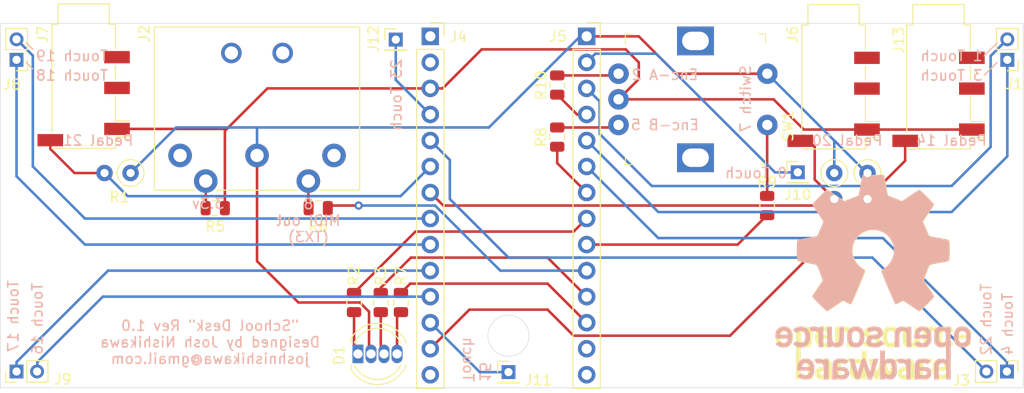
<source format=kicad_pcb>
(kicad_pcb (version 20171130) (host pcbnew "(5.1.5)-3")

  (general
    (thickness 1.6)
    (drawings 29)
    (tracks 150)
    (zones 0)
    (modules 28)
    (nets 32)
  )

  (page A4)
  (layers
    (0 F.Cu signal)
    (31 B.Cu signal)
    (32 B.Adhes user hide)
    (33 F.Adhes user hide)
    (34 B.Paste user hide)
    (35 F.Paste user hide)
    (36 B.SilkS user)
    (37 F.SilkS user)
    (38 B.Mask user hide)
    (39 F.Mask user hide)
    (40 Dwgs.User user hide)
    (41 Cmts.User user hide)
    (42 Eco1.User user hide)
    (43 Eco2.User user hide)
    (44 Edge.Cuts user)
    (45 Margin user hide)
    (46 B.CrtYd user)
    (47 F.CrtYd user)
    (48 B.Fab user hide)
    (49 F.Fab user hide)
  )

  (setup
    (last_trace_width 0.25)
    (trace_clearance 0.2)
    (zone_clearance 0.508)
    (zone_45_only no)
    (trace_min 0.2)
    (via_size 0.8)
    (via_drill 0.4)
    (via_min_size 0.4)
    (via_min_drill 0.3)
    (uvia_size 0.3)
    (uvia_drill 0.1)
    (uvias_allowed no)
    (uvia_min_size 0.2)
    (uvia_min_drill 0.1)
    (edge_width 0.05)
    (segment_width 0.2)
    (pcb_text_width 0.3)
    (pcb_text_size 1.5 1.5)
    (mod_edge_width 0.12)
    (mod_text_size 1 1)
    (mod_text_width 0.15)
    (pad_size 2 2)
    (pad_drill 1)
    (pad_to_mask_clearance 0.051)
    (solder_mask_min_width 0.25)
    (aux_axis_origin 0 0)
    (visible_elements 7FFFFFFF)
    (pcbplotparams
      (layerselection 0x010fc_ffffffff)
      (usegerberextensions false)
      (usegerberattributes false)
      (usegerberadvancedattributes false)
      (creategerberjobfile false)
      (excludeedgelayer true)
      (linewidth 0.100000)
      (plotframeref false)
      (viasonmask false)
      (mode 1)
      (useauxorigin false)
      (hpglpennumber 1)
      (hpglpenspeed 20)
      (hpglpendiameter 15.000000)
      (psnegative false)
      (psa4output false)
      (plotreference true)
      (plotvalue true)
      (plotinvisibletext false)
      (padsonsilk false)
      (subtractmaskfromsilk false)
      (outputformat 1)
      (mirror false)
      (drillshape 0)
      (scaleselection 1)
      (outputdirectory "Gerber/"))
  )

  (net 0 "")
  (net 1 GND)
  (net 2 "Net-(J1-Pad1)")
  (net 3 "Net-(J1-Pad2)")
  (net 4 "Net-(J2-Pad4)")
  (net 5 "Net-(J2-Pad5)")
  (net 6 "Net-(J3-Pad1)")
  (net 7 "Net-(J5-Pad10)")
  (net 8 "Net-(J4-Pad6)")
  (net 9 "Net-(J4-Pad7)")
  (net 10 "Net-(J3-Pad2)")
  (net 11 3.3v)
  (net 12 "Net-(J4-Pad8)")
  (net 13 "Net-(J4-Pad9)")
  (net 14 "Net-(J10-Pad1)")
  (net 15 "Net-(J11-Pad1)")
  (net 16 "Net-(J12-Pad1)")
  (net 17 "Net-(J5-Pad8)")
  (net 18 "Net-(J5-Pad11)")
  (net 19 "Net-(J5-Pad12)")
  (net 20 "Net-(J4-Pad11)")
  (net 21 "Net-(J4-Pad10)")
  (net 22 "Net-(D1-Pad1)")
  (net 23 "Net-(D1-Pad3)")
  (net 24 "Net-(J5-Pad9)")
  (net 25 "Net-(J5-Pad4)")
  (net 26 "Net-(J5-Pad7)")
  (net 27 "Net-(R10-Pad1)")
  (net 28 "Net-(R8-Pad1)")
  (net 29 "Net-(R9-Pad1)")
  (net 30 "Net-(D1-Pad4)")
  (net 31 "Net-(J13-PadS)")

  (net_class Default "This is the default net class."
    (clearance 0.2)
    (trace_width 0.25)
    (via_dia 0.8)
    (via_drill 0.4)
    (uvia_dia 0.3)
    (uvia_drill 0.1)
    (add_net 3.3v)
    (add_net GND)
    (add_net "Net-(D1-Pad1)")
    (add_net "Net-(D1-Pad3)")
    (add_net "Net-(D1-Pad4)")
    (add_net "Net-(J1-Pad1)")
    (add_net "Net-(J1-Pad2)")
    (add_net "Net-(J10-Pad1)")
    (add_net "Net-(J11-Pad1)")
    (add_net "Net-(J12-Pad1)")
    (add_net "Net-(J13-PadS)")
    (add_net "Net-(J2-Pad4)")
    (add_net "Net-(J2-Pad5)")
    (add_net "Net-(J3-Pad1)")
    (add_net "Net-(J3-Pad2)")
    (add_net "Net-(J4-Pad10)")
    (add_net "Net-(J4-Pad11)")
    (add_net "Net-(J4-Pad6)")
    (add_net "Net-(J4-Pad7)")
    (add_net "Net-(J4-Pad8)")
    (add_net "Net-(J4-Pad9)")
    (add_net "Net-(J5-Pad10)")
    (add_net "Net-(J5-Pad11)")
    (add_net "Net-(J5-Pad12)")
    (add_net "Net-(J5-Pad4)")
    (add_net "Net-(J5-Pad7)")
    (add_net "Net-(J5-Pad8)")
    (add_net "Net-(J5-Pad9)")
    (add_net "Net-(R10-Pad1)")
    (add_net "Net-(R8-Pad1)")
    (add_net "Net-(R9-Pad1)")
  )

  (module Resistors_ThroughHole:R_Axial_DIN0207_L6.3mm_D2.5mm_P2.54mm_Vertical (layer F.Cu) (tedit 5874F706) (tstamp 5E2FBDB2)
    (at 109.9185 165.735 270)
    (descr "Resistor, Axial_DIN0207 series, Axial, Vertical, pin pitch=2.54mm, 0.25W = 1/4W, length*diameter=6.3*2.5mm^2, http://cdn-reichelt.de/documents/datenblatt/B400/1_4W%23YAG.pdf")
    (tags "Resistor Axial_DIN0207 series Axial Vertical pin pitch 2.54mm 0.25W = 1/4W length 6.3mm diameter 2.5mm")
    (path /5E30BD14)
    (fp_text reference R11 (at 4.5085 -0.0635 180) (layer F.SilkS)
      (effects (font (size 1 1) (thickness 0.15)))
    )
    (fp_text value 10k (at 1.27 2.31 90) (layer F.Fab)
      (effects (font (size 1 1) (thickness 0.15)))
    )
    (fp_circle (center 0 0) (end 1.25 0) (layer F.Fab) (width 0.1))
    (fp_circle (center 0 0) (end 1.31 0) (layer F.SilkS) (width 0.12))
    (fp_line (start 0 0) (end 2.54 0) (layer F.Fab) (width 0.1))
    (fp_line (start 1.31 0) (end 1.44 0) (layer F.SilkS) (width 0.12))
    (fp_line (start -1.6 -1.6) (end -1.6 1.6) (layer F.CrtYd) (width 0.05))
    (fp_line (start -1.6 1.6) (end 3.65 1.6) (layer F.CrtYd) (width 0.05))
    (fp_line (start 3.65 1.6) (end 3.65 -1.6) (layer F.CrtYd) (width 0.05))
    (fp_line (start 3.65 -1.6) (end -1.6 -1.6) (layer F.CrtYd) (width 0.05))
    (pad 1 thru_hole circle (at 0 0 270) (size 1.6 1.6) (drill 0.8) (layers *.Cu *.Mask)
      (net 1 GND))
    (pad 2 thru_hole oval (at 2.54 0 270) (size 1.6 1.6) (drill 0.8) (layers *.Cu *.Mask)
      (net 31 "Net-(J13-PadS)"))
    (model ${KISYS3DMOD}/Resistors_THT.3dshapes/R_Axial_DIN0207_L6.3mm_D2.5mm_P2.54mm_Vertical.wrl
      (at (xyz 0 0 0))
      (scale (xyz 0.393701 0.393701 0.393701))
      (rotate (xyz 0 0 0))
    )
  )

  (module Conn_Aud_3D:Jack_3.5mm_PJ320D_Horizontal (layer F.Cu) (tedit 5C06A514) (tstamp 5E2FBC7B)
    (at 116.84 157.6705 270)
    (descr "Headphones with microphone connector, 3.5mm, 4 pins (http://www.qingpu-electronics.com/en/products/WQP-PJ320D-72.html)")
    (tags "3.5mm jack mic microphone phones headphones 4pins audio plug")
    (path /5E30BD1A)
    (attr smd)
    (fp_text reference J13 (at -4.8895 3.8735 90) (layer F.SilkS)
      (effects (font (size 1 1) (thickness 0.15)))
    )
    (fp_text value AudioJack4 (at -0.025 6.35 90) (layer F.Fab)
      (effects (font (size 1 1) (thickness 0.15)))
    )
    (fp_circle (center 3.9 -2.35) (end 3.95 -2.1) (layer F.Fab) (width 0.12))
    (fp_line (start -6.375 2.5) (end -8.375 2.5) (layer F.SilkS) (width 0.12))
    (fp_line (start -6.375 -2.5) (end -8.375 -2.5) (layer F.SilkS) (width 0.12))
    (fp_line (start -8.375 -2.5) (end -8.375 2.5) (layer F.SilkS) (width 0.12))
    (fp_line (start -6.375 2.5) (end -6.375 3.1) (layer F.SilkS) (width 0.12))
    (fp_line (start -6.375 -3.1) (end -6.375 -2.5) (layer F.SilkS) (width 0.12))
    (fp_line (start -8.73 -5) (end 6.07 -5) (layer F.CrtYd) (width 0.05))
    (fp_line (start -8.73 5) (end 6.07 5) (layer F.CrtYd) (width 0.05))
    (fp_line (start 5.725 3.1) (end 5.725 -3.1) (layer F.SilkS) (width 0.12))
    (fp_line (start -8.73 5) (end -8.73 -5) (layer F.CrtYd) (width 0.05))
    (fp_line (start 6.07 5) (end 6.07 -5) (layer F.CrtYd) (width 0.05))
    (fp_line (start -6.375 -3.1) (end -4 -3.1) (layer F.SilkS) (width 0.12))
    (fp_line (start -2.35 -3.1) (end -1 -3.1) (layer F.SilkS) (width 0.12))
    (fp_line (start 0.65 -3.1) (end 3.05 -3.1) (layer F.SilkS) (width 0.12))
    (fp_line (start 4.6 -3.1) (end 5.725 -3.1) (layer F.SilkS) (width 0.12))
    (fp_line (start 4.15 3.1) (end -6.375 3.1) (layer F.SilkS) (width 0.12))
    (fp_line (start 5.575 -2.9) (end 5.575 2.9) (layer F.Fab) (width 0.1))
    (fp_line (start -6.225 -2.9) (end 5.575 -2.9) (layer F.Fab) (width 0.1))
    (fp_line (start -6.225 -2.3) (end -6.225 -2.9) (layer F.Fab) (width 0.1))
    (fp_line (start -8.225 -2.3) (end -6.225 -2.3) (layer F.Fab) (width 0.1))
    (fp_line (start -8.225 2.3) (end -8.225 -2.3) (layer F.Fab) (width 0.1))
    (fp_line (start -6.225 2.3) (end -8.225 2.3) (layer F.Fab) (width 0.1))
    (fp_line (start -6.225 2.9) (end -6.225 2.3) (layer F.Fab) (width 0.1))
    (fp_line (start 5.575 2.9) (end -6.225 2.9) (layer F.Fab) (width 0.1))
    (fp_line (start 4.6 -3.1) (end 4.6 -4.5) (layer F.SilkS) (width 0.12))
    (fp_line (start 3.05 -3.1) (end 3.05 -4.5) (layer F.SilkS) (width 0.12))
    (fp_text user %R (at -1.195 0 90) (layer F.Fab)
      (effects (font (size 1 1) (thickness 0.15)))
    )
    (pad "" np_thru_hole circle (at 2.225 0 270) (size 1.5 1.5) (drill 1.5) (layers *.Cu *.Mask))
    (pad "" np_thru_hole circle (at -4.775 0 270) (size 1.5 1.5) (drill 1.5) (layers *.Cu *.Mask))
    (pad R2 smd rect (at -3.175 -3.25 270) (size 1.2 2.5) (layers F.Cu F.Paste F.Mask))
    (pad R1 smd rect (at -0.175 -3.25 270) (size 1.2 2.5) (layers F.Cu F.Paste F.Mask))
    (pad T smd rect (at 3.825 -3.25 270) (size 1.2 2.5) (layers F.Cu F.Paste F.Mask)
      (net 11 3.3v))
    (pad S smd rect (at 4.925 3.25 270) (size 1.2 2.5) (layers F.Cu F.Paste F.Mask)
      (net 31 "Net-(J13-PadS)"))
    (model ${KISYS3DMOD}/Connector_Audio.3dshapes/Jack_3.5mm_PJ320D_Horizontal.wrl
      (at (xyz 0 0 0))
      (scale (xyz 1 1 1))
      (rotate (xyz 0 0 0))
    )
  )

  (module LED_THT_3D:LED_D5.0mm-4_RGB (layer F.Cu) (tedit 5B74EEBE) (tstamp 5E2BDB22)
    (at 60.2615 183.388)
    (descr "LED, diameter 5.0mm, 2 pins, diameter 5.0mm, 3 pins, diameter 5.0mm, 4 pins, http://www.kingbright.com/attachments/file/psearch/000/00/00/L-154A4SUREQBFZGEW(Ver.9A).pdf")
    (tags "LED diameter 5.0mm 2 pins diameter 5.0mm 3 pins diameter 5.0mm 4 pins RGB RGBLED")
    (path /5E2C4C0A)
    (fp_text reference D1 (at -1.8415 0.127 90) (layer F.SilkS)
      (effects (font (size 1 1) (thickness 0.15)))
    )
    (fp_text value LED_RCBG (at 1.905 3.96) (layer F.Fab)
      (effects (font (size 1 1) (thickness 0.15)))
    )
    (fp_text user %R (at 1.905 -3.96) (layer F.Fab)
      (effects (font (size 1 1) (thickness 0.15)))
    )
    (fp_line (start 5.15 -3.25) (end -1.35 -3.25) (layer F.CrtYd) (width 0.05))
    (fp_line (start 5.15 3.25) (end 5.15 -3.25) (layer F.CrtYd) (width 0.05))
    (fp_line (start -1.35 3.25) (end 5.15 3.25) (layer F.CrtYd) (width 0.05))
    (fp_line (start -1.35 -3.25) (end -1.35 3.25) (layer F.CrtYd) (width 0.05))
    (fp_line (start -0.655 1.08) (end -0.655 1.545) (layer F.SilkS) (width 0.12))
    (fp_line (start -0.655 -1.545) (end -0.655 -1.08) (layer F.SilkS) (width 0.12))
    (fp_line (start -0.595 -1.469694) (end -0.595 1.469694) (layer F.Fab) (width 0.1))
    (fp_circle (center 1.905 0) (end 4.405 0) (layer F.Fab) (width 0.1))
    (fp_arc (start 1.905 0) (end -0.349684 1.08) (angle -128.8) (layer F.SilkS) (width 0.12))
    (fp_arc (start 1.905 0) (end -0.349684 -1.08) (angle 128.8) (layer F.SilkS) (width 0.12))
    (fp_arc (start 1.905 0) (end -0.655 1.54483) (angle -127.7) (layer F.SilkS) (width 0.12))
    (fp_arc (start 1.905 0) (end -0.655 -1.54483) (angle 127.7) (layer F.SilkS) (width 0.12))
    (fp_arc (start 1.905 0) (end -0.595 -1.469694) (angle 299.1) (layer F.Fab) (width 0.1))
    (pad 4 thru_hole oval (at 3.81 0) (size 1.07 1.8) (drill 0.9) (layers *.Cu *.Mask)
      (net 30 "Net-(D1-Pad4)"))
    (pad 3 thru_hole oval (at 2.54 0) (size 1.07 1.8) (drill 0.9) (layers *.Cu *.Mask)
      (net 23 "Net-(D1-Pad3)"))
    (pad 2 thru_hole oval (at 1.27 0) (size 1.07 1.8) (drill 0.9) (layers *.Cu *.Mask)
      (net 1 GND))
    (pad 1 thru_hole rect (at 0 0) (size 1.07 1.8) (drill 0.9) (layers *.Cu *.Mask)
      (net 22 "Net-(D1-Pad1)"))
    (model ${KISYS3DMOD}/LED_THT.3dshapes/LED_D5.0mm-4_RGB.wrl
      (offset (xyz 0 0 -3))
      (scale (xyz 1 1 1))
      (rotate (xyz 0 0 0))
    )
  )

  (module digikey-footprints:Rotary_Encoder_Switched_PEC11R (layer F.Cu) (tedit 5E2562E3) (tstamp 5E257136)
    (at 93.1545 152.8445 270)
    (path /5E258607)
    (fp_text reference SW1 (at 8.3185 -9.017 90) (layer F.SilkS)
      (effects (font (size 1 1) (thickness 0.15)))
    )
    (fp_text value Rotary_Encoder_Switch (at 5.125 9.725 90) (layer F.Fab)
      (effects (font (size 1 1) (thickness 0.15)))
    )
    (fp_line (start 11.95 -6.7) (end 11.95 6.7) (layer F.Fab) (width 0.1))
    (fp_line (start -0.55 -6.7) (end -0.55 6.7) (layer F.Fab) (width 0.1))
    (fp_line (start -0.55 6.7) (end 11.95 6.7) (layer F.Fab) (width 0.1))
    (fp_line (start -0.55 -6.7) (end 11.95 -6.7) (layer F.Fab) (width 0.1))
    (fp_line (start 12.075 -6.825) (end 12.075 -6.325) (layer F.SilkS) (width 0.1))
    (fp_line (start 11.375 -6.825) (end 12.075 -6.825) (layer F.SilkS) (width 0.1))
    (fp_line (start 12.075 6.825) (end 11.275 6.825) (layer F.SilkS) (width 0.1))
    (fp_line (start 12.075 6.25) (end 12.075 6.825) (layer F.SilkS) (width 0.1))
    (fp_line (start -0.675 -6.825) (end -0.675 -6.15) (layer F.SilkS) (width 0.1))
    (fp_line (start 0.175 -6.825) (end -0.675 -6.825) (layer F.SilkS) (width 0.1))
    (fp_line (start -0.675 6.825) (end -0.675 6.15) (layer F.SilkS) (width 0.1))
    (fp_line (start 0.275 6.825) (end -0.675 6.825) (layer F.SilkS) (width 0.1))
    (fp_line (start -1.65 -8.25) (end 13.05 -8.25) (layer F.CrtYd) (width 0.05))
    (fp_line (start 13.05 -8.25) (end 13.05 8.75) (layer F.CrtYd) (width 0.05))
    (fp_line (start 13.05 8.75) (end -1.65 8.75) (layer F.CrtYd) (width 0.05))
    (fp_line (start -1.65 8.75) (end -1.65 -8.25) (layer F.CrtYd) (width 0.05))
    (fp_text user %R (at 5.65 0.125 90) (layer F.Fab)
      (effects (font (size 1 1) (thickness 0.15)))
    )
    (pad B thru_hole circle (at 8.2 7.5 270) (size 2 2) (drill 1) (layers *.Cu *.Mask)
      (net 28 "Net-(R8-Pad1)"))
    (pad C thru_hole circle (at 5.7 7.5 270) (size 2 2) (drill 1) (layers *.Cu *.Mask)
      (net 11 3.3v))
    (pad A thru_hole circle (at 3.2 7.5 270) (size 2 2) (drill 1) (layers *.Cu *.Mask)
      (net 27 "Net-(R10-Pad1)"))
    (pad S2 thru_hole circle (at 8.2 -7 270) (size 2 2) (drill 1) (layers *.Cu *.Mask)
      (net 29 "Net-(R9-Pad1)"))
    (pad S1 thru_hole circle (at 3.2 -7 270) (size 2 2) (drill 1) (layers *.Cu *.Mask)
      (net 1 GND))
    (pad 3 thru_hole rect (at 11.4 0 270) (size 2.8 3.6) (drill oval 1.8 2.6) (layers *.Cu *.Mask))
    (pad 3 thru_hole rect (at 0 0 270) (size 2.8 3.6) (drill oval 1.8 2.6) (layers *.Cu *.Mask))
    (model "C:/KiCAD_Libraries/3D models/pec11r-4x25f-sxxxx.stp"
      (offset (xyz 5.7 0 5.5))
      (scale (xyz 1 1 1))
      (rotate (xyz -90 0 180))
    )
  )

  (module Symbols:OSHW-Logo_19x20mm_SilkScreen (layer F.Cu) (tedit 0) (tstamp 5E254DD2)
    (at 110.49 175.895)
    (descr "Open Source Hardware Logo")
    (tags "Logo OSHW")
    (attr virtual)
    (fp_text reference REF*** (at 0 0) (layer F.SilkS) hide
      (effects (font (size 1 1) (thickness 0.15)))
    )
    (fp_text value OSHW-Logo_19x20mm_SilkScreen (at 0.75 0) (layer F.Fab) hide
      (effects (font (size 1 1) (thickness 0.15)))
    )
    (fp_poly (pts (xy -6.320808 4.865166) (xy -6.233015 4.90854) (xy -6.124751 4.984122) (xy -6.045845 5.066542)
      (xy -5.991805 5.170037) (xy -5.958141 5.308843) (xy -5.940363 5.497194) (xy -5.93398 5.749328)
      (xy -5.933607 5.857724) (xy -5.934696 6.095287) (xy -5.939222 6.265068) (xy -5.949068 6.38255)
      (xy -5.966118 6.463215) (xy -5.992259 6.522545) (xy -6.019458 6.56302) (xy -6.19308 6.735225)
      (xy -6.397538 6.838806) (xy -6.618104 6.86996) (xy -6.840046 6.824885) (xy -6.91036 6.793009)
      (xy -7.078689 6.705271) (xy -7.078689 8.080172) (xy -6.955838 8.016643) (xy -6.793967 7.967491)
      (xy -6.595005 7.9549) (xy -6.396328 7.978147) (xy -6.24629 8.03037) (xy -6.121841 8.129826)
      (xy -6.015508 8.272143) (xy -6.007513 8.286755) (xy -5.973793 8.355582) (xy -5.949166 8.424956)
      (xy -5.932214 8.508996) (xy -5.921519 8.621816) (xy -5.915662 8.777533) (xy -5.913227 8.990265)
      (xy -5.912787 9.229664) (xy -5.912787 9.993443) (xy -6.37082 9.993443) (xy -6.37082 8.585108)
      (xy -6.498933 8.477308) (xy -6.632018 8.391079) (xy -6.758048 8.375401) (xy -6.884778 8.415747)
      (xy -6.952317 8.455254) (xy -7.002586 8.511527) (xy -7.038338 8.596572) (xy -7.062328 8.722394)
      (xy -7.077311 8.900998) (xy -7.08604 9.144391) (xy -7.089114 9.306394) (xy -7.099508 9.972623)
      (xy -7.318115 9.985209) (xy -7.536721 9.997795) (xy -7.536721 5.863464) (xy -7.078689 5.863464)
      (xy -7.067011 6.093953) (xy -7.027662 6.25395) (xy -6.954166 6.353497) (xy -6.840049 6.402639)
      (xy -6.724754 6.412459) (xy -6.594238 6.401175) (xy -6.507617 6.356764) (xy -6.453451 6.298081)
      (xy -6.41081 6.234962) (xy -6.385426 6.164645) (xy -6.374131 6.066123) (xy -6.37376 5.918387)
      (xy -6.37756 5.794683) (xy -6.386288 5.608328) (xy -6.39928 5.485982) (xy -6.421159 5.408377)
      (xy -6.456546 5.356245) (xy -6.489941 5.326111) (xy -6.629475 5.260399) (xy -6.794619 5.249787)
      (xy -6.889446 5.272423) (xy -6.983334 5.352881) (xy -7.045526 5.509392) (xy -7.075669 5.740852)
      (xy -7.078689 5.863464) (xy -7.536721 5.863464) (xy -7.536721 4.830164) (xy -7.307705 4.830164)
      (xy -7.170206 4.835602) (xy -7.099267 4.854909) (xy -7.078697 4.892576) (xy -7.078689 4.893692)
      (xy -7.069145 4.930581) (xy -7.027051 4.926393) (xy -6.943361 4.885859) (xy -6.748354 4.82385)
      (xy -6.528954 4.817332) (xy -6.320808 4.865166)) (layer F.SilkS) (width 0.01))
    (fp_poly (pts (xy -4.583779 7.969247) (xy -4.387889 8.021514) (xy -4.238767 8.116253) (xy -4.133535 8.240338)
      (xy -4.100821 8.293296) (xy -4.076669 8.348768) (xy -4.059784 8.41973) (xy -4.048873 8.519154)
      (xy -4.04264 8.660016) (xy -4.039791 8.855289) (xy -4.039032 9.117948) (xy -4.039016 9.187633)
      (xy -4.039016 9.993443) (xy -4.238885 9.993443) (xy -4.36637 9.984515) (xy -4.460634 9.961896)
      (xy -4.484251 9.947946) (xy -4.548815 9.92387) (xy -4.614759 9.947946) (xy -4.723332 9.978003)
      (xy -4.881042 9.9901) (xy -5.055844 9.984851) (xy -5.215693 9.962869) (xy -5.309016 9.934663)
      (xy -5.489609 9.818731) (xy -5.60247 9.657847) (xy -5.653209 9.443936) (xy -5.65368 9.438443)
      (xy -5.649227 9.343547) (xy -5.246557 9.343547) (xy -5.211354 9.451484) (xy -5.154014 9.512229)
      (xy -5.038913 9.558172) (xy -4.886986 9.576512) (xy -4.732061 9.567485) (xy -4.607964 9.531332)
      (xy -4.573197 9.508137) (xy -4.512444 9.40096) (xy -4.497049 9.27912) (xy -4.497049 9.119017)
      (xy -4.727403 9.119017) (xy -4.946241 9.135863) (xy -5.112137 9.183593) (xy -5.215338 9.257986)
      (xy -5.246557 9.343547) (xy -5.649227 9.343547) (xy -5.642713 9.204731) (xy -5.565631 9.019946)
      (xy -5.420714 8.880206) (xy -5.400683 8.867495) (xy -5.31461 8.826105) (xy -5.208073 8.801041)
      (xy -5.059141 8.788858) (xy -4.882213 8.786057) (xy -4.497049 8.785902) (xy -4.497049 8.624443)
      (xy -4.513387 8.499168) (xy -4.555078 8.415241) (xy -4.559959 8.410773) (xy -4.652736 8.374059)
      (xy -4.792784 8.359828) (xy -4.947555 8.366821) (xy -5.084499 8.39378) (xy -5.165759 8.434212)
      (xy -5.20979 8.466601) (xy -5.256285 8.472784) (xy -5.320451 8.446248) (xy -5.417495 8.380479)
      (xy -5.562626 8.268963) (xy -5.575947 8.258516) (xy -5.569121 8.219862) (xy -5.512178 8.155572)
      (xy -5.42563 8.084131) (xy -5.329992 8.024021) (xy -5.299944 8.009827) (xy -5.190341 7.981503)
      (xy -5.029735 7.9613) (xy -4.850302 7.953196) (xy -4.841911 7.95318) (xy -4.583779 7.969247)) (layer F.SilkS) (width 0.01))
    (fp_poly (pts (xy -3.289475 7.95754) (xy -3.227163 7.976218) (xy -3.207075 8.017255) (xy -3.20623 8.035782)
      (xy -3.202625 8.087383) (xy -3.1778 8.095484) (xy -3.110737 8.060108) (xy -3.070902 8.035937)
      (xy -2.945227 7.984175) (xy -2.795123 7.958581) (xy -2.637737 7.956613) (xy -2.490214 7.975729)
      (xy -2.3697 8.013387) (xy -2.29334 8.067044) (xy -2.278281 8.134158) (xy -2.285881 8.152333)
      (xy -2.341282 8.227777) (xy -2.42719 8.320568) (xy -2.442728 8.335568) (xy -2.524612 8.40454)
      (xy -2.595263 8.426825) (xy -2.694068 8.411272) (xy -2.733652 8.400938) (xy -2.856828 8.376116)
      (xy -2.943436 8.387278) (xy -3.016576 8.426646) (xy -3.083574 8.479479) (xy -3.132918 8.545924)
      (xy -3.167209 8.638652) (xy -3.189048 8.770334) (xy -3.201034 8.953641) (xy -3.205769 9.201246)
      (xy -3.20623 9.350744) (xy -3.20623 9.993443) (xy -3.622623 9.993443) (xy -3.622623 7.953115)
      (xy -3.414426 7.953115) (xy -3.289475 7.95754)) (layer F.SilkS) (width 0.01))
    (fp_poly (pts (xy -0.66623 9.993443) (xy -0.895246 9.993443) (xy -1.028175 9.989546) (xy -1.097405 9.973407)
      (xy -1.122332 9.938354) (xy -1.124262 9.914653) (xy -1.128466 9.867123) (xy -1.154974 9.858008)
      (xy -1.224633 9.887308) (xy -1.278804 9.914653) (xy -1.486777 9.979451) (xy -1.712853 9.983201)
      (xy -1.896655 9.934873) (xy -2.067813 9.818118) (xy -2.198284 9.645781) (xy -2.269727 9.442506)
      (xy -2.271546 9.431141) (xy -2.282161 9.307136) (xy -2.28744 9.129117) (xy -2.287016 8.99448)
      (xy -1.832172 8.99448) (xy -1.821635 9.173428) (xy -1.797666 9.320924) (xy -1.765217 9.404217)
      (xy -1.642456 9.518041) (xy -1.496701 9.558845) (xy -1.346393 9.525848) (xy -1.217951 9.427422)
      (xy -1.169308 9.361224) (xy -1.140866 9.282231) (xy -1.127544 9.166926) (xy -1.124262 8.993736)
      (xy -1.130135 8.822229) (xy -1.145647 8.67154) (xy -1.167638 8.570698) (xy -1.171303 8.561659)
      (xy -1.259988 8.454195) (xy -1.389428 8.395195) (xy -1.534257 8.385669) (xy -1.669109 8.426626)
      (xy -1.768617 8.519076) (xy -1.77894 8.537473) (xy -1.81125 8.649646) (xy -1.828852 8.810934)
      (xy -1.832172 8.99448) (xy -2.287016 8.99448) (xy -2.2868 8.926212) (xy -2.283806 8.81701)
      (xy -2.263442 8.546856) (xy -2.221117 8.344024) (xy -2.150706 8.194077) (xy -2.046088 8.082579)
      (xy -1.944521 8.017127) (xy -1.802616 7.971117) (xy -1.626121 7.955336) (xy -1.445393 7.96819)
      (xy -1.290787 8.008081) (xy -1.209101 8.055801) (xy -1.124262 8.132579) (xy -1.124262 7.161967)
      (xy -0.66623 7.161967) (xy -0.66623 9.993443)) (layer F.SilkS) (width 0.01))
    (fp_poly (pts (xy 1.096942 7.973935) (xy 1.312248 8.619344) (xy 1.527555 9.264754) (xy 1.595064 9.035738)
      (xy 1.635691 8.894204) (xy 1.689133 8.702936) (xy 1.746842 8.492693) (xy 1.777355 8.379918)
      (xy 1.892136 7.953115) (xy 2.365687 7.953115) (xy 2.224139 8.400738) (xy 2.154433 8.620903)
      (xy 2.070223 8.886471) (xy 1.982281 9.163492) (xy 1.903772 9.410492) (xy 1.724952 9.972623)
      (xy 1.531882 9.985185) (xy 1.338811 9.997746) (xy 1.234118 9.65207) (xy 1.169553 9.437335)
      (xy 1.099092 9.200604) (xy 1.037511 8.991526) (xy 1.035081 8.983205) (xy 0.989085 8.841537)
      (xy 0.948503 8.744874) (xy 0.92008 8.708321) (xy 0.914239 8.712549) (xy 0.893738 8.769217)
      (xy 0.854785 8.890605) (xy 0.802122 9.061448) (xy 0.740491 9.266482) (xy 0.707143 9.379262)
      (xy 0.526546 9.993443) (xy 0.143267 9.993443) (xy -0.163133 9.025328) (xy -0.249209 8.753759)
      (xy -0.32762 8.507138) (xy -0.394661 8.297048) (xy -0.446631 8.135076) (xy -0.479826 8.032808)
      (xy -0.489916 8.002928) (xy -0.481928 7.972334) (xy -0.419208 7.958935) (xy -0.288685 7.960275)
      (xy -0.268253 7.961288) (xy -0.026208 7.973935) (xy 0.132317 8.556885) (xy 0.190585 8.769486)
      (xy 0.242655 8.956377) (xy 0.283944 9.101331) (xy 0.309866 9.18812) (xy 0.314656 9.202269)
      (xy 0.334504 9.185998) (xy 0.37453 9.101697) (xy 0.430138 8.960842) (xy 0.496731 8.774911)
      (xy 0.553024 8.606956) (xy 0.767578 7.949209) (xy 1.096942 7.973935)) (layer F.SilkS) (width 0.01))
    (fp_poly (pts (xy 3.43867 7.96548) (xy 3.614179 8.008109) (xy 3.664912 8.030693) (xy 3.763254 8.089847)
      (xy 3.838727 8.156472) (xy 3.894571 8.242135) (xy 3.934026 8.358405) (xy 3.960332 8.516848)
      (xy 3.976729 8.729034) (xy 3.986457 9.006529) (xy 3.990151 9.191885) (xy 4.003745 9.993443)
      (xy 3.771544 9.993443) (xy 3.630677 9.987536) (xy 3.558102 9.96735) (xy 3.539344 9.933453)
      (xy 3.529441 9.896799) (xy 3.485166 9.903807) (xy 3.424836 9.933197) (xy 3.273803 9.978246)
      (xy 3.079693 9.990385) (xy 2.875531 9.970529) (xy 2.69434 9.919592) (xy 2.678089 9.912522)
      (xy 2.512491 9.796188) (xy 2.403324 9.634467) (xy 2.353091 9.44543) (xy 2.356928 9.377515)
      (xy 2.766763 9.377515) (xy 2.802875 9.468914) (xy 2.909942 9.534411) (xy 3.082684 9.569563)
      (xy 3.175 9.574231) (xy 3.32885 9.562282) (xy 3.431115 9.515844) (xy 3.456066 9.493771)
      (xy 3.523661 9.373681) (xy 3.539344 9.264754) (xy 3.539344 9.119017) (xy 3.336352 9.119017)
      (xy 3.100387 9.131043) (xy 2.934881 9.168871) (xy 2.830305 9.235121) (xy 2.806891 9.264656)
      (xy 2.766763 9.377515) (xy 2.356928 9.377515) (xy 2.364295 9.247148) (xy 2.43944 9.057692)
      (xy 2.541968 8.929656) (xy 2.604065 8.874302) (xy 2.664855 8.837924) (xy 2.743952 8.815744)
      (xy 2.860971 8.802982) (xy 3.035527 8.794857) (xy 3.104763 8.792521) (xy 3.539344 8.778321)
      (xy 3.538707 8.646784) (xy 3.521876 8.508519) (xy 3.461026 8.424917) (xy 3.338095 8.371507)
      (xy 3.334797 8.370555) (xy 3.160504 8.349555) (xy 2.989952 8.376985) (xy 2.8632 8.443689)
      (xy 2.812342 8.476625) (xy 2.757565 8.472068) (xy 2.673272 8.424349) (xy 2.623773 8.390671)
      (xy 2.526955 8.318716) (xy 2.466982 8.264779) (xy 2.457359 8.249337) (xy 2.496985 8.169424)
      (xy 2.614064 8.073989) (xy 2.664918 8.041789) (xy 2.811113 7.986332) (xy 3.008137 7.954913)
      (xy 3.226989 7.947855) (xy 3.43867 7.96548)) (layer F.SilkS) (width 0.01))
    (fp_poly (pts (xy 5.415107 7.95246) (xy 5.575182 7.984017) (xy 5.666312 8.030743) (xy 5.762179 8.10837)
      (xy 5.625787 8.280579) (xy 5.541694 8.384867) (xy 5.484592 8.435746) (xy 5.427844 8.443519)
      (xy 5.344811 8.418488) (xy 5.305833 8.404327) (xy 5.146926 8.383433) (xy 5.001399 8.42822)
      (xy 4.89456 8.529399) (xy 4.877205 8.561659) (xy 4.858303 8.647115) (xy 4.843716 8.804606)
      (xy 4.834126 9.022969) (xy 4.830219 9.291038) (xy 4.830164 9.329172) (xy 4.830164 9.993443)
      (xy 4.372131 9.993443) (xy 4.372131 7.953115) (xy 4.601148 7.953115) (xy 4.733199 7.956563)
      (xy 4.801992 7.971907) (xy 4.82743 8.006648) (xy 4.830164 8.039416) (xy 4.830164 8.125717)
      (xy 4.939878 8.039416) (xy 5.06568 7.980538) (xy 5.234681 7.951426) (xy 5.415107 7.95246)) (layer F.SilkS) (width 0.01))
    (fp_poly (pts (xy 6.730842 7.963999) (xy 6.929876 8.015746) (xy 7.096561 8.122544) (xy 7.177269 8.202326)
      (xy 7.309568 8.390931) (xy 7.38539 8.60972) (xy 7.411438 8.878668) (xy 7.411571 8.90041)
      (xy 7.411803 9.119017) (xy 6.153595 9.119017) (xy 6.180415 9.233525) (xy 6.228841 9.337232)
      (xy 6.313596 9.44529) (xy 6.331323 9.462541) (xy 6.48368 9.555904) (xy 6.657424 9.571738)
      (xy 6.857411 9.510313) (xy 6.891311 9.493771) (xy 6.995288 9.443484) (xy 7.064931 9.414834)
      (xy 7.077083 9.412184) (xy 7.119501 9.437913) (xy 7.200399 9.500861) (xy 7.241465 9.535259)
      (xy 7.32656 9.614276) (xy 7.354503 9.666451) (xy 7.33511 9.714446) (xy 7.324743 9.72757)
      (xy 7.254531 9.785008) (xy 7.138674 9.854813) (xy 7.057869 9.895564) (xy 6.828501 9.967362)
      (xy 6.574564 9.990625) (xy 6.334074 9.963059) (xy 6.266721 9.943321) (xy 6.058262 9.831612)
      (xy 5.903746 9.659721) (xy 5.802278 9.425979) (xy 5.752965 9.128716) (xy 5.747551 8.973279)
      (xy 5.763359 8.746973) (xy 6.162623 8.746973) (xy 6.20124 8.763702) (xy 6.305042 8.776829)
      (xy 6.455956 8.784575) (xy 6.558197 8.785902) (xy 6.742101 8.784623) (xy 6.858174 8.778638)
      (xy 6.921852 8.764724) (xy 6.948567 8.739655) (xy 6.95377 8.70328) (xy 6.918073 8.591229)
      (xy 6.828196 8.480488) (xy 6.709966 8.395489) (xy 6.59169 8.360718) (xy 6.431044 8.391563)
      (xy 6.291978 8.480732) (xy 6.195557 8.609263) (xy 6.162623 8.746973) (xy 5.763359 8.746973)
      (xy 5.770572 8.643733) (xy 5.841624 8.381175) (xy 5.96221 8.183525) (xy 6.133834 8.048702)
      (xy 6.357998 7.974626) (xy 6.479438 7.96036) (xy 6.730842 7.963999)) (layer F.SilkS) (width 0.01))
    (fp_poly (pts (xy -8.40539 4.851802) (xy -8.187553 4.948108) (xy -8.022184 5.108919) (xy -7.909043 5.334482)
      (xy -7.847888 5.625042) (xy -7.843505 5.670408) (xy -7.84007 5.990256) (xy -7.884602 6.270614)
      (xy -7.974391 6.497847) (xy -8.022471 6.570941) (xy -8.189945 6.725643) (xy -8.403232 6.825838)
      (xy -8.641846 6.867418) (xy -8.885303 6.846272) (xy -9.07037 6.781145) (xy -9.229521 6.671393)
      (xy -9.359596 6.527496) (xy -9.361846 6.52413) (xy -9.41467 6.435314) (xy -9.448999 6.346005)
      (xy -9.469788 6.233294) (xy -9.481991 6.074273) (xy -9.487367 5.943868) (xy -9.489605 5.825611)
      (xy -9.073294 5.825611) (xy -9.069225 5.943335) (xy -9.054455 6.100049) (xy -9.028398 6.200621)
      (xy -8.981407 6.272173) (xy -8.937397 6.313971) (xy -8.781377 6.401484) (xy -8.618131 6.413179)
      (xy -8.466096 6.350212) (xy -8.39008 6.279653) (xy -8.335303 6.20855) (xy -8.303263 6.140512)
      (xy -8.2892 6.051967) (xy -8.288358 5.919339) (xy -8.292691 5.797195) (xy -8.302011 5.62271)
      (xy -8.316788 5.509538) (xy -8.34342 5.435721) (xy -8.388309 5.379298) (xy -8.42388 5.34705)
      (xy -8.572671 5.26234) (xy -8.733187 5.258117) (xy -8.86778 5.308292) (xy -8.9826 5.413075)
      (xy -9.051004 5.585198) (xy -9.073294 5.825611) (xy -9.489605 5.825611) (xy -9.492276 5.684548)
      (xy -9.483893 5.49061) (xy -9.458772 5.344745) (xy -9.413468 5.229641) (xy -9.344536 5.127986)
      (xy -9.318978 5.097802) (xy -9.159175 4.947412) (xy -8.987769 4.859566) (xy -8.778151 4.822762)
      (xy -8.675936 4.819754) (xy -8.40539 4.851802)) (layer F.SilkS) (width 0.01))
    (fp_poly (pts (xy -4.492675 4.876526) (xy -4.451181 4.896061) (xy -4.307566 5.001263) (xy -4.171764 5.154793)
      (xy -4.070362 5.323845) (xy -4.04152 5.401567) (xy -4.015206 5.540398) (xy -3.999515 5.708177)
      (xy -3.997609 5.777459) (xy -3.997377 5.996066) (xy -5.255585 5.996066) (xy -5.228766 6.110574)
      (xy -5.162934 6.246004) (xy -5.047839 6.363046) (xy -4.910913 6.438442) (xy -4.823658 6.454098)
      (xy -4.705328 6.435099) (xy -4.564149 6.387446) (xy -4.516189 6.365521) (xy -4.338829 6.276944)
      (xy -4.18747 6.392391) (xy -4.100131 6.470474) (xy -4.053658 6.534922) (xy -4.051305 6.553837)
      (xy -4.092822 6.599681) (xy -4.18381 6.669349) (xy -4.266395 6.7237) (xy -4.489249 6.821405)
      (xy -4.739087 6.865628) (xy -4.98671 6.85413) (xy -5.184098 6.794029) (xy -5.387576 6.665284)
      (xy -5.532179 6.495774) (xy -5.622639 6.276462) (xy -5.663689 5.998309) (xy -5.667329 5.871034)
      (xy -5.652761 5.579375) (xy -5.650972 5.570891) (xy -5.234059 5.570891) (xy -5.222577 5.598242)
      (xy -5.175384 5.613324) (xy -5.078049 5.619788) (xy -4.916136 5.621285) (xy -4.85379 5.621312)
      (xy -4.664103 5.619052) (xy -4.543811 5.610844) (xy -4.479116 5.59455) (xy -4.45622 5.568027)
      (xy -4.45541 5.55951) (xy -4.48154 5.491825) (xy -4.546937 5.397005) (xy -4.575052 5.363805)
      (xy -4.679426 5.269906) (xy -4.788225 5.232988) (xy -4.846843 5.229902) (xy -5.005426 5.268493)
      (xy -5.138413 5.372155) (xy -5.222772 5.522717) (xy -5.224267 5.527623) (xy -5.234059 5.570891)
      (xy -5.650972 5.570891) (xy -5.604316 5.349722) (xy -5.517045 5.165983) (xy -5.410311 5.035557)
      (xy -5.21298 4.894131) (xy -4.981015 4.818556) (xy -4.734288 4.811724) (xy -4.492675 4.876526)) (layer F.SilkS) (width 0.01))
    (fp_poly (pts (xy 0.046418 4.823003) (xy 0.2041 4.852907) (xy 0.367685 4.915452) (xy 0.385164 4.923426)
      (xy 0.509217 4.988656) (xy 0.595129 5.049274) (xy 0.622898 5.088106) (xy 0.596453 5.151437)
      (xy 0.53222 5.244881) (xy 0.503708 5.279762) (xy 0.386211 5.417066) (xy 0.234732 5.327691)
      (xy 0.09057 5.268152) (xy -0.076 5.236326) (xy -0.235738 5.234316) (xy -0.359406 5.264221)
      (xy -0.389084 5.282886) (xy -0.445602 5.368466) (xy -0.452471 5.467049) (xy -0.41018 5.544062)
      (xy -0.385164 5.558998) (xy -0.310204 5.577547) (xy -0.178439 5.599348) (xy -0.016009 5.62018)
      (xy 0.013956 5.623447) (xy 0.27484 5.668575) (xy 0.464055 5.74523) (xy 0.589543 5.860491)
      (xy 0.659243 6.021435) (xy 0.680956 6.218015) (xy 0.650961 6.441473) (xy 0.553559 6.616949)
      (xy 0.388361 6.744758) (xy 0.154977 6.825218) (xy -0.104098 6.856962) (xy -0.315367 6.85658)
      (xy -0.486735 6.827749) (xy -0.60377 6.787944) (xy -0.75165 6.718587) (xy -0.888313 6.638097)
      (xy -0.936885 6.60267) (xy -1.061803 6.500705) (xy -0.760491 6.195813) (xy -0.589204 6.309165)
      (xy -0.417406 6.3943) (xy -0.233952 6.43883) (xy -0.057603 6.443528) (xy 0.092881 6.40917)
      (xy 0.19874 6.336529) (xy 0.232921 6.275238) (xy 0.227794 6.176941) (xy 0.142857 6.101773)
      (xy -0.021657 6.049866) (xy -0.201899 6.025875) (xy -0.479291 5.980104) (xy -0.685365 5.893748)
      (xy -0.822878 5.76428) (xy -0.894587 5.589172) (xy -0.904521 5.381565) (xy -0.855452 5.164714)
      (xy -0.74358 5.000805) (xy -0.567903 4.889088) (xy -0.327419 4.828814) (xy -0.149257 4.816999)
      (xy 0.046418 4.823003)) (layer F.SilkS) (width 0.01))
    (fp_poly (pts (xy 2.022521 4.854805) (xy 2.233136 4.969505) (xy 2.397915 5.150574) (xy 2.475554 5.297838)
      (xy 2.508886 5.427907) (xy 2.530483 5.613333) (xy 2.539739 5.826939) (xy 2.536045 6.04155)
      (xy 2.518794 6.229991) (xy 2.498643 6.330637) (xy 2.430667 6.468323) (xy 2.312942 6.614566)
      (xy 2.171065 6.742452) (xy 2.030632 6.825063) (xy 2.027207 6.826373) (xy 1.852945 6.862472)
      (xy 1.646427 6.863365) (xy 1.450174 6.830501) (xy 1.374396 6.804161) (xy 1.179221 6.693484)
      (xy 1.039438 6.548478) (xy 0.947599 6.356503) (xy 0.896254 6.10492) (xy 0.884637 5.973142)
      (xy 0.886119 5.807553) (xy 1.332459 5.807553) (xy 1.347494 6.049177) (xy 1.390772 6.233303)
      (xy 1.459551 6.350949) (xy 1.50855 6.38459) (xy 1.634093 6.40805) (xy 1.783318 6.401104)
      (xy 1.912333 6.367345) (xy 1.946166 6.348772) (xy 2.035428 6.240599) (xy 2.094345 6.075051)
      (xy 2.119424 5.873581) (xy 2.107174 5.657646) (xy 2.079796 5.52769) (xy 2.001191 5.377191)
      (xy 1.877104 5.283114) (xy 1.727661 5.250587) (xy 1.572987 5.284738) (xy 1.454174 5.368273)
      (xy 1.391735 5.437193) (xy 1.355293 5.505126) (xy 1.337923 5.597064) (xy 1.332699 5.737999)
      (xy 1.332459 5.807553) (xy 0.886119 5.807553) (xy 0.887785 5.621495) (xy 0.945056 5.333134)
      (xy 1.056457 5.108049) (xy 1.221993 4.94623) (xy 1.44167 4.847666) (xy 1.488842 4.836236)
      (xy 1.772336 4.809406) (xy 2.022521 4.854805)) (layer F.SilkS) (width 0.01))
    (fp_poly (pts (xy 3.289508 5.478311) (xy 3.293444 5.783698) (xy 3.307823 6.01566) (xy 3.336504 6.183786)
      (xy 3.383348 6.297671) (xy 3.452211 6.366905) (xy 3.546954 6.40108) (xy 3.664262 6.409811)
      (xy 3.787123 6.400028) (xy 3.880444 6.364287) (xy 3.948084 6.292995) (xy 3.993901 6.176561)
      (xy 4.021755 6.005391) (xy 4.035504 5.769896) (xy 4.039016 5.478311) (xy 4.039016 4.830164)
      (xy 4.497049 4.830164) (xy 4.497049 6.828853) (xy 4.268033 6.828853) (xy 4.129971 6.823258)
      (xy 4.058878 6.803611) (xy 4.039016 6.766313) (xy 4.027054 6.733094) (xy 3.979447 6.740121)
      (xy 3.883485 6.787132) (xy 3.663548 6.859654) (xy 3.430274 6.854516) (xy 3.206755 6.775766)
      (xy 3.100313 6.713558) (xy 3.019122 6.646204) (xy 2.959808 6.561928) (xy 2.918996 6.448957)
      (xy 2.893312 6.295515) (xy 2.879381 6.089827) (xy 2.873829 5.820118) (xy 2.873115 5.611551)
      (xy 2.873115 4.830164) (xy 3.289508 4.830164) (xy 3.289508 5.478311)) (layer F.SilkS) (width 0.01))
    (fp_poly (pts (xy 7.342288 4.847602) (xy 7.583543 4.95009) (xy 7.659531 4.999981) (xy 7.756648 5.076651)
      (xy 7.817612 5.136936) (xy 7.828197 5.156571) (xy 7.798308 5.200142) (xy 7.721819 5.274077)
      (xy 7.660582 5.325679) (xy 7.492967 5.460378) (xy 7.360614 5.34901) (xy 7.258336 5.277113)
      (xy 7.15861 5.252296) (xy 7.044475 5.258357) (xy 6.863234 5.303418) (xy 6.738475 5.396949)
      (xy 6.662658 5.548154) (xy 6.62824 5.766236) (xy 6.628231 5.766373) (xy 6.631208 6.010124)
      (xy 6.677467 6.188966) (xy 6.769742 6.31073) (xy 6.83265 6.351964) (xy 6.999717 6.403311)
      (xy 7.178162 6.403342) (xy 7.333415 6.353522) (xy 7.370164 6.32918) (xy 7.46233 6.267004)
      (xy 7.534387 6.256813) (xy 7.612102 6.303092) (xy 7.698018 6.386212) (xy 7.834011 6.526521)
      (xy 7.683023 6.650978) (xy 7.44974 6.791443) (xy 7.186673 6.860666) (xy 6.91176 6.855653)
      (xy 6.731216 6.809755) (xy 6.520194 6.696249) (xy 6.351426 6.517685) (xy 6.274753 6.391639)
      (xy 6.212654 6.210791) (xy 6.181581 5.981745) (xy 6.181342 5.73351) (xy 6.211743 5.495093)
      (xy 6.272592 5.295503) (xy 6.282176 5.275039) (xy 6.424102 5.074341) (xy 6.616259 4.928217)
      (xy 6.843464 4.839698) (xy 7.090535 4.811815) (xy 7.342288 4.847602)) (layer F.SilkS) (width 0.01))
    (fp_poly (pts (xy 8.867792 4.823019) (xy 8.974414 4.848922) (xy 9.17883 4.943772) (xy 9.353625 5.088633)
      (xy 9.474597 5.26232) (xy 9.491217 5.301317) (xy 9.514016 5.403465) (xy 9.529975 5.554573)
      (xy 9.53541 5.707301) (xy 9.53541 5.996066) (xy 8.931639 5.996066) (xy 8.682619 5.997007)
      (xy 8.507189 6.002723) (xy 8.395665 6.01755) (xy 8.33836 6.045827) (xy 8.325588 6.09189)
      (xy 8.347662 6.160077) (xy 8.387205 6.239863) (xy 8.497509 6.373017) (xy 8.650792 6.439355)
      (xy 8.838141 6.437194) (xy 9.050363 6.364991) (xy 9.233773 6.275883) (xy 9.385962 6.39622)
      (xy 9.538151 6.516558) (xy 9.394974 6.648843) (xy 9.203828 6.773832) (xy 8.968753 6.849189)
      (xy 8.715898 6.870278) (xy 8.471413 6.83246) (xy 8.431967 6.819628) (xy 8.21709 6.707414)
      (xy 8.05725 6.540118) (xy 7.94908 6.312748) (xy 7.88921 6.020308) (xy 7.888513 6.01404)
      (xy 7.883152 5.695332) (xy 7.904823 5.581632) (xy 8.327869 5.581632) (xy 8.366722 5.599116)
      (xy 8.472205 5.612508) (xy 8.627707 5.620155) (xy 8.726249 5.621312) (xy 8.910013 5.620588)
      (xy 9.024914 5.615983) (xy 9.085366 5.603848) (xy 9.105783 5.58053) (xy 9.100581 5.542382)
      (xy 9.096217 5.527623) (xy 9.021724 5.388944) (xy 8.904566 5.277179) (xy 8.801173 5.228066)
      (xy 8.663816 5.231032) (xy 8.524629 5.292278) (xy 8.407874 5.393683) (xy 8.33781 5.517122)
      (xy 8.327869 5.581632) (xy 7.904823 5.581632) (xy 7.936579 5.41502) (xy 8.042572 5.17978)
      (xy 8.194911 4.996284) (xy 8.387374 4.871209) (xy 8.613742 4.811229) (xy 8.867792 4.823019)) (layer F.SilkS) (width 0.01))
    (fp_poly (pts (xy -2.496892 4.864563) (xy -2.39326 4.914062) (xy -2.292894 4.985561) (xy -2.216432 5.067853)
      (xy -2.160738 5.172811) (xy -2.122677 5.312313) (xy -2.099115 5.498233) (xy -2.086915 5.742448)
      (xy -2.082944 6.056833) (xy -2.082882 6.089754) (xy -2.081967 6.828853) (xy -2.54 6.828853)
      (xy -2.54 6.147481) (xy -2.540326 5.89505) (xy -2.542581 5.712093) (xy -2.548681 5.584807)
      (xy -2.560541 5.499386) (xy -2.580076 5.442026) (xy -2.609203 5.398924) (xy -2.649776 5.356334)
      (xy -2.791731 5.264824) (xy -2.946694 5.247843) (xy -3.094323 5.305701) (xy -3.145663 5.348763)
      (xy -3.183353 5.389249) (xy -3.210413 5.432607) (xy -3.228603 5.492463) (xy -3.239684 5.582441)
      (xy -3.245414 5.716168) (xy -3.247556 5.90727) (xy -3.247869 6.139911) (xy -3.247869 6.828853)
      (xy -3.705902 6.828853) (xy -3.705902 4.830164) (xy -3.476885 4.830164) (xy -3.339386 4.835602)
      (xy -3.268447 4.854909) (xy -3.247878 4.892576) (xy -3.247869 4.893692) (xy -3.238325 4.930581)
      (xy -3.196233 4.926395) (xy -3.112541 4.885861) (xy -2.922727 4.826224) (xy -2.705599 4.819591)
      (xy -2.496892 4.864563)) (layer F.SilkS) (width 0.01))
    (fp_poly (pts (xy 5.958869 4.828231) (xy 6.102092 4.871989) (xy 6.194306 4.92728) (xy 6.224344 4.971004)
      (xy 6.216076 5.022834) (xy 6.162427 5.104259) (xy 6.117063 5.161927) (xy 6.023546 5.266182)
      (xy 5.953287 5.310045) (xy 5.893393 5.307182) (xy 5.71572 5.261967) (xy 5.585234 5.26402)
      (xy 5.479273 5.315261) (xy 5.4437 5.345252) (xy 5.329836 5.450778) (xy 5.329836 6.828853)
      (xy 4.871803 6.828853) (xy 4.871803 4.830164) (xy 5.10082 4.830164) (xy 5.238318 4.835602)
      (xy 5.309258 4.854909) (xy 5.329827 4.892576) (xy 5.329836 4.893692) (xy 5.33955 4.933146)
      (xy 5.383478 4.928) (xy 5.444344 4.899536) (xy 5.570054 4.846569) (xy 5.672134 4.814703)
      (xy 5.80348 4.806533) (xy 5.958869 4.828231)) (layer F.SilkS) (width 0.01))
    (fp_poly (pts (xy 1.248305 -8.97404) (xy 1.436557 -7.975458) (xy 2.131183 -7.689111) (xy 2.825808 -7.402763)
      (xy 3.659128 -7.969414) (xy 3.892501 -8.127189) (xy 4.103457 -8.268061) (xy 4.282153 -8.385599)
      (xy 4.418744 -8.473371) (xy 4.503386 -8.524945) (xy 4.526437 -8.536065) (xy 4.567963 -8.507465)
      (xy 4.656698 -8.428396) (xy 4.782697 -8.308959) (xy 4.936014 -8.159256) (xy 5.106702 -7.989385)
      (xy 5.284814 -7.809449) (xy 5.460406 -7.629546) (xy 5.62353 -7.459778) (xy 5.764241 -7.310246)
      (xy 5.872592 -7.191048) (xy 5.938637 -7.112287) (xy 5.954426 -7.085928) (xy 5.931703 -7.037334)
      (xy 5.867999 -6.930874) (xy 5.770013 -6.776961) (xy 5.644441 -6.586009) (xy 5.497982 -6.368431)
      (xy 5.413115 -6.244329) (xy 5.258426 -6.017721) (xy 5.12097 -5.81323) (xy 5.007414 -5.641035)
      (xy 4.924428 -5.511315) (xy 4.878678 -5.434249) (xy 4.871803 -5.418053) (xy 4.887388 -5.372025)
      (xy 4.929868 -5.26475) (xy 4.992835 -5.111313) (xy 5.069879 -4.926794) (xy 5.15459 -4.726279)
      (xy 5.240558 -4.524848) (xy 5.321373 -4.337585) (xy 5.390627 -4.179572) (xy 5.441908 -4.065893)
      (xy 5.468809 -4.01163) (xy 5.470396 -4.009494) (xy 5.512635 -3.999133) (xy 5.625126 -3.976018)
      (xy 5.796209 -3.942421) (xy 6.014223 -3.900615) (xy 6.267509 -3.852873) (xy 6.415288 -3.825341)
      (xy 6.685938 -3.77381) (xy 6.930397 -3.724775) (xy 7.1363 -3.680919) (xy 7.291277 -3.644926)
      (xy 7.382962 -3.619479) (xy 7.401393 -3.611405) (xy 7.419445 -3.556758) (xy 7.43401 -3.433338)
      (xy 7.445098 -3.255577) (xy 7.452719 -3.037909) (xy 7.456884 -2.794765) (xy 7.457602 -2.540577)
      (xy 7.454882 -2.28978) (xy 7.448735 -2.056804) (xy 7.439171 -1.856082) (xy 7.426199 -1.702046)
      (xy 7.409829 -1.60913) (xy 7.400011 -1.589787) (xy 7.341323 -1.566602) (xy 7.216966 -1.533456)
      (xy 7.04339 -1.494242) (xy 6.837042 -1.452855) (xy 6.765011 -1.439466) (xy 6.417719 -1.375853)
      (xy 6.143383 -1.324622) (xy 5.932939 -1.283739) (xy 5.777322 -1.251166) (xy 5.667467 -1.224868)
      (xy 5.594311 -1.202808) (xy 5.548787 -1.182951) (xy 5.521833 -1.163259) (xy 5.518061 -1.159368)
      (xy 5.480415 -1.096676) (xy 5.422986 -0.974669) (xy 5.351508 -0.808288) (xy 5.271715 -0.612471)
      (xy 5.189343 -0.40216) (xy 5.110125 -0.192292) (xy 5.039796 0.002191) (xy 4.984089 0.16635)
      (xy 4.948741 0.285245) (xy 4.939484 0.343936) (xy 4.940256 0.345992) (xy 4.97162 0.393964)
      (xy 5.042774 0.499516) (xy 5.14624 0.65166) (xy 5.27454 0.83941) (xy 5.420199 1.05178)
      (xy 5.46168 1.11213) (xy 5.609587 1.330929) (xy 5.739739 1.530562) (xy 5.845045 1.699565)
      (xy 5.918416 1.826475) (xy 5.952763 1.899829) (xy 5.954426 1.908841) (xy 5.925569 1.956207)
      (xy 5.845831 2.050042) (xy 5.725462 2.180261) (xy 5.574713 2.336779) (xy 5.403836 2.50951)
      (xy 5.223079 2.688371) (xy 5.042694 2.863276) (xy 4.872932 3.02414) (xy 4.724042 3.160878)
      (xy 4.606276 3.263407) (xy 4.529883 3.32164) (xy 4.50875 3.331148) (xy 4.45956 3.308754)
      (xy 4.358847 3.248356) (xy 4.223017 3.160129) (xy 4.11851 3.089115) (xy 3.929149 2.958811)
      (xy 3.704899 2.805384) (xy 3.479964 2.652201) (xy 3.359032 2.570218) (xy 2.949704 2.293353)
      (xy 2.606102 2.479136) (xy 2.449565 2.560523) (xy 2.316454 2.623784) (xy 2.226389 2.659865)
      (xy 2.203463 2.664885) (xy 2.175895 2.627817) (xy 2.121508 2.523069) (xy 2.044363 2.360303)
      (xy 1.948518 2.149181) (xy 1.838034 1.899365) (xy 1.716971 1.620517) (xy 1.589389 1.322299)
      (xy 1.459347 1.014374) (xy 1.330906 0.706404) (xy 1.208126 0.40805) (xy 1.095067 0.128975)
      (xy 0.995788 -0.121159) (xy 0.914349 -0.33269) (xy 0.854811 -0.495957) (xy 0.821234 -0.601295)
      (xy 0.815834 -0.637473) (xy 0.858634 -0.683619) (xy 0.952344 -0.758528) (xy 1.077373 -0.846636)
      (xy 1.087867 -0.853606) (xy 1.41102 -1.112279) (xy 1.671587 -1.414062) (xy 1.86731 -1.749305)
      (xy 1.995932 -2.108358) (xy 2.055195 -2.481574) (xy 2.042839 -2.8593) (xy 1.956607 -3.231889)
      (xy 1.794241 -3.58969) (xy 1.746472 -3.667973) (xy 1.498009 -3.984081) (xy 1.204481 -4.237921)
      (xy 0.876047 -4.428173) (xy 0.522865 -4.553515) (xy 0.155095 -4.612628) (xy -0.217103 -4.604193)
      (xy -0.583571 -4.526888) (xy -0.934149 -4.379394) (xy -1.258677 -4.16039) (xy -1.359064 -4.071502)
      (xy -1.614551 -3.793256) (xy -1.800722 -3.500344) (xy -1.92843 -3.172014) (xy -1.999556 -2.846867)
      (xy -2.017114 -2.481298) (xy -1.958566 -2.113914) (xy -1.829858 -1.757134) (xy -1.636938 -1.423374)
      (xy -1.385752 -1.125053) (xy -1.082248 -0.874589) (xy -1.04236 -0.848187) (xy -0.915991 -0.761728)
      (xy -0.819927 -0.686816) (xy -0.774 -0.638985) (xy -0.773332 -0.637473) (xy -0.783192 -0.585733)
      (xy -0.822278 -0.468304) (xy -0.886528 -0.294846) (xy -0.97188 -0.075021) (xy -1.074273 0.181513)
      (xy -1.189646 0.465096) (xy -1.313937 0.766067) (xy -1.443084 1.074767) (xy -1.573026 1.381536)
      (xy -1.699702 1.676714) (xy -1.819049 1.95064) (xy -1.927006 2.193656) (xy -2.019512 2.396101)
      (xy -2.092504 2.548315) (xy -2.141923 2.640638) (xy -2.161823 2.664885) (xy -2.222634 2.646004)
      (xy -2.336418 2.595364) (xy -2.483555 2.522017) (xy -2.564462 2.479136) (xy -2.908065 2.293353)
      (xy -3.317393 2.570218) (xy -3.526346 2.712054) (xy -3.755113 2.868141) (xy -3.969491 3.015109)
      (xy -4.076871 3.089115) (xy -4.227898 3.190531) (xy -4.355782 3.270898) (xy -4.443842 3.320041)
      (xy -4.472445 3.330429) (xy -4.514076 3.302405) (xy -4.606211 3.224172) (xy -4.739918 3.103852)
      (xy -4.906265 2.949568) (xy -5.09632 2.769443) (xy -5.216521 2.65379) (xy -5.426815 2.447167)
      (xy -5.608556 2.262358) (xy -5.754397 2.10727) (xy -5.856991 1.989807) (xy -5.908991 1.917875)
      (xy -5.91398 1.903278) (xy -5.890829 1.847753) (xy -5.826854 1.735484) (xy -5.729153 1.577837)
      (xy -5.60482 1.386179) (xy -5.460954 1.171876) (xy -5.420041 1.11213) (xy -5.270967 0.894982)
      (xy -5.137225 0.699475) (xy -5.026291 0.536599) (xy -4.945644 0.417337) (xy -4.902759 0.352678)
      (xy -4.898617 0.345992) (xy -4.904812 0.294462) (xy -4.9377 0.181166) (xy -4.991545 0.021042)
      (xy -5.060613 -0.170968) (xy -5.139169 -0.379926) (xy -5.22148 -0.590891) (xy -5.301811 -0.788924)
      (xy -5.374428 -0.959084) (xy -5.433595 -1.086433) (xy -5.47358 -1.156029) (xy -5.476422 -1.159368)
      (xy -5.500873 -1.179258) (xy -5.542169 -1.198927) (xy -5.609377 -1.220411) (xy -5.711559 -1.245747)
      (xy -5.857781 -1.276971) (xy -6.057107 -1.316118) (xy -6.318603 -1.365225) (xy -6.651331 -1.426328)
      (xy -6.723372 -1.439466) (xy -6.936885 -1.480718) (xy -7.123022 -1.521074) (xy -7.265334 -1.556639)
      (xy -7.347371 -1.58352) (xy -7.358372 -1.589787) (xy -7.376498 -1.645346) (xy -7.391233 -1.769505)
      (xy -7.402564 -1.947831) (xy -7.410484 -2.165891) (xy -7.414981 -2.409254) (xy -7.416046 -2.663486)
      (xy -7.41367 -2.914155) (xy -7.407841 -3.146829) (xy -7.398551 -3.347076) (xy -7.385789 -3.500462)
      (xy -7.369546 -3.592556) (xy -7.359754 -3.611405) (xy -7.305239 -3.630418) (xy -7.181104 -3.66135)
      (xy -6.999715 -3.701518) (xy -6.77344 -3.748238) (xy -6.514647 -3.798827) (xy -6.373649 -3.825341)
      (xy -6.106127 -3.87535) (xy -5.867562 -3.920654) (xy -5.669614 -3.958979) (xy -5.523943 -3.988053)
      (xy -5.442209 -4.005603) (xy -5.428757 -4.009494) (xy -5.406021 -4.053362) (xy -5.35796 -4.159024)
      (xy -5.290981 -4.311387) (xy -5.21149 -4.495354) (xy -5.125892 -4.69583) (xy -5.040595 -4.897719)
      (xy -4.962005 -5.085927) (xy -4.896527 -5.245358) (xy -4.850569 -5.360916) (xy -4.830537 -5.417506)
      (xy -4.830164 -5.419979) (xy -4.852874 -5.464621) (xy -4.916541 -5.567353) (xy -5.014475 -5.717963)
      (xy -5.139983 -5.906243) (xy -5.286374 -6.121982) (xy -5.371475 -6.245902) (xy -5.526545 -6.473117)
      (xy -5.664275 -6.679405) (xy -5.777947 -6.854329) (xy -5.860839 -6.987455) (xy -5.906231 -7.068347)
      (xy -5.912787 -7.08648) (xy -5.884605 -7.128688) (xy -5.806696 -7.218809) (xy -5.68901 -7.346746)
      (xy -5.5415 -7.502404) (xy -5.374119 -7.675685) (xy -5.196819 -7.856493) (xy -5.019552 -8.034733)
      (xy -4.85227 -8.200307) (xy -4.704925 -8.34312) (xy -4.58747 -8.453075) (xy -4.509857 -8.520076)
      (xy -4.483892 -8.536065) (xy -4.441616 -8.513581) (xy -4.340499 -8.450415) (xy -4.190373 -8.352997)
      (xy -4.00107 -8.227757) (xy -3.782421 -8.081125) (xy -3.617489 -7.969414) (xy -2.784169 -7.402763)
      (xy -2.089544 -7.689111) (xy -1.394918 -7.975458) (xy -1.206666 -8.97404) (xy -1.018413 -9.972623)
      (xy 1.060052 -9.972623) (xy 1.248305 -8.97404)) (layer F.SilkS) (width 0.01))
  )

  (module Symbols:OSHW-Logo_19x20mm_SilkScreen (layer B.Cu) (tedit 0) (tstamp 5E254D39)
    (at 110.49 175.895 180)
    (descr "Open Source Hardware Logo")
    (tags "Logo OSHW")
    (attr virtual)
    (fp_text reference REF*** (at 0 0) (layer B.SilkS) hide
      (effects (font (size 1 1) (thickness 0.15)) (justify mirror))
    )
    (fp_text value OSHW-Logo_19x20mm_SilkScreen (at 0.75 0) (layer B.Fab) hide
      (effects (font (size 1 1) (thickness 0.15)) (justify mirror))
    )
    (fp_poly (pts (xy -6.320808 -4.865166) (xy -6.233015 -4.90854) (xy -6.124751 -4.984122) (xy -6.045845 -5.066542)
      (xy -5.991805 -5.170037) (xy -5.958141 -5.308843) (xy -5.940363 -5.497194) (xy -5.93398 -5.749328)
      (xy -5.933607 -5.857724) (xy -5.934696 -6.095287) (xy -5.939222 -6.265068) (xy -5.949068 -6.38255)
      (xy -5.966118 -6.463215) (xy -5.992259 -6.522545) (xy -6.019458 -6.56302) (xy -6.19308 -6.735225)
      (xy -6.397538 -6.838806) (xy -6.618104 -6.86996) (xy -6.840046 -6.824885) (xy -6.91036 -6.793009)
      (xy -7.078689 -6.705271) (xy -7.078689 -8.080172) (xy -6.955838 -8.016643) (xy -6.793967 -7.967491)
      (xy -6.595005 -7.9549) (xy -6.396328 -7.978147) (xy -6.24629 -8.03037) (xy -6.121841 -8.129826)
      (xy -6.015508 -8.272143) (xy -6.007513 -8.286755) (xy -5.973793 -8.355582) (xy -5.949166 -8.424956)
      (xy -5.932214 -8.508996) (xy -5.921519 -8.621816) (xy -5.915662 -8.777533) (xy -5.913227 -8.990265)
      (xy -5.912787 -9.229664) (xy -5.912787 -9.993443) (xy -6.37082 -9.993443) (xy -6.37082 -8.585108)
      (xy -6.498933 -8.477308) (xy -6.632018 -8.391079) (xy -6.758048 -8.375401) (xy -6.884778 -8.415747)
      (xy -6.952317 -8.455254) (xy -7.002586 -8.511527) (xy -7.038338 -8.596572) (xy -7.062328 -8.722394)
      (xy -7.077311 -8.900998) (xy -7.08604 -9.144391) (xy -7.089114 -9.306394) (xy -7.099508 -9.972623)
      (xy -7.318115 -9.985209) (xy -7.536721 -9.997795) (xy -7.536721 -5.863464) (xy -7.078689 -5.863464)
      (xy -7.067011 -6.093953) (xy -7.027662 -6.25395) (xy -6.954166 -6.353497) (xy -6.840049 -6.402639)
      (xy -6.724754 -6.412459) (xy -6.594238 -6.401175) (xy -6.507617 -6.356764) (xy -6.453451 -6.298081)
      (xy -6.41081 -6.234962) (xy -6.385426 -6.164645) (xy -6.374131 -6.066123) (xy -6.37376 -5.918387)
      (xy -6.37756 -5.794683) (xy -6.386288 -5.608328) (xy -6.39928 -5.485982) (xy -6.421159 -5.408377)
      (xy -6.456546 -5.356245) (xy -6.489941 -5.326111) (xy -6.629475 -5.260399) (xy -6.794619 -5.249787)
      (xy -6.889446 -5.272423) (xy -6.983334 -5.352881) (xy -7.045526 -5.509392) (xy -7.075669 -5.740852)
      (xy -7.078689 -5.863464) (xy -7.536721 -5.863464) (xy -7.536721 -4.830164) (xy -7.307705 -4.830164)
      (xy -7.170206 -4.835602) (xy -7.099267 -4.854909) (xy -7.078697 -4.892576) (xy -7.078689 -4.893692)
      (xy -7.069145 -4.930581) (xy -7.027051 -4.926393) (xy -6.943361 -4.885859) (xy -6.748354 -4.82385)
      (xy -6.528954 -4.817332) (xy -6.320808 -4.865166)) (layer B.SilkS) (width 0.01))
    (fp_poly (pts (xy -4.583779 -7.969247) (xy -4.387889 -8.021514) (xy -4.238767 -8.116253) (xy -4.133535 -8.240338)
      (xy -4.100821 -8.293296) (xy -4.076669 -8.348768) (xy -4.059784 -8.41973) (xy -4.048873 -8.519154)
      (xy -4.04264 -8.660016) (xy -4.039791 -8.855289) (xy -4.039032 -9.117948) (xy -4.039016 -9.187633)
      (xy -4.039016 -9.993443) (xy -4.238885 -9.993443) (xy -4.36637 -9.984515) (xy -4.460634 -9.961896)
      (xy -4.484251 -9.947946) (xy -4.548815 -9.92387) (xy -4.614759 -9.947946) (xy -4.723332 -9.978003)
      (xy -4.881042 -9.9901) (xy -5.055844 -9.984851) (xy -5.215693 -9.962869) (xy -5.309016 -9.934663)
      (xy -5.489609 -9.818731) (xy -5.60247 -9.657847) (xy -5.653209 -9.443936) (xy -5.65368 -9.438443)
      (xy -5.649227 -9.343547) (xy -5.246557 -9.343547) (xy -5.211354 -9.451484) (xy -5.154014 -9.512229)
      (xy -5.038913 -9.558172) (xy -4.886986 -9.576512) (xy -4.732061 -9.567485) (xy -4.607964 -9.531332)
      (xy -4.573197 -9.508137) (xy -4.512444 -9.40096) (xy -4.497049 -9.27912) (xy -4.497049 -9.119017)
      (xy -4.727403 -9.119017) (xy -4.946241 -9.135863) (xy -5.112137 -9.183593) (xy -5.215338 -9.257986)
      (xy -5.246557 -9.343547) (xy -5.649227 -9.343547) (xy -5.642713 -9.204731) (xy -5.565631 -9.019946)
      (xy -5.420714 -8.880206) (xy -5.400683 -8.867495) (xy -5.31461 -8.826105) (xy -5.208073 -8.801041)
      (xy -5.059141 -8.788858) (xy -4.882213 -8.786057) (xy -4.497049 -8.785902) (xy -4.497049 -8.624443)
      (xy -4.513387 -8.499168) (xy -4.555078 -8.415241) (xy -4.559959 -8.410773) (xy -4.652736 -8.374059)
      (xy -4.792784 -8.359828) (xy -4.947555 -8.366821) (xy -5.084499 -8.39378) (xy -5.165759 -8.434212)
      (xy -5.20979 -8.466601) (xy -5.256285 -8.472784) (xy -5.320451 -8.446248) (xy -5.417495 -8.380479)
      (xy -5.562626 -8.268963) (xy -5.575947 -8.258516) (xy -5.569121 -8.219862) (xy -5.512178 -8.155572)
      (xy -5.42563 -8.084131) (xy -5.329992 -8.024021) (xy -5.299944 -8.009827) (xy -5.190341 -7.981503)
      (xy -5.029735 -7.9613) (xy -4.850302 -7.953196) (xy -4.841911 -7.95318) (xy -4.583779 -7.969247)) (layer B.SilkS) (width 0.01))
    (fp_poly (pts (xy -3.289475 -7.95754) (xy -3.227163 -7.976218) (xy -3.207075 -8.017255) (xy -3.20623 -8.035782)
      (xy -3.202625 -8.087383) (xy -3.1778 -8.095484) (xy -3.110737 -8.060108) (xy -3.070902 -8.035937)
      (xy -2.945227 -7.984175) (xy -2.795123 -7.958581) (xy -2.637737 -7.956613) (xy -2.490214 -7.975729)
      (xy -2.3697 -8.013387) (xy -2.29334 -8.067044) (xy -2.278281 -8.134158) (xy -2.285881 -8.152333)
      (xy -2.341282 -8.227777) (xy -2.42719 -8.320568) (xy -2.442728 -8.335568) (xy -2.524612 -8.40454)
      (xy -2.595263 -8.426825) (xy -2.694068 -8.411272) (xy -2.733652 -8.400938) (xy -2.856828 -8.376116)
      (xy -2.943436 -8.387278) (xy -3.016576 -8.426646) (xy -3.083574 -8.479479) (xy -3.132918 -8.545924)
      (xy -3.167209 -8.638652) (xy -3.189048 -8.770334) (xy -3.201034 -8.953641) (xy -3.205769 -9.201246)
      (xy -3.20623 -9.350744) (xy -3.20623 -9.993443) (xy -3.622623 -9.993443) (xy -3.622623 -7.953115)
      (xy -3.414426 -7.953115) (xy -3.289475 -7.95754)) (layer B.SilkS) (width 0.01))
    (fp_poly (pts (xy -0.66623 -9.993443) (xy -0.895246 -9.993443) (xy -1.028175 -9.989546) (xy -1.097405 -9.973407)
      (xy -1.122332 -9.938354) (xy -1.124262 -9.914653) (xy -1.128466 -9.867123) (xy -1.154974 -9.858008)
      (xy -1.224633 -9.887308) (xy -1.278804 -9.914653) (xy -1.486777 -9.979451) (xy -1.712853 -9.983201)
      (xy -1.896655 -9.934873) (xy -2.067813 -9.818118) (xy -2.198284 -9.645781) (xy -2.269727 -9.442506)
      (xy -2.271546 -9.431141) (xy -2.282161 -9.307136) (xy -2.28744 -9.129117) (xy -2.287016 -8.99448)
      (xy -1.832172 -8.99448) (xy -1.821635 -9.173428) (xy -1.797666 -9.320924) (xy -1.765217 -9.404217)
      (xy -1.642456 -9.518041) (xy -1.496701 -9.558845) (xy -1.346393 -9.525848) (xy -1.217951 -9.427422)
      (xy -1.169308 -9.361224) (xy -1.140866 -9.282231) (xy -1.127544 -9.166926) (xy -1.124262 -8.993736)
      (xy -1.130135 -8.822229) (xy -1.145647 -8.67154) (xy -1.167638 -8.570698) (xy -1.171303 -8.561659)
      (xy -1.259988 -8.454195) (xy -1.389428 -8.395195) (xy -1.534257 -8.385669) (xy -1.669109 -8.426626)
      (xy -1.768617 -8.519076) (xy -1.77894 -8.537473) (xy -1.81125 -8.649646) (xy -1.828852 -8.810934)
      (xy -1.832172 -8.99448) (xy -2.287016 -8.99448) (xy -2.2868 -8.926212) (xy -2.283806 -8.81701)
      (xy -2.263442 -8.546856) (xy -2.221117 -8.344024) (xy -2.150706 -8.194077) (xy -2.046088 -8.082579)
      (xy -1.944521 -8.017127) (xy -1.802616 -7.971117) (xy -1.626121 -7.955336) (xy -1.445393 -7.96819)
      (xy -1.290787 -8.008081) (xy -1.209101 -8.055801) (xy -1.124262 -8.132579) (xy -1.124262 -7.161967)
      (xy -0.66623 -7.161967) (xy -0.66623 -9.993443)) (layer B.SilkS) (width 0.01))
    (fp_poly (pts (xy 1.096942 -7.973935) (xy 1.312248 -8.619344) (xy 1.527555 -9.264754) (xy 1.595064 -9.035738)
      (xy 1.635691 -8.894204) (xy 1.689133 -8.702936) (xy 1.746842 -8.492693) (xy 1.777355 -8.379918)
      (xy 1.892136 -7.953115) (xy 2.365687 -7.953115) (xy 2.224139 -8.400738) (xy 2.154433 -8.620903)
      (xy 2.070223 -8.886471) (xy 1.982281 -9.163492) (xy 1.903772 -9.410492) (xy 1.724952 -9.972623)
      (xy 1.531882 -9.985185) (xy 1.338811 -9.997746) (xy 1.234118 -9.65207) (xy 1.169553 -9.437335)
      (xy 1.099092 -9.200604) (xy 1.037511 -8.991526) (xy 1.035081 -8.983205) (xy 0.989085 -8.841537)
      (xy 0.948503 -8.744874) (xy 0.92008 -8.708321) (xy 0.914239 -8.712549) (xy 0.893738 -8.769217)
      (xy 0.854785 -8.890605) (xy 0.802122 -9.061448) (xy 0.740491 -9.266482) (xy 0.707143 -9.379262)
      (xy 0.526546 -9.993443) (xy 0.143267 -9.993443) (xy -0.163133 -9.025328) (xy -0.249209 -8.753759)
      (xy -0.32762 -8.507138) (xy -0.394661 -8.297048) (xy -0.446631 -8.135076) (xy -0.479826 -8.032808)
      (xy -0.489916 -8.002928) (xy -0.481928 -7.972334) (xy -0.419208 -7.958935) (xy -0.288685 -7.960275)
      (xy -0.268253 -7.961288) (xy -0.026208 -7.973935) (xy 0.132317 -8.556885) (xy 0.190585 -8.769486)
      (xy 0.242655 -8.956377) (xy 0.283944 -9.101331) (xy 0.309866 -9.18812) (xy 0.314656 -9.202269)
      (xy 0.334504 -9.185998) (xy 0.37453 -9.101697) (xy 0.430138 -8.960842) (xy 0.496731 -8.774911)
      (xy 0.553024 -8.606956) (xy 0.767578 -7.949209) (xy 1.096942 -7.973935)) (layer B.SilkS) (width 0.01))
    (fp_poly (pts (xy 3.43867 -7.96548) (xy 3.614179 -8.008109) (xy 3.664912 -8.030693) (xy 3.763254 -8.089847)
      (xy 3.838727 -8.156472) (xy 3.894571 -8.242135) (xy 3.934026 -8.358405) (xy 3.960332 -8.516848)
      (xy 3.976729 -8.729034) (xy 3.986457 -9.006529) (xy 3.990151 -9.191885) (xy 4.003745 -9.993443)
      (xy 3.771544 -9.993443) (xy 3.630677 -9.987536) (xy 3.558102 -9.96735) (xy 3.539344 -9.933453)
      (xy 3.529441 -9.896799) (xy 3.485166 -9.903807) (xy 3.424836 -9.933197) (xy 3.273803 -9.978246)
      (xy 3.079693 -9.990385) (xy 2.875531 -9.970529) (xy 2.69434 -9.919592) (xy 2.678089 -9.912522)
      (xy 2.512491 -9.796188) (xy 2.403324 -9.634467) (xy 2.353091 -9.44543) (xy 2.356928 -9.377515)
      (xy 2.766763 -9.377515) (xy 2.802875 -9.468914) (xy 2.909942 -9.534411) (xy 3.082684 -9.569563)
      (xy 3.175 -9.574231) (xy 3.32885 -9.562282) (xy 3.431115 -9.515844) (xy 3.456066 -9.493771)
      (xy 3.523661 -9.373681) (xy 3.539344 -9.264754) (xy 3.539344 -9.119017) (xy 3.336352 -9.119017)
      (xy 3.100387 -9.131043) (xy 2.934881 -9.168871) (xy 2.830305 -9.235121) (xy 2.806891 -9.264656)
      (xy 2.766763 -9.377515) (xy 2.356928 -9.377515) (xy 2.364295 -9.247148) (xy 2.43944 -9.057692)
      (xy 2.541968 -8.929656) (xy 2.604065 -8.874302) (xy 2.664855 -8.837924) (xy 2.743952 -8.815744)
      (xy 2.860971 -8.802982) (xy 3.035527 -8.794857) (xy 3.104763 -8.792521) (xy 3.539344 -8.778321)
      (xy 3.538707 -8.646784) (xy 3.521876 -8.508519) (xy 3.461026 -8.424917) (xy 3.338095 -8.371507)
      (xy 3.334797 -8.370555) (xy 3.160504 -8.349555) (xy 2.989952 -8.376985) (xy 2.8632 -8.443689)
      (xy 2.812342 -8.476625) (xy 2.757565 -8.472068) (xy 2.673272 -8.424349) (xy 2.623773 -8.390671)
      (xy 2.526955 -8.318716) (xy 2.466982 -8.264779) (xy 2.457359 -8.249337) (xy 2.496985 -8.169424)
      (xy 2.614064 -8.073989) (xy 2.664918 -8.041789) (xy 2.811113 -7.986332) (xy 3.008137 -7.954913)
      (xy 3.226989 -7.947855) (xy 3.43867 -7.96548)) (layer B.SilkS) (width 0.01))
    (fp_poly (pts (xy 5.415107 -7.95246) (xy 5.575182 -7.984017) (xy 5.666312 -8.030743) (xy 5.762179 -8.10837)
      (xy 5.625787 -8.280579) (xy 5.541694 -8.384867) (xy 5.484592 -8.435746) (xy 5.427844 -8.443519)
      (xy 5.344811 -8.418488) (xy 5.305833 -8.404327) (xy 5.146926 -8.383433) (xy 5.001399 -8.42822)
      (xy 4.89456 -8.529399) (xy 4.877205 -8.561659) (xy 4.858303 -8.647115) (xy 4.843716 -8.804606)
      (xy 4.834126 -9.022969) (xy 4.830219 -9.291038) (xy 4.830164 -9.329172) (xy 4.830164 -9.993443)
      (xy 4.372131 -9.993443) (xy 4.372131 -7.953115) (xy 4.601148 -7.953115) (xy 4.733199 -7.956563)
      (xy 4.801992 -7.971907) (xy 4.82743 -8.006648) (xy 4.830164 -8.039416) (xy 4.830164 -8.125717)
      (xy 4.939878 -8.039416) (xy 5.06568 -7.980538) (xy 5.234681 -7.951426) (xy 5.415107 -7.95246)) (layer B.SilkS) (width 0.01))
    (fp_poly (pts (xy 6.730842 -7.963999) (xy 6.929876 -8.015746) (xy 7.096561 -8.122544) (xy 7.177269 -8.202326)
      (xy 7.309568 -8.390931) (xy 7.38539 -8.60972) (xy 7.411438 -8.878668) (xy 7.411571 -8.90041)
      (xy 7.411803 -9.119017) (xy 6.153595 -9.119017) (xy 6.180415 -9.233525) (xy 6.228841 -9.337232)
      (xy 6.313596 -9.44529) (xy 6.331323 -9.462541) (xy 6.48368 -9.555904) (xy 6.657424 -9.571738)
      (xy 6.857411 -9.510313) (xy 6.891311 -9.493771) (xy 6.995288 -9.443484) (xy 7.064931 -9.414834)
      (xy 7.077083 -9.412184) (xy 7.119501 -9.437913) (xy 7.200399 -9.500861) (xy 7.241465 -9.535259)
      (xy 7.32656 -9.614276) (xy 7.354503 -9.666451) (xy 7.33511 -9.714446) (xy 7.324743 -9.72757)
      (xy 7.254531 -9.785008) (xy 7.138674 -9.854813) (xy 7.057869 -9.895564) (xy 6.828501 -9.967362)
      (xy 6.574564 -9.990625) (xy 6.334074 -9.963059) (xy 6.266721 -9.943321) (xy 6.058262 -9.831612)
      (xy 5.903746 -9.659721) (xy 5.802278 -9.425979) (xy 5.752965 -9.128716) (xy 5.747551 -8.973279)
      (xy 5.763359 -8.746973) (xy 6.162623 -8.746973) (xy 6.20124 -8.763702) (xy 6.305042 -8.776829)
      (xy 6.455956 -8.784575) (xy 6.558197 -8.785902) (xy 6.742101 -8.784623) (xy 6.858174 -8.778638)
      (xy 6.921852 -8.764724) (xy 6.948567 -8.739655) (xy 6.95377 -8.70328) (xy 6.918073 -8.591229)
      (xy 6.828196 -8.480488) (xy 6.709966 -8.395489) (xy 6.59169 -8.360718) (xy 6.431044 -8.391563)
      (xy 6.291978 -8.480732) (xy 6.195557 -8.609263) (xy 6.162623 -8.746973) (xy 5.763359 -8.746973)
      (xy 5.770572 -8.643733) (xy 5.841624 -8.381175) (xy 5.96221 -8.183525) (xy 6.133834 -8.048702)
      (xy 6.357998 -7.974626) (xy 6.479438 -7.96036) (xy 6.730842 -7.963999)) (layer B.SilkS) (width 0.01))
    (fp_poly (pts (xy -8.40539 -4.851802) (xy -8.187553 -4.948108) (xy -8.022184 -5.108919) (xy -7.909043 -5.334482)
      (xy -7.847888 -5.625042) (xy -7.843505 -5.670408) (xy -7.84007 -5.990256) (xy -7.884602 -6.270614)
      (xy -7.974391 -6.497847) (xy -8.022471 -6.570941) (xy -8.189945 -6.725643) (xy -8.403232 -6.825838)
      (xy -8.641846 -6.867418) (xy -8.885303 -6.846272) (xy -9.07037 -6.781145) (xy -9.229521 -6.671393)
      (xy -9.359596 -6.527496) (xy -9.361846 -6.52413) (xy -9.41467 -6.435314) (xy -9.448999 -6.346005)
      (xy -9.469788 -6.233294) (xy -9.481991 -6.074273) (xy -9.487367 -5.943868) (xy -9.489605 -5.825611)
      (xy -9.073294 -5.825611) (xy -9.069225 -5.943335) (xy -9.054455 -6.100049) (xy -9.028398 -6.200621)
      (xy -8.981407 -6.272173) (xy -8.937397 -6.313971) (xy -8.781377 -6.401484) (xy -8.618131 -6.413179)
      (xy -8.466096 -6.350212) (xy -8.39008 -6.279653) (xy -8.335303 -6.20855) (xy -8.303263 -6.140512)
      (xy -8.2892 -6.051967) (xy -8.288358 -5.919339) (xy -8.292691 -5.797195) (xy -8.302011 -5.62271)
      (xy -8.316788 -5.509538) (xy -8.34342 -5.435721) (xy -8.388309 -5.379298) (xy -8.42388 -5.34705)
      (xy -8.572671 -5.26234) (xy -8.733187 -5.258117) (xy -8.86778 -5.308292) (xy -8.9826 -5.413075)
      (xy -9.051004 -5.585198) (xy -9.073294 -5.825611) (xy -9.489605 -5.825611) (xy -9.492276 -5.684548)
      (xy -9.483893 -5.49061) (xy -9.458772 -5.344745) (xy -9.413468 -5.229641) (xy -9.344536 -5.127986)
      (xy -9.318978 -5.097802) (xy -9.159175 -4.947412) (xy -8.987769 -4.859566) (xy -8.778151 -4.822762)
      (xy -8.675936 -4.819754) (xy -8.40539 -4.851802)) (layer B.SilkS) (width 0.01))
    (fp_poly (pts (xy -4.492675 -4.876526) (xy -4.451181 -4.896061) (xy -4.307566 -5.001263) (xy -4.171764 -5.154793)
      (xy -4.070362 -5.323845) (xy -4.04152 -5.401567) (xy -4.015206 -5.540398) (xy -3.999515 -5.708177)
      (xy -3.997609 -5.777459) (xy -3.997377 -5.996066) (xy -5.255585 -5.996066) (xy -5.228766 -6.110574)
      (xy -5.162934 -6.246004) (xy -5.047839 -6.363046) (xy -4.910913 -6.438442) (xy -4.823658 -6.454098)
      (xy -4.705328 -6.435099) (xy -4.564149 -6.387446) (xy -4.516189 -6.365521) (xy -4.338829 -6.276944)
      (xy -4.18747 -6.392391) (xy -4.100131 -6.470474) (xy -4.053658 -6.534922) (xy -4.051305 -6.553837)
      (xy -4.092822 -6.599681) (xy -4.18381 -6.669349) (xy -4.266395 -6.7237) (xy -4.489249 -6.821405)
      (xy -4.739087 -6.865628) (xy -4.98671 -6.85413) (xy -5.184098 -6.794029) (xy -5.387576 -6.665284)
      (xy -5.532179 -6.495774) (xy -5.622639 -6.276462) (xy -5.663689 -5.998309) (xy -5.667329 -5.871034)
      (xy -5.652761 -5.579375) (xy -5.650972 -5.570891) (xy -5.234059 -5.570891) (xy -5.222577 -5.598242)
      (xy -5.175384 -5.613324) (xy -5.078049 -5.619788) (xy -4.916136 -5.621285) (xy -4.85379 -5.621312)
      (xy -4.664103 -5.619052) (xy -4.543811 -5.610844) (xy -4.479116 -5.59455) (xy -4.45622 -5.568027)
      (xy -4.45541 -5.55951) (xy -4.48154 -5.491825) (xy -4.546937 -5.397005) (xy -4.575052 -5.363805)
      (xy -4.679426 -5.269906) (xy -4.788225 -5.232988) (xy -4.846843 -5.229902) (xy -5.005426 -5.268493)
      (xy -5.138413 -5.372155) (xy -5.222772 -5.522717) (xy -5.224267 -5.527623) (xy -5.234059 -5.570891)
      (xy -5.650972 -5.570891) (xy -5.604316 -5.349722) (xy -5.517045 -5.165983) (xy -5.410311 -5.035557)
      (xy -5.21298 -4.894131) (xy -4.981015 -4.818556) (xy -4.734288 -4.811724) (xy -4.492675 -4.876526)) (layer B.SilkS) (width 0.01))
    (fp_poly (pts (xy 0.046418 -4.823003) (xy 0.2041 -4.852907) (xy 0.367685 -4.915452) (xy 0.385164 -4.923426)
      (xy 0.509217 -4.988656) (xy 0.595129 -5.049274) (xy 0.622898 -5.088106) (xy 0.596453 -5.151437)
      (xy 0.53222 -5.244881) (xy 0.503708 -5.279762) (xy 0.386211 -5.417066) (xy 0.234732 -5.327691)
      (xy 0.09057 -5.268152) (xy -0.076 -5.236326) (xy -0.235738 -5.234316) (xy -0.359406 -5.264221)
      (xy -0.389084 -5.282886) (xy -0.445602 -5.368466) (xy -0.452471 -5.467049) (xy -0.41018 -5.544062)
      (xy -0.385164 -5.558998) (xy -0.310204 -5.577547) (xy -0.178439 -5.599348) (xy -0.016009 -5.62018)
      (xy 0.013956 -5.623447) (xy 0.27484 -5.668575) (xy 0.464055 -5.74523) (xy 0.589543 -5.860491)
      (xy 0.659243 -6.021435) (xy 0.680956 -6.218015) (xy 0.650961 -6.441473) (xy 0.553559 -6.616949)
      (xy 0.388361 -6.744758) (xy 0.154977 -6.825218) (xy -0.104098 -6.856962) (xy -0.315367 -6.85658)
      (xy -0.486735 -6.827749) (xy -0.60377 -6.787944) (xy -0.75165 -6.718587) (xy -0.888313 -6.638097)
      (xy -0.936885 -6.60267) (xy -1.061803 -6.500705) (xy -0.760491 -6.195813) (xy -0.589204 -6.309165)
      (xy -0.417406 -6.3943) (xy -0.233952 -6.43883) (xy -0.057603 -6.443528) (xy 0.092881 -6.40917)
      (xy 0.19874 -6.336529) (xy 0.232921 -6.275238) (xy 0.227794 -6.176941) (xy 0.142857 -6.101773)
      (xy -0.021657 -6.049866) (xy -0.201899 -6.025875) (xy -0.479291 -5.980104) (xy -0.685365 -5.893748)
      (xy -0.822878 -5.76428) (xy -0.894587 -5.589172) (xy -0.904521 -5.381565) (xy -0.855452 -5.164714)
      (xy -0.74358 -5.000805) (xy -0.567903 -4.889088) (xy -0.327419 -4.828814) (xy -0.149257 -4.816999)
      (xy 0.046418 -4.823003)) (layer B.SilkS) (width 0.01))
    (fp_poly (pts (xy 2.022521 -4.854805) (xy 2.233136 -4.969505) (xy 2.397915 -5.150574) (xy 2.475554 -5.297838)
      (xy 2.508886 -5.427907) (xy 2.530483 -5.613333) (xy 2.539739 -5.826939) (xy 2.536045 -6.04155)
      (xy 2.518794 -6.229991) (xy 2.498643 -6.330637) (xy 2.430667 -6.468323) (xy 2.312942 -6.614566)
      (xy 2.171065 -6.742452) (xy 2.030632 -6.825063) (xy 2.027207 -6.826373) (xy 1.852945 -6.862472)
      (xy 1.646427 -6.863365) (xy 1.450174 -6.830501) (xy 1.374396 -6.804161) (xy 1.179221 -6.693484)
      (xy 1.039438 -6.548478) (xy 0.947599 -6.356503) (xy 0.896254 -6.10492) (xy 0.884637 -5.973142)
      (xy 0.886119 -5.807553) (xy 1.332459 -5.807553) (xy 1.347494 -6.049177) (xy 1.390772 -6.233303)
      (xy 1.459551 -6.350949) (xy 1.50855 -6.38459) (xy 1.634093 -6.40805) (xy 1.783318 -6.401104)
      (xy 1.912333 -6.367345) (xy 1.946166 -6.348772) (xy 2.035428 -6.240599) (xy 2.094345 -6.075051)
      (xy 2.119424 -5.873581) (xy 2.107174 -5.657646) (xy 2.079796 -5.52769) (xy 2.001191 -5.377191)
      (xy 1.877104 -5.283114) (xy 1.727661 -5.250587) (xy 1.572987 -5.284738) (xy 1.454174 -5.368273)
      (xy 1.391735 -5.437193) (xy 1.355293 -5.505126) (xy 1.337923 -5.597064) (xy 1.332699 -5.737999)
      (xy 1.332459 -5.807553) (xy 0.886119 -5.807553) (xy 0.887785 -5.621495) (xy 0.945056 -5.333134)
      (xy 1.056457 -5.108049) (xy 1.221993 -4.94623) (xy 1.44167 -4.847666) (xy 1.488842 -4.836236)
      (xy 1.772336 -4.809406) (xy 2.022521 -4.854805)) (layer B.SilkS) (width 0.01))
    (fp_poly (pts (xy 3.289508 -5.478311) (xy 3.293444 -5.783698) (xy 3.307823 -6.01566) (xy 3.336504 -6.183786)
      (xy 3.383348 -6.297671) (xy 3.452211 -6.366905) (xy 3.546954 -6.40108) (xy 3.664262 -6.409811)
      (xy 3.787123 -6.400028) (xy 3.880444 -6.364287) (xy 3.948084 -6.292995) (xy 3.993901 -6.176561)
      (xy 4.021755 -6.005391) (xy 4.035504 -5.769896) (xy 4.039016 -5.478311) (xy 4.039016 -4.830164)
      (xy 4.497049 -4.830164) (xy 4.497049 -6.828853) (xy 4.268033 -6.828853) (xy 4.129971 -6.823258)
      (xy 4.058878 -6.803611) (xy 4.039016 -6.766313) (xy 4.027054 -6.733094) (xy 3.979447 -6.740121)
      (xy 3.883485 -6.787132) (xy 3.663548 -6.859654) (xy 3.430274 -6.854516) (xy 3.206755 -6.775766)
      (xy 3.100313 -6.713558) (xy 3.019122 -6.646204) (xy 2.959808 -6.561928) (xy 2.918996 -6.448957)
      (xy 2.893312 -6.295515) (xy 2.879381 -6.089827) (xy 2.873829 -5.820118) (xy 2.873115 -5.611551)
      (xy 2.873115 -4.830164) (xy 3.289508 -4.830164) (xy 3.289508 -5.478311)) (layer B.SilkS) (width 0.01))
    (fp_poly (pts (xy 7.342288 -4.847602) (xy 7.583543 -4.95009) (xy 7.659531 -4.999981) (xy 7.756648 -5.076651)
      (xy 7.817612 -5.136936) (xy 7.828197 -5.156571) (xy 7.798308 -5.200142) (xy 7.721819 -5.274077)
      (xy 7.660582 -5.325679) (xy 7.492967 -5.460378) (xy 7.360614 -5.34901) (xy 7.258336 -5.277113)
      (xy 7.15861 -5.252296) (xy 7.044475 -5.258357) (xy 6.863234 -5.303418) (xy 6.738475 -5.396949)
      (xy 6.662658 -5.548154) (xy 6.62824 -5.766236) (xy 6.628231 -5.766373) (xy 6.631208 -6.010124)
      (xy 6.677467 -6.188966) (xy 6.769742 -6.31073) (xy 6.83265 -6.351964) (xy 6.999717 -6.403311)
      (xy 7.178162 -6.403342) (xy 7.333415 -6.353522) (xy 7.370164 -6.32918) (xy 7.46233 -6.267004)
      (xy 7.534387 -6.256813) (xy 7.612102 -6.303092) (xy 7.698018 -6.386212) (xy 7.834011 -6.526521)
      (xy 7.683023 -6.650978) (xy 7.44974 -6.791443) (xy 7.186673 -6.860666) (xy 6.91176 -6.855653)
      (xy 6.731216 -6.809755) (xy 6.520194 -6.696249) (xy 6.351426 -6.517685) (xy 6.274753 -6.391639)
      (xy 6.212654 -6.210791) (xy 6.181581 -5.981745) (xy 6.181342 -5.73351) (xy 6.211743 -5.495093)
      (xy 6.272592 -5.295503) (xy 6.282176 -5.275039) (xy 6.424102 -5.074341) (xy 6.616259 -4.928217)
      (xy 6.843464 -4.839698) (xy 7.090535 -4.811815) (xy 7.342288 -4.847602)) (layer B.SilkS) (width 0.01))
    (fp_poly (pts (xy 8.867792 -4.823019) (xy 8.974414 -4.848922) (xy 9.17883 -4.943772) (xy 9.353625 -5.088633)
      (xy 9.474597 -5.26232) (xy 9.491217 -5.301317) (xy 9.514016 -5.403465) (xy 9.529975 -5.554573)
      (xy 9.53541 -5.707301) (xy 9.53541 -5.996066) (xy 8.931639 -5.996066) (xy 8.682619 -5.997007)
      (xy 8.507189 -6.002723) (xy 8.395665 -6.01755) (xy 8.33836 -6.045827) (xy 8.325588 -6.09189)
      (xy 8.347662 -6.160077) (xy 8.387205 -6.239863) (xy 8.497509 -6.373017) (xy 8.650792 -6.439355)
      (xy 8.838141 -6.437194) (xy 9.050363 -6.364991) (xy 9.233773 -6.275883) (xy 9.385962 -6.39622)
      (xy 9.538151 -6.516558) (xy 9.394974 -6.648843) (xy 9.203828 -6.773832) (xy 8.968753 -6.849189)
      (xy 8.715898 -6.870278) (xy 8.471413 -6.83246) (xy 8.431967 -6.819628) (xy 8.21709 -6.707414)
      (xy 8.05725 -6.540118) (xy 7.94908 -6.312748) (xy 7.88921 -6.020308) (xy 7.888513 -6.01404)
      (xy 7.883152 -5.695332) (xy 7.904823 -5.581632) (xy 8.327869 -5.581632) (xy 8.366722 -5.599116)
      (xy 8.472205 -5.612508) (xy 8.627707 -5.620155) (xy 8.726249 -5.621312) (xy 8.910013 -5.620588)
      (xy 9.024914 -5.615983) (xy 9.085366 -5.603848) (xy 9.105783 -5.58053) (xy 9.100581 -5.542382)
      (xy 9.096217 -5.527623) (xy 9.021724 -5.388944) (xy 8.904566 -5.277179) (xy 8.801173 -5.228066)
      (xy 8.663816 -5.231032) (xy 8.524629 -5.292278) (xy 8.407874 -5.393683) (xy 8.33781 -5.517122)
      (xy 8.327869 -5.581632) (xy 7.904823 -5.581632) (xy 7.936579 -5.41502) (xy 8.042572 -5.17978)
      (xy 8.194911 -4.996284) (xy 8.387374 -4.871209) (xy 8.613742 -4.811229) (xy 8.867792 -4.823019)) (layer B.SilkS) (width 0.01))
    (fp_poly (pts (xy -2.496892 -4.864563) (xy -2.39326 -4.914062) (xy -2.292894 -4.985561) (xy -2.216432 -5.067853)
      (xy -2.160738 -5.172811) (xy -2.122677 -5.312313) (xy -2.099115 -5.498233) (xy -2.086915 -5.742448)
      (xy -2.082944 -6.056833) (xy -2.082882 -6.089754) (xy -2.081967 -6.828853) (xy -2.54 -6.828853)
      (xy -2.54 -6.147481) (xy -2.540326 -5.89505) (xy -2.542581 -5.712093) (xy -2.548681 -5.584807)
      (xy -2.560541 -5.499386) (xy -2.580076 -5.442026) (xy -2.609203 -5.398924) (xy -2.649776 -5.356334)
      (xy -2.791731 -5.264824) (xy -2.946694 -5.247843) (xy -3.094323 -5.305701) (xy -3.145663 -5.348763)
      (xy -3.183353 -5.389249) (xy -3.210413 -5.432607) (xy -3.228603 -5.492463) (xy -3.239684 -5.582441)
      (xy -3.245414 -5.716168) (xy -3.247556 -5.90727) (xy -3.247869 -6.139911) (xy -3.247869 -6.828853)
      (xy -3.705902 -6.828853) (xy -3.705902 -4.830164) (xy -3.476885 -4.830164) (xy -3.339386 -4.835602)
      (xy -3.268447 -4.854909) (xy -3.247878 -4.892576) (xy -3.247869 -4.893692) (xy -3.238325 -4.930581)
      (xy -3.196233 -4.926395) (xy -3.112541 -4.885861) (xy -2.922727 -4.826224) (xy -2.705599 -4.819591)
      (xy -2.496892 -4.864563)) (layer B.SilkS) (width 0.01))
    (fp_poly (pts (xy 5.958869 -4.828231) (xy 6.102092 -4.871989) (xy 6.194306 -4.92728) (xy 6.224344 -4.971004)
      (xy 6.216076 -5.022834) (xy 6.162427 -5.104259) (xy 6.117063 -5.161927) (xy 6.023546 -5.266182)
      (xy 5.953287 -5.310045) (xy 5.893393 -5.307182) (xy 5.71572 -5.261967) (xy 5.585234 -5.26402)
      (xy 5.479273 -5.315261) (xy 5.4437 -5.345252) (xy 5.329836 -5.450778) (xy 5.329836 -6.828853)
      (xy 4.871803 -6.828853) (xy 4.871803 -4.830164) (xy 5.10082 -4.830164) (xy 5.238318 -4.835602)
      (xy 5.309258 -4.854909) (xy 5.329827 -4.892576) (xy 5.329836 -4.893692) (xy 5.33955 -4.933146)
      (xy 5.383478 -4.928) (xy 5.444344 -4.899536) (xy 5.570054 -4.846569) (xy 5.672134 -4.814703)
      (xy 5.80348 -4.806533) (xy 5.958869 -4.828231)) (layer B.SilkS) (width 0.01))
    (fp_poly (pts (xy 1.248305 8.97404) (xy 1.436557 7.975458) (xy 2.131183 7.689111) (xy 2.825808 7.402763)
      (xy 3.659128 7.969414) (xy 3.892501 8.127189) (xy 4.103457 8.268061) (xy 4.282153 8.385599)
      (xy 4.418744 8.473371) (xy 4.503386 8.524945) (xy 4.526437 8.536065) (xy 4.567963 8.507465)
      (xy 4.656698 8.428396) (xy 4.782697 8.308959) (xy 4.936014 8.159256) (xy 5.106702 7.989385)
      (xy 5.284814 7.809449) (xy 5.460406 7.629546) (xy 5.62353 7.459778) (xy 5.764241 7.310246)
      (xy 5.872592 7.191048) (xy 5.938637 7.112287) (xy 5.954426 7.085928) (xy 5.931703 7.037334)
      (xy 5.867999 6.930874) (xy 5.770013 6.776961) (xy 5.644441 6.586009) (xy 5.497982 6.368431)
      (xy 5.413115 6.244329) (xy 5.258426 6.017721) (xy 5.12097 5.81323) (xy 5.007414 5.641035)
      (xy 4.924428 5.511315) (xy 4.878678 5.434249) (xy 4.871803 5.418053) (xy 4.887388 5.372025)
      (xy 4.929868 5.26475) (xy 4.992835 5.111313) (xy 5.069879 4.926794) (xy 5.15459 4.726279)
      (xy 5.240558 4.524848) (xy 5.321373 4.337585) (xy 5.390627 4.179572) (xy 5.441908 4.065893)
      (xy 5.468809 4.01163) (xy 5.470396 4.009494) (xy 5.512635 3.999133) (xy 5.625126 3.976018)
      (xy 5.796209 3.942421) (xy 6.014223 3.900615) (xy 6.267509 3.852873) (xy 6.415288 3.825341)
      (xy 6.685938 3.77381) (xy 6.930397 3.724775) (xy 7.1363 3.680919) (xy 7.291277 3.644926)
      (xy 7.382962 3.619479) (xy 7.401393 3.611405) (xy 7.419445 3.556758) (xy 7.43401 3.433338)
      (xy 7.445098 3.255577) (xy 7.452719 3.037909) (xy 7.456884 2.794765) (xy 7.457602 2.540577)
      (xy 7.454882 2.28978) (xy 7.448735 2.056804) (xy 7.439171 1.856082) (xy 7.426199 1.702046)
      (xy 7.409829 1.60913) (xy 7.400011 1.589787) (xy 7.341323 1.566602) (xy 7.216966 1.533456)
      (xy 7.04339 1.494242) (xy 6.837042 1.452855) (xy 6.765011 1.439466) (xy 6.417719 1.375853)
      (xy 6.143383 1.324622) (xy 5.932939 1.283739) (xy 5.777322 1.251166) (xy 5.667467 1.224868)
      (xy 5.594311 1.202808) (xy 5.548787 1.182951) (xy 5.521833 1.163259) (xy 5.518061 1.159368)
      (xy 5.480415 1.096676) (xy 5.422986 0.974669) (xy 5.351508 0.808288) (xy 5.271715 0.612471)
      (xy 5.189343 0.40216) (xy 5.110125 0.192292) (xy 5.039796 -0.002191) (xy 4.984089 -0.16635)
      (xy 4.948741 -0.285245) (xy 4.939484 -0.343936) (xy 4.940256 -0.345992) (xy 4.97162 -0.393964)
      (xy 5.042774 -0.499516) (xy 5.14624 -0.65166) (xy 5.27454 -0.83941) (xy 5.420199 -1.05178)
      (xy 5.46168 -1.11213) (xy 5.609587 -1.330929) (xy 5.739739 -1.530562) (xy 5.845045 -1.699565)
      (xy 5.918416 -1.826475) (xy 5.952763 -1.899829) (xy 5.954426 -1.908841) (xy 5.925569 -1.956207)
      (xy 5.845831 -2.050042) (xy 5.725462 -2.180261) (xy 5.574713 -2.336779) (xy 5.403836 -2.50951)
      (xy 5.223079 -2.688371) (xy 5.042694 -2.863276) (xy 4.872932 -3.02414) (xy 4.724042 -3.160878)
      (xy 4.606276 -3.263407) (xy 4.529883 -3.32164) (xy 4.50875 -3.331148) (xy 4.45956 -3.308754)
      (xy 4.358847 -3.248356) (xy 4.223017 -3.160129) (xy 4.11851 -3.089115) (xy 3.929149 -2.958811)
      (xy 3.704899 -2.805384) (xy 3.479964 -2.652201) (xy 3.359032 -2.570218) (xy 2.949704 -2.293353)
      (xy 2.606102 -2.479136) (xy 2.449565 -2.560523) (xy 2.316454 -2.623784) (xy 2.226389 -2.659865)
      (xy 2.203463 -2.664885) (xy 2.175895 -2.627817) (xy 2.121508 -2.523069) (xy 2.044363 -2.360303)
      (xy 1.948518 -2.149181) (xy 1.838034 -1.899365) (xy 1.716971 -1.620517) (xy 1.589389 -1.322299)
      (xy 1.459347 -1.014374) (xy 1.330906 -0.706404) (xy 1.208126 -0.40805) (xy 1.095067 -0.128975)
      (xy 0.995788 0.121159) (xy 0.914349 0.33269) (xy 0.854811 0.495957) (xy 0.821234 0.601295)
      (xy 0.815834 0.637473) (xy 0.858634 0.683619) (xy 0.952344 0.758528) (xy 1.077373 0.846636)
      (xy 1.087867 0.853606) (xy 1.41102 1.112279) (xy 1.671587 1.414062) (xy 1.86731 1.749305)
      (xy 1.995932 2.108358) (xy 2.055195 2.481574) (xy 2.042839 2.8593) (xy 1.956607 3.231889)
      (xy 1.794241 3.58969) (xy 1.746472 3.667973) (xy 1.498009 3.984081) (xy 1.204481 4.237921)
      (xy 0.876047 4.428173) (xy 0.522865 4.553515) (xy 0.155095 4.612628) (xy -0.217103 4.604193)
      (xy -0.583571 4.526888) (xy -0.934149 4.379394) (xy -1.258677 4.16039) (xy -1.359064 4.071502)
      (xy -1.614551 3.793256) (xy -1.800722 3.500344) (xy -1.92843 3.172014) (xy -1.999556 2.846867)
      (xy -2.017114 2.481298) (xy -1.958566 2.113914) (xy -1.829858 1.757134) (xy -1.636938 1.423374)
      (xy -1.385752 1.125053) (xy -1.082248 0.874589) (xy -1.04236 0.848187) (xy -0.915991 0.761728)
      (xy -0.819927 0.686816) (xy -0.774 0.638985) (xy -0.773332 0.637473) (xy -0.783192 0.585733)
      (xy -0.822278 0.468304) (xy -0.886528 0.294846) (xy -0.97188 0.075021) (xy -1.074273 -0.181513)
      (xy -1.189646 -0.465096) (xy -1.313937 -0.766067) (xy -1.443084 -1.074767) (xy -1.573026 -1.381536)
      (xy -1.699702 -1.676714) (xy -1.819049 -1.95064) (xy -1.927006 -2.193656) (xy -2.019512 -2.396101)
      (xy -2.092504 -2.548315) (xy -2.141923 -2.640638) (xy -2.161823 -2.664885) (xy -2.222634 -2.646004)
      (xy -2.336418 -2.595364) (xy -2.483555 -2.522017) (xy -2.564462 -2.479136) (xy -2.908065 -2.293353)
      (xy -3.317393 -2.570218) (xy -3.526346 -2.712054) (xy -3.755113 -2.868141) (xy -3.969491 -3.015109)
      (xy -4.076871 -3.089115) (xy -4.227898 -3.190531) (xy -4.355782 -3.270898) (xy -4.443842 -3.320041)
      (xy -4.472445 -3.330429) (xy -4.514076 -3.302405) (xy -4.606211 -3.224172) (xy -4.739918 -3.103852)
      (xy -4.906265 -2.949568) (xy -5.09632 -2.769443) (xy -5.216521 -2.65379) (xy -5.426815 -2.447167)
      (xy -5.608556 -2.262358) (xy -5.754397 -2.10727) (xy -5.856991 -1.989807) (xy -5.908991 -1.917875)
      (xy -5.91398 -1.903278) (xy -5.890829 -1.847753) (xy -5.826854 -1.735484) (xy -5.729153 -1.577837)
      (xy -5.60482 -1.386179) (xy -5.460954 -1.171876) (xy -5.420041 -1.11213) (xy -5.270967 -0.894982)
      (xy -5.137225 -0.699475) (xy -5.026291 -0.536599) (xy -4.945644 -0.417337) (xy -4.902759 -0.352678)
      (xy -4.898617 -0.345992) (xy -4.904812 -0.294462) (xy -4.9377 -0.181166) (xy -4.991545 -0.021042)
      (xy -5.060613 0.170968) (xy -5.139169 0.379926) (xy -5.22148 0.590891) (xy -5.301811 0.788924)
      (xy -5.374428 0.959084) (xy -5.433595 1.086433) (xy -5.47358 1.156029) (xy -5.476422 1.159368)
      (xy -5.500873 1.179258) (xy -5.542169 1.198927) (xy -5.609377 1.220411) (xy -5.711559 1.245747)
      (xy -5.857781 1.276971) (xy -6.057107 1.316118) (xy -6.318603 1.365225) (xy -6.651331 1.426328)
      (xy -6.723372 1.439466) (xy -6.936885 1.480718) (xy -7.123022 1.521074) (xy -7.265334 1.556639)
      (xy -7.347371 1.58352) (xy -7.358372 1.589787) (xy -7.376498 1.645346) (xy -7.391233 1.769505)
      (xy -7.402564 1.947831) (xy -7.410484 2.165891) (xy -7.414981 2.409254) (xy -7.416046 2.663486)
      (xy -7.41367 2.914155) (xy -7.407841 3.146829) (xy -7.398551 3.347076) (xy -7.385789 3.500462)
      (xy -7.369546 3.592556) (xy -7.359754 3.611405) (xy -7.305239 3.630418) (xy -7.181104 3.66135)
      (xy -6.999715 3.701518) (xy -6.77344 3.748238) (xy -6.514647 3.798827) (xy -6.373649 3.825341)
      (xy -6.106127 3.87535) (xy -5.867562 3.920654) (xy -5.669614 3.958979) (xy -5.523943 3.988053)
      (xy -5.442209 4.005603) (xy -5.428757 4.009494) (xy -5.406021 4.053362) (xy -5.35796 4.159024)
      (xy -5.290981 4.311387) (xy -5.21149 4.495354) (xy -5.125892 4.69583) (xy -5.040595 4.897719)
      (xy -4.962005 5.085927) (xy -4.896527 5.245358) (xy -4.850569 5.360916) (xy -4.830537 5.417506)
      (xy -4.830164 5.419979) (xy -4.852874 5.464621) (xy -4.916541 5.567353) (xy -5.014475 5.717963)
      (xy -5.139983 5.906243) (xy -5.286374 6.121982) (xy -5.371475 6.245902) (xy -5.526545 6.473117)
      (xy -5.664275 6.679405) (xy -5.777947 6.854329) (xy -5.860839 6.987455) (xy -5.906231 7.068347)
      (xy -5.912787 7.08648) (xy -5.884605 7.128688) (xy -5.806696 7.218809) (xy -5.68901 7.346746)
      (xy -5.5415 7.502404) (xy -5.374119 7.675685) (xy -5.196819 7.856493) (xy -5.019552 8.034733)
      (xy -4.85227 8.200307) (xy -4.704925 8.34312) (xy -4.58747 8.453075) (xy -4.509857 8.520076)
      (xy -4.483892 8.536065) (xy -4.441616 8.513581) (xy -4.340499 8.450415) (xy -4.190373 8.352997)
      (xy -4.00107 8.227757) (xy -3.782421 8.081125) (xy -3.617489 7.969414) (xy -2.784169 7.402763)
      (xy -2.089544 7.689111) (xy -1.394918 7.975458) (xy -1.206666 8.97404) (xy -1.018413 9.972623)
      (xy 1.060052 9.972623) (xy 1.248305 8.97404)) (layer B.SilkS) (width 0.01))
  )

  (module Connect:SDS-50J (layer F.Cu) (tedit 5602A6D3) (tstamp 5E1DDA4E)
    (at 42.926 164.0205)
    (descr "SDS-50J, standard DIN connector, 5 pins, midi")
    (tags "SDS-50J DIN 5-pins connector midi")
    (path /5E236D4B)
    (fp_text reference J2 (at -3.4925 -11.8745 90) (layer F.SilkS)
      (effects (font (size 1 1) (thickness 0.15)))
    )
    (fp_text value DIN-5_180degree (at 7.49 -4.27 180) (layer F.Fab)
      (effects (font (size 1 1) (thickness 0.15)))
    )
    (fp_line (start 17.5 3.39) (end 13.54 3.39) (layer F.SilkS) (width 0.12))
    (fp_line (start 17.5 3.39) (end 17.5 -12.54) (layer F.SilkS) (width 0.12))
    (fp_line (start 17.5 -12.54) (end -2.5 -12.54) (layer F.SilkS) (width 0.12))
    (fp_line (start -2.5 3.39) (end -2.5 -12.54) (layer F.SilkS) (width 0.12))
    (fp_line (start 11.44 3.39) (end 3.57 3.39) (layer F.SilkS) (width 0.12))
    (fp_line (start 1.46 3.39) (end -2.5 3.39) (layer F.SilkS) (width 0.12))
    (fp_line (start 17.75 3.9) (end -2.75 3.9) (layer F.CrtYd) (width 0.05))
    (fp_line (start -2.75 -12.8) (end -2.75 3.9) (layer F.CrtYd) (width 0.05))
    (fp_line (start 17.75 -12.8) (end -2.75 -12.8) (layer F.CrtYd) (width 0.05))
    (fp_line (start 17.75 3.9) (end 17.75 -12.8) (layer F.CrtYd) (width 0.05))
    (pad "" thru_hole circle (at 10 -10) (size 2 2) (drill 1.3) (layers *.Cu *.Mask))
    (pad 4 thru_hole circle (at 2.5 2.5) (size 2.3 2.3) (drill 1.3) (layers *.Cu *.Mask)
      (net 4 "Net-(J2-Pad4)"))
    (pad 1 thru_hole circle (at 0 0) (size 2.3 2.3) (drill 1.3) (layers *.Cu *.Mask))
    (pad 2 thru_hole circle (at 7.5 0) (size 2.3 2.3) (drill 1.3) (layers *.Cu *.Mask)
      (net 1 GND))
    (pad 3 thru_hole circle (at 15 0) (size 2.3 2.3) (drill 1.3) (layers *.Cu *.Mask))
    (pad "" thru_hole circle (at 5 -10) (size 2 2) (drill 1.3) (layers *.Cu *.Mask))
    (pad 5 thru_hole circle (at 12.5 2.5) (size 2.3 2.3) (drill 1.3) (layers *.Cu *.Mask)
      (net 5 "Net-(J2-Pad5)"))
    (model ${KISYS3DMOD}/Connectors.3dshapes/SDS-50J.wrl
      (offset (xyz 7.365999889373779 12.44599981307983 0))
      (scale (xyz 0.39 0.39 0.39))
      (rotate (xyz -90 0 180))
    )
  )

  (module S_2.54_3D:PinSocket_1x14_P2.54mm_Vertical (layer F.Cu) (tedit 5A19A434) (tstamp 5E1DDA85)
    (at 67.31 152.4)
    (descr "Through hole straight socket strip, 1x14, 2.54mm pitch, single row (from Kicad 4.0.7), script generated")
    (tags "Through hole socket strip THT 1x14 2.54mm single row")
    (path /5E1DECCB)
    (fp_text reference J4 (at 2.7305 0.0635) (layer F.SilkS)
      (effects (font (size 1 1) (thickness 0.15)))
    )
    (fp_text value Conn_01x14_Female (at 0 35.79) (layer F.Fab)
      (effects (font (size 1 1) (thickness 0.15)))
    )
    (fp_line (start -1.27 -1.27) (end 0.635 -1.27) (layer F.Fab) (width 0.1))
    (fp_line (start 0.635 -1.27) (end 1.27 -0.635) (layer F.Fab) (width 0.1))
    (fp_line (start 1.27 -0.635) (end 1.27 34.29) (layer F.Fab) (width 0.1))
    (fp_line (start 1.27 34.29) (end -1.27 34.29) (layer F.Fab) (width 0.1))
    (fp_line (start -1.27 34.29) (end -1.27 -1.27) (layer F.Fab) (width 0.1))
    (fp_line (start -1.33 1.27) (end 1.33 1.27) (layer F.SilkS) (width 0.12))
    (fp_line (start -1.33 1.27) (end -1.33 34.35) (layer F.SilkS) (width 0.12))
    (fp_line (start -1.33 34.35) (end 1.33 34.35) (layer F.SilkS) (width 0.12))
    (fp_line (start 1.33 1.27) (end 1.33 34.35) (layer F.SilkS) (width 0.12))
    (fp_line (start 1.33 -1.33) (end 1.33 0) (layer F.SilkS) (width 0.12))
    (fp_line (start 0 -1.33) (end 1.33 -1.33) (layer F.SilkS) (width 0.12))
    (fp_line (start -1.8 -1.8) (end 1.75 -1.8) (layer F.CrtYd) (width 0.05))
    (fp_line (start 1.75 -1.8) (end 1.75 34.8) (layer F.CrtYd) (width 0.05))
    (fp_line (start 1.75 34.8) (end -1.8 34.8) (layer F.CrtYd) (width 0.05))
    (fp_line (start -1.8 34.8) (end -1.8 -1.8) (layer F.CrtYd) (width 0.05))
    (fp_text user %R (at 0 16.51 90) (layer F.Fab)
      (effects (font (size 1 1) (thickness 0.15)))
    )
    (pad 1 thru_hole rect (at 0 0) (size 1.7 1.7) (drill 1) (layers *.Cu *.Mask))
    (pad 2 thru_hole oval (at 0 2.54) (size 1.7 1.7) (drill 1) (layers *.Cu *.Mask))
    (pad 3 thru_hole oval (at 0 5.08) (size 1.7 1.7) (drill 1) (layers *.Cu *.Mask)
      (net 11 3.3v))
    (pad 4 thru_hole oval (at 0 7.62) (size 1.7 1.7) (drill 1) (layers *.Cu *.Mask)
      (net 16 "Net-(J12-Pad1)"))
    (pad 5 thru_hole oval (at 0 10.16) (size 1.7 1.7) (drill 1) (layers *.Cu *.Mask)
      (net 10 "Net-(J3-Pad2)"))
    (pad 6 thru_hole oval (at 0 12.7) (size 1.7 1.7) (drill 1) (layers *.Cu *.Mask)
      (net 8 "Net-(J4-Pad6)"))
    (pad 7 thru_hole oval (at 0 15.24) (size 1.7 1.7) (drill 1) (layers *.Cu *.Mask)
      (net 9 "Net-(J4-Pad7)"))
    (pad 8 thru_hole oval (at 0 17.78) (size 1.7 1.7) (drill 1) (layers *.Cu *.Mask)
      (net 12 "Net-(J4-Pad8)"))
    (pad 9 thru_hole oval (at 0 20.32) (size 1.7 1.7) (drill 1) (layers *.Cu *.Mask)
      (net 13 "Net-(J4-Pad9)"))
    (pad 10 thru_hole oval (at 0 22.86) (size 1.7 1.7) (drill 1) (layers *.Cu *.Mask)
      (net 21 "Net-(J4-Pad10)"))
    (pad 11 thru_hole oval (at 0 25.4) (size 1.7 1.7) (drill 1) (layers *.Cu *.Mask)
      (net 20 "Net-(J4-Pad11)"))
    (pad 12 thru_hole oval (at 0 27.94) (size 1.7 1.7) (drill 1) (layers *.Cu *.Mask)
      (net 15 "Net-(J11-Pad1)"))
    (pad 13 thru_hole oval (at 0 30.48) (size 1.7 1.7) (drill 1) (layers *.Cu *.Mask)
      (net 31 "Net-(J13-PadS)"))
    (pad 14 thru_hole oval (at 0 33.02) (size 1.7 1.7) (drill 1) (layers *.Cu *.Mask))
    (model ${KISYS3DMOD}/Connector_PinSocket_2.54mm.3dshapes/PinSocket_1x14_P2.54mm_Vertical.wrl
      (at (xyz 0 0 0))
      (scale (xyz 1 1 1))
      (rotate (xyz 0 0 0))
    )
  )

  (module S_2.54_3D:PinSocket_1x14_P2.54mm_Vertical (layer F.Cu) (tedit 5E1E9875) (tstamp 5E1DDAA7)
    (at 82.55 152.4)
    (descr "Through hole straight socket strip, 1x14, 2.54mm pitch, single row (from Kicad 4.0.7), script generated")
    (tags "Through hole socket strip THT 1x14 2.54mm single row")
    (path /5E1E04A5)
    (fp_text reference J5 (at -2.794 0) (layer F.SilkS)
      (effects (font (size 1 1) (thickness 0.15)))
    )
    (fp_text value Conn_01x14_Female (at 0 35.79) (layer F.Fab)
      (effects (font (size 1 1) (thickness 0.15)))
    )
    (fp_line (start -1.27 -1.27) (end 0.635 -1.27) (layer F.Fab) (width 0.1))
    (fp_line (start 0.635 -1.27) (end 1.27 -0.635) (layer F.Fab) (width 0.1))
    (fp_line (start 1.27 -0.635) (end 1.27 34.29) (layer F.Fab) (width 0.1))
    (fp_line (start 1.27 34.29) (end -1.27 34.29) (layer F.Fab) (width 0.1))
    (fp_line (start -1.27 34.29) (end -1.27 -1.27) (layer F.Fab) (width 0.1))
    (fp_line (start -1.33 1.27) (end 1.33 1.27) (layer F.SilkS) (width 0.12))
    (fp_line (start -1.33 1.27) (end -1.33 34.35) (layer F.SilkS) (width 0.12))
    (fp_line (start -1.33 34.35) (end 1.33 34.35) (layer F.SilkS) (width 0.12))
    (fp_line (start 1.33 1.27) (end 1.33 34.35) (layer F.SilkS) (width 0.12))
    (fp_line (start 1.33 -1.33) (end 1.33 0) (layer F.SilkS) (width 0.12))
    (fp_line (start 0 -1.33) (end 1.33 -1.33) (layer F.SilkS) (width 0.12))
    (fp_line (start -1.8 -1.8) (end 1.75 -1.8) (layer F.CrtYd) (width 0.05))
    (fp_line (start 1.75 -1.8) (end 1.75 34.8) (layer F.CrtYd) (width 0.05))
    (fp_line (start 1.75 34.8) (end -1.8 34.8) (layer F.CrtYd) (width 0.05))
    (fp_line (start -1.8 34.8) (end -1.8 -1.8) (layer F.CrtYd) (width 0.05))
    (fp_text user %R (at 0 16.51 90) (layer F.Fab)
      (effects (font (size 1 1) (thickness 0.15)))
    )
    (pad 1 thru_hole rect (at 0 0) (size 1.7 1.7) (drill 1) (layers *.Cu *.Mask)
      (net 1 GND))
    (pad 2 thru_hole oval (at 0 2.54) (size 1.7 1.7) (drill 1) (layers *.Cu *.Mask)
      (net 14 "Net-(J10-Pad1)"))
    (pad 3 thru_hole oval (at 0 5.08) (size 1.7 1.7) (drill 1) (layers *.Cu *.Mask)
      (net 3 "Net-(J1-Pad2)"))
    (pad 4 thru_hole oval (at 0 7.62) (size 1.7 1.7) (drill 1) (layers *.Cu *.Mask)
      (net 25 "Net-(J5-Pad4)"))
    (pad 5 thru_hole oval (at 0 10.16) (size 1.7 1.7) (drill 1) (layers *.Cu *.Mask)
      (net 2 "Net-(J1-Pad1)"))
    (pad 6 thru_hole oval (at 0 12.7) (size 1.7 1.7) (drill 1) (layers *.Cu *.Mask)
      (net 6 "Net-(J3-Pad1)"))
    (pad 7 thru_hole oval (at 0 15.24) (size 1.7 1.7) (drill 1) (layers *.Cu *.Mask)
      (net 26 "Net-(J5-Pad7)"))
    (pad 8 thru_hole oval (at 0 17.78) (size 1.7 1.7) (drill 1) (layers *.Cu *.Mask)
      (net 17 "Net-(J5-Pad8)"))
    (pad 9 thru_hole oval (at 0 20.32) (size 1.7 1.7) (drill 1) (layers *.Cu *.Mask)
      (net 24 "Net-(J5-Pad9)"))
    (pad 10 thru_hole oval (at 0 22.86) (size 1.7 1.7) (drill 1) (layers *.Cu *.Mask)
      (net 7 "Net-(J5-Pad10)"))
    (pad 11 thru_hole oval (at 0 25.4) (size 1.7 1.7) (drill 1) (layers *.Cu *.Mask)
      (net 18 "Net-(J5-Pad11)"))
    (pad 12 thru_hole oval (at 0 27.94) (size 1.7 1.7) (drill 1) (layers *.Cu *.Mask)
      (net 19 "Net-(J5-Pad12)"))
    (pad 13 thru_hole oval (at 0 30.48) (size 1.7 1.7) (drill 1) (layers *.Cu *.Mask))
    (pad 14 thru_hole oval (at 0 33.02) (size 1.7 1.7) (drill 1) (layers *.Cu *.Mask))
    (model ${KISYS3DMOD}/Connector_PinSocket_2.54mm.3dshapes/PinSocket_1x14_P2.54mm_Vertical.wrl
      (at (xyz 0 0 0))
      (scale (xyz 1 1 1))
      (rotate (xyz 0 0 0))
    )
  )

  (module R_SMD_3D:R_0805_2012Metric (layer F.Cu) (tedit 5B36C52B) (tstamp 5E1DDB12)
    (at 46.355 169.164 180)
    (descr "Resistor SMD 0805 (2012 Metric), square (rectangular) end terminal, IPC_7351 nominal, (Body size source: https://docs.google.com/spreadsheets/d/1BsfQQcO9C6DZCsRaXUlFlo91Tg2WpOkGARC1WS5S8t0/edit?usp=sharing), generated with kicad-footprint-generator")
    (tags resistor)
    (path /5E233723)
    (attr smd)
    (fp_text reference R5 (at 0 -1.778) (layer F.SilkS)
      (effects (font (size 1 1) (thickness 0.15)))
    )
    (fp_text value 220 (at 0 1.65) (layer F.Fab)
      (effects (font (size 1 1) (thickness 0.15)))
    )
    (fp_text user %R (at 0 0) (layer F.Fab)
      (effects (font (size 0.5 0.5) (thickness 0.08)))
    )
    (fp_line (start 1.68 0.95) (end -1.68 0.95) (layer F.CrtYd) (width 0.05))
    (fp_line (start 1.68 -0.95) (end 1.68 0.95) (layer F.CrtYd) (width 0.05))
    (fp_line (start -1.68 -0.95) (end 1.68 -0.95) (layer F.CrtYd) (width 0.05))
    (fp_line (start -1.68 0.95) (end -1.68 -0.95) (layer F.CrtYd) (width 0.05))
    (fp_line (start -0.258578 0.71) (end 0.258578 0.71) (layer F.SilkS) (width 0.12))
    (fp_line (start -0.258578 -0.71) (end 0.258578 -0.71) (layer F.SilkS) (width 0.12))
    (fp_line (start 1 0.6) (end -1 0.6) (layer F.Fab) (width 0.1))
    (fp_line (start 1 -0.6) (end 1 0.6) (layer F.Fab) (width 0.1))
    (fp_line (start -1 -0.6) (end 1 -0.6) (layer F.Fab) (width 0.1))
    (fp_line (start -1 0.6) (end -1 -0.6) (layer F.Fab) (width 0.1))
    (pad 2 smd roundrect (at 0.9375 0 180) (size 0.975 1.4) (layers F.Cu F.Paste F.Mask) (roundrect_rratio 0.25)
      (net 4 "Net-(J2-Pad4)"))
    (pad 1 smd roundrect (at -0.9375 0 180) (size 0.975 1.4) (layers F.Cu F.Paste F.Mask) (roundrect_rratio 0.25)
      (net 11 3.3v))
    (model ${KISYS3DMOD}/Resistor_SMD.3dshapes/R_0805_2012Metric.wrl
      (at (xyz 0 0 0))
      (scale (xyz 1 1 1))
      (rotate (xyz 0 0 0))
    )
  )

  (module R_SMD_3D:R_0805_2012Metric (layer F.Cu) (tedit 5B36C52B) (tstamp 5E1DDB23)
    (at 56.388 169.164 180)
    (descr "Resistor SMD 0805 (2012 Metric), square (rectangular) end terminal, IPC_7351 nominal, (Body size source: https://docs.google.com/spreadsheets/d/1BsfQQcO9C6DZCsRaXUlFlo91Tg2WpOkGARC1WS5S8t0/edit?usp=sharing), generated with kicad-footprint-generator")
    (tags resistor)
    (path /5E23401B)
    (attr smd)
    (fp_text reference R6 (at 0 -1.778) (layer F.SilkS)
      (effects (font (size 1 1) (thickness 0.15)))
    )
    (fp_text value 220 (at 0 1.65) (layer F.Fab)
      (effects (font (size 1 1) (thickness 0.15)))
    )
    (fp_line (start -1 0.6) (end -1 -0.6) (layer F.Fab) (width 0.1))
    (fp_line (start -1 -0.6) (end 1 -0.6) (layer F.Fab) (width 0.1))
    (fp_line (start 1 -0.6) (end 1 0.6) (layer F.Fab) (width 0.1))
    (fp_line (start 1 0.6) (end -1 0.6) (layer F.Fab) (width 0.1))
    (fp_line (start -0.258578 -0.71) (end 0.258578 -0.71) (layer F.SilkS) (width 0.12))
    (fp_line (start -0.258578 0.71) (end 0.258578 0.71) (layer F.SilkS) (width 0.12))
    (fp_line (start -1.68 0.95) (end -1.68 -0.95) (layer F.CrtYd) (width 0.05))
    (fp_line (start -1.68 -0.95) (end 1.68 -0.95) (layer F.CrtYd) (width 0.05))
    (fp_line (start 1.68 -0.95) (end 1.68 0.95) (layer F.CrtYd) (width 0.05))
    (fp_line (start 1.68 0.95) (end -1.68 0.95) (layer F.CrtYd) (width 0.05))
    (fp_text user %R (at 0 0) (layer F.Fab)
      (effects (font (size 0.5 0.5) (thickness 0.08)))
    )
    (pad 1 smd roundrect (at -0.9375 0 180) (size 0.975 1.4) (layers F.Cu F.Paste F.Mask) (roundrect_rratio 0.25)
      (net 7 "Net-(J5-Pad10)"))
    (pad 2 smd roundrect (at 0.9375 0 180) (size 0.975 1.4) (layers F.Cu F.Paste F.Mask) (roundrect_rratio 0.25)
      (net 5 "Net-(J2-Pad5)"))
    (model ${KISYS3DMOD}/Resistor_SMD.3dshapes/R_0805_2012Metric.wrl
      (at (xyz 0 0 0))
      (scale (xyz 1 1 1))
      (rotate (xyz 0 0 0))
    )
  )

  (module Resistors_ThroughHole:R_Axial_DIN0207_L6.3mm_D2.5mm_P2.54mm_Vertical (layer F.Cu) (tedit 5874F706) (tstamp 5E1E039D)
    (at 106.68 165.735 270)
    (descr "Resistor, Axial_DIN0207 series, Axial, Vertical, pin pitch=2.54mm, 0.25W = 1/4W, length*diameter=6.3*2.5mm^2, http://cdn-reichelt.de/documents/datenblatt/B400/1_4W%23YAG.pdf")
    (tags "Resistor Axial_DIN0207 series Axial Vertical pin pitch 2.54mm 0.25W = 1/4W length 6.3mm diameter 2.5mm")
    (path /5DF6D741)
    (fp_text reference R4 (at 4.6355 -0.127 180) (layer F.SilkS)
      (effects (font (size 1 1) (thickness 0.15)))
    )
    (fp_text value 10k (at 1.27 2.31 90) (layer F.Fab)
      (effects (font (size 1 1) (thickness 0.15)))
    )
    (fp_line (start 3.65 -1.6) (end -1.6 -1.6) (layer F.CrtYd) (width 0.05))
    (fp_line (start 3.65 1.6) (end 3.65 -1.6) (layer F.CrtYd) (width 0.05))
    (fp_line (start -1.6 1.6) (end 3.65 1.6) (layer F.CrtYd) (width 0.05))
    (fp_line (start -1.6 -1.6) (end -1.6 1.6) (layer F.CrtYd) (width 0.05))
    (fp_line (start 1.31 0) (end 1.44 0) (layer F.SilkS) (width 0.12))
    (fp_line (start 0 0) (end 2.54 0) (layer F.Fab) (width 0.1))
    (fp_circle (center 0 0) (end 1.31 0) (layer F.SilkS) (width 0.12))
    (fp_circle (center 0 0) (end 1.25 0) (layer F.Fab) (width 0.1))
    (pad 2 thru_hole oval (at 2.54 0 270) (size 1.6 1.6) (drill 0.8) (layers *.Cu *.Mask)
      (net 9 "Net-(J4-Pad7)"))
    (pad 1 thru_hole circle (at 0 0 270) (size 1.6 1.6) (drill 0.8) (layers *.Cu *.Mask)
      (net 1 GND))
    (model ${KISYS3DMOD}/Resistors_THT.3dshapes/R_Axial_DIN0207_L6.3mm_D2.5mm_P2.54mm_Vertical.wrl
      (at (xyz 0 0 0))
      (scale (xyz 0.393701 0.393701 0.393701))
      (rotate (xyz 0 0 0))
    )
  )

  (module Conn_Aud_3D:Jack_3.5mm_PJ320D_Horizontal (layer F.Cu) (tedit 5C06A514) (tstamp 5E242EDC)
    (at 106.6165 157.6705 270)
    (descr "Headphones with microphone connector, 3.5mm, 4 pins (http://www.qingpu-electronics.com/en/products/WQP-PJ320D-72.html)")
    (tags "3.5mm jack mic microphone phones headphones 4pins audio plug")
    (path /5E27F17C)
    (attr smd)
    (fp_text reference J6 (at -5.461 4.0005 90) (layer F.SilkS)
      (effects (font (size 1 1) (thickness 0.15)))
    )
    (fp_text value AudioJack4 (at -0.025 6.35 90) (layer F.Fab)
      (effects (font (size 1 1) (thickness 0.15)))
    )
    (fp_text user %R (at -1.195 0 90) (layer F.Fab)
      (effects (font (size 1 1) (thickness 0.15)))
    )
    (fp_line (start 3.05 -3.1) (end 3.05 -4.5) (layer F.SilkS) (width 0.12))
    (fp_line (start 4.6 -3.1) (end 4.6 -4.5) (layer F.SilkS) (width 0.12))
    (fp_line (start 5.575 2.9) (end -6.225 2.9) (layer F.Fab) (width 0.1))
    (fp_line (start -6.225 2.9) (end -6.225 2.3) (layer F.Fab) (width 0.1))
    (fp_line (start -6.225 2.3) (end -8.225 2.3) (layer F.Fab) (width 0.1))
    (fp_line (start -8.225 2.3) (end -8.225 -2.3) (layer F.Fab) (width 0.1))
    (fp_line (start -8.225 -2.3) (end -6.225 -2.3) (layer F.Fab) (width 0.1))
    (fp_line (start -6.225 -2.3) (end -6.225 -2.9) (layer F.Fab) (width 0.1))
    (fp_line (start -6.225 -2.9) (end 5.575 -2.9) (layer F.Fab) (width 0.1))
    (fp_line (start 5.575 -2.9) (end 5.575 2.9) (layer F.Fab) (width 0.1))
    (fp_line (start 4.15 3.1) (end -6.375 3.1) (layer F.SilkS) (width 0.12))
    (fp_line (start 4.6 -3.1) (end 5.725 -3.1) (layer F.SilkS) (width 0.12))
    (fp_line (start 0.65 -3.1) (end 3.05 -3.1) (layer F.SilkS) (width 0.12))
    (fp_line (start -2.35 -3.1) (end -1 -3.1) (layer F.SilkS) (width 0.12))
    (fp_line (start -6.375 -3.1) (end -4 -3.1) (layer F.SilkS) (width 0.12))
    (fp_line (start 6.07 5) (end 6.07 -5) (layer F.CrtYd) (width 0.05))
    (fp_line (start -8.73 5) (end -8.73 -5) (layer F.CrtYd) (width 0.05))
    (fp_line (start 5.725 3.1) (end 5.725 -3.1) (layer F.SilkS) (width 0.12))
    (fp_line (start -8.73 5) (end 6.07 5) (layer F.CrtYd) (width 0.05))
    (fp_line (start -8.73 -5) (end 6.07 -5) (layer F.CrtYd) (width 0.05))
    (fp_line (start -6.375 -3.1) (end -6.375 -2.5) (layer F.SilkS) (width 0.12))
    (fp_line (start -6.375 2.5) (end -6.375 3.1) (layer F.SilkS) (width 0.12))
    (fp_line (start -8.375 -2.5) (end -8.375 2.5) (layer F.SilkS) (width 0.12))
    (fp_line (start -6.375 -2.5) (end -8.375 -2.5) (layer F.SilkS) (width 0.12))
    (fp_line (start -6.375 2.5) (end -8.375 2.5) (layer F.SilkS) (width 0.12))
    (fp_circle (center 3.9 -2.35) (end 3.95 -2.1) (layer F.Fab) (width 0.12))
    (pad S smd rect (at 4.925 3.25 270) (size 1.2 2.5) (layers F.Cu F.Paste F.Mask)
      (net 9 "Net-(J4-Pad7)"))
    (pad T smd rect (at 3.825 -3.25 270) (size 1.2 2.5) (layers F.Cu F.Paste F.Mask)
      (net 11 3.3v))
    (pad R1 smd rect (at -0.175 -3.25 270) (size 1.2 2.5) (layers F.Cu F.Paste F.Mask))
    (pad R2 smd rect (at -3.175 -3.25 270) (size 1.2 2.5) (layers F.Cu F.Paste F.Mask))
    (pad "" np_thru_hole circle (at -4.775 0 270) (size 1.5 1.5) (drill 1.5) (layers *.Cu *.Mask))
    (pad "" np_thru_hole circle (at 2.225 0 270) (size 1.5 1.5) (drill 1.5) (layers *.Cu *.Mask))
    (model ${KISYS3DMOD}/Connector_Audio.3dshapes/Jack_3.5mm_PJ320D_Horizontal.wrl
      (at (xyz 0 0 0))
      (scale (xyz 1 1 1))
      (rotate (xyz 0 0 0))
    )
  )

  (module Conn_Aud_3D:Jack_3.5mm_PJ320D_Horizontal (layer F.Cu) (tedit 5C06A514) (tstamp 5E242F01)
    (at 33.528 157.607 270)
    (descr "Headphones with microphone connector, 3.5mm, 4 pins (http://www.qingpu-electronics.com/en/products/WQP-PJ320D-72.html)")
    (tags "3.5mm jack mic microphone phones headphones 4pins audio plug")
    (path /5E296CDC)
    (attr smd)
    (fp_text reference J7 (at -5.3975 4.0005 90) (layer F.SilkS)
      (effects (font (size 1 1) (thickness 0.15)))
    )
    (fp_text value AudioJack4 (at -0.025 6.35 90) (layer F.Fab)
      (effects (font (size 1 1) (thickness 0.15)))
    )
    (fp_circle (center 3.9 -2.35) (end 3.95 -2.1) (layer F.Fab) (width 0.12))
    (fp_line (start -6.375 2.5) (end -8.375 2.5) (layer F.SilkS) (width 0.12))
    (fp_line (start -6.375 -2.5) (end -8.375 -2.5) (layer F.SilkS) (width 0.12))
    (fp_line (start -8.375 -2.5) (end -8.375 2.5) (layer F.SilkS) (width 0.12))
    (fp_line (start -6.375 2.5) (end -6.375 3.1) (layer F.SilkS) (width 0.12))
    (fp_line (start -6.375 -3.1) (end -6.375 -2.5) (layer F.SilkS) (width 0.12))
    (fp_line (start -8.73 -5) (end 6.07 -5) (layer F.CrtYd) (width 0.05))
    (fp_line (start -8.73 5) (end 6.07 5) (layer F.CrtYd) (width 0.05))
    (fp_line (start 5.725 3.1) (end 5.725 -3.1) (layer F.SilkS) (width 0.12))
    (fp_line (start -8.73 5) (end -8.73 -5) (layer F.CrtYd) (width 0.05))
    (fp_line (start 6.07 5) (end 6.07 -5) (layer F.CrtYd) (width 0.05))
    (fp_line (start -6.375 -3.1) (end -4 -3.1) (layer F.SilkS) (width 0.12))
    (fp_line (start -2.35 -3.1) (end -1 -3.1) (layer F.SilkS) (width 0.12))
    (fp_line (start 0.65 -3.1) (end 3.05 -3.1) (layer F.SilkS) (width 0.12))
    (fp_line (start 4.6 -3.1) (end 5.725 -3.1) (layer F.SilkS) (width 0.12))
    (fp_line (start 4.15 3.1) (end -6.375 3.1) (layer F.SilkS) (width 0.12))
    (fp_line (start 5.575 -2.9) (end 5.575 2.9) (layer F.Fab) (width 0.1))
    (fp_line (start -6.225 -2.9) (end 5.575 -2.9) (layer F.Fab) (width 0.1))
    (fp_line (start -6.225 -2.3) (end -6.225 -2.9) (layer F.Fab) (width 0.1))
    (fp_line (start -8.225 -2.3) (end -6.225 -2.3) (layer F.Fab) (width 0.1))
    (fp_line (start -8.225 2.3) (end -8.225 -2.3) (layer F.Fab) (width 0.1))
    (fp_line (start -6.225 2.3) (end -8.225 2.3) (layer F.Fab) (width 0.1))
    (fp_line (start -6.225 2.9) (end -6.225 2.3) (layer F.Fab) (width 0.1))
    (fp_line (start 5.575 2.9) (end -6.225 2.9) (layer F.Fab) (width 0.1))
    (fp_line (start 4.6 -3.1) (end 4.6 -4.5) (layer F.SilkS) (width 0.12))
    (fp_line (start 3.05 -3.1) (end 3.05 -4.5) (layer F.SilkS) (width 0.12))
    (fp_text user %R (at -1.195 0 90) (layer F.Fab)
      (effects (font (size 1 1) (thickness 0.15)))
    )
    (pad "" np_thru_hole circle (at 2.225 0 270) (size 1.5 1.5) (drill 1.5) (layers *.Cu *.Mask))
    (pad "" np_thru_hole circle (at -4.775 0 270) (size 1.5 1.5) (drill 1.5) (layers *.Cu *.Mask))
    (pad R2 smd rect (at -3.175 -3.25 270) (size 1.2 2.5) (layers F.Cu F.Paste F.Mask))
    (pad R1 smd rect (at -0.175 -3.25 270) (size 1.2 2.5) (layers F.Cu F.Paste F.Mask))
    (pad T smd rect (at 3.825 -3.25 270) (size 1.2 2.5) (layers F.Cu F.Paste F.Mask)
      (net 11 3.3v))
    (pad S smd rect (at 4.925 3.25 270) (size 1.2 2.5) (layers F.Cu F.Paste F.Mask)
      (net 8 "Net-(J4-Pad6)"))
    (model ${KISYS3DMOD}/Connector_Audio.3dshapes/Jack_3.5mm_PJ320D_Horizontal.wrl
      (at (xyz 0 0 0))
      (scale (xyz 1 1 1))
      (rotate (xyz 0 0 0))
    )
  )

  (module Resistors_ThroughHole:R_Axial_DIN0207_L6.3mm_D2.5mm_P2.54mm_Vertical (layer F.Cu) (tedit 5874F706) (tstamp 5E242F0F)
    (at 38.1 165.735 180)
    (descr "Resistor, Axial_DIN0207 series, Axial, Vertical, pin pitch=2.54mm, 0.25W = 1/4W, length*diameter=6.3*2.5mm^2, http://cdn-reichelt.de/documents/datenblatt/B400/1_4W%23YAG.pdf")
    (tags "Resistor Axial_DIN0207 series Axial Vertical pin pitch 2.54mm 0.25W = 1/4W length 6.3mm diameter 2.5mm")
    (path /5E296CD0)
    (fp_text reference R1 (at 1.0795 -2.3495) (layer F.SilkS)
      (effects (font (size 1 1) (thickness 0.15)))
    )
    (fp_text value 10k (at 1.27 2.31) (layer F.Fab)
      (effects (font (size 1 1) (thickness 0.15)))
    )
    (fp_line (start 3.65 -1.6) (end -1.6 -1.6) (layer F.CrtYd) (width 0.05))
    (fp_line (start 3.65 1.6) (end 3.65 -1.6) (layer F.CrtYd) (width 0.05))
    (fp_line (start -1.6 1.6) (end 3.65 1.6) (layer F.CrtYd) (width 0.05))
    (fp_line (start -1.6 -1.6) (end -1.6 1.6) (layer F.CrtYd) (width 0.05))
    (fp_line (start 1.31 0) (end 1.44 0) (layer F.SilkS) (width 0.12))
    (fp_line (start 0 0) (end 2.54 0) (layer F.Fab) (width 0.1))
    (fp_circle (center 0 0) (end 1.31 0) (layer F.SilkS) (width 0.12))
    (fp_circle (center 0 0) (end 1.25 0) (layer F.Fab) (width 0.1))
    (pad 2 thru_hole oval (at 2.54 0 180) (size 1.6 1.6) (drill 0.8) (layers *.Cu *.Mask)
      (net 8 "Net-(J4-Pad6)"))
    (pad 1 thru_hole circle (at 0 0 180) (size 1.6 1.6) (drill 0.8) (layers *.Cu *.Mask)
      (net 1 GND))
    (model ${KISYS3DMOD}/Resistors_THT.3dshapes/R_Axial_DIN0207_L6.3mm_D2.5mm_P2.54mm_Vertical.wrl
      (at (xyz 0 0 0))
      (scale (xyz 0.393701 0.393701 0.393701))
      (rotate (xyz 0 0 0))
    )
  )

  (module Pin_Headers:Pin_Header_Straight_1x02_Pitch2.00mm (layer F.Cu) (tedit 59650533) (tstamp 5E2445ED)
    (at 123.5456 154.686 180)
    (descr "Through hole straight pin header, 1x02, 2.00mm pitch, single row")
    (tags "Through hole pin header THT 1x02 2.00mm single row")
    (path /5E24709E)
    (fp_text reference J1 (at -0.6604 -2.3495) (layer F.SilkS)
      (effects (font (size 1 1) (thickness 0.15)))
    )
    (fp_text value 1x2 (at 0 4.06) (layer F.Fab)
      (effects (font (size 1 1) (thickness 0.15)))
    )
    (fp_line (start -0.5 -1) (end 1 -1) (layer F.Fab) (width 0.1))
    (fp_line (start 1 -1) (end 1 3) (layer F.Fab) (width 0.1))
    (fp_line (start 1 3) (end -1 3) (layer F.Fab) (width 0.1))
    (fp_line (start -1 3) (end -1 -0.5) (layer F.Fab) (width 0.1))
    (fp_line (start -1 -0.5) (end -0.5 -1) (layer F.Fab) (width 0.1))
    (fp_line (start -1.06 3.06) (end 1.06 3.06) (layer F.SilkS) (width 0.12))
    (fp_line (start -1.06 1) (end -1.06 3.06) (layer F.SilkS) (width 0.12))
    (fp_line (start 1.06 1) (end 1.06 3.06) (layer F.SilkS) (width 0.12))
    (fp_line (start -1.06 1) (end 1.06 1) (layer F.SilkS) (width 0.12))
    (fp_line (start -1.06 0) (end -1.06 -1.06) (layer F.SilkS) (width 0.12))
    (fp_line (start -1.06 -1.06) (end 0 -1.06) (layer F.SilkS) (width 0.12))
    (fp_line (start -1.5 -1.5) (end -1.5 3.5) (layer F.CrtYd) (width 0.05))
    (fp_line (start -1.5 3.5) (end 1.5 3.5) (layer F.CrtYd) (width 0.05))
    (fp_line (start 1.5 3.5) (end 1.5 -1.5) (layer F.CrtYd) (width 0.05))
    (fp_line (start 1.5 -1.5) (end -1.5 -1.5) (layer F.CrtYd) (width 0.05))
    (fp_text user %R (at 0 1 90) (layer F.Fab)
      (effects (font (size 1 1) (thickness 0.15)))
    )
    (pad 1 thru_hole rect (at 0 0 180) (size 1.35 1.35) (drill 0.8) (layers *.Cu *.Mask)
      (net 2 "Net-(J1-Pad1)"))
    (pad 2 thru_hole oval (at 0 2 180) (size 1.35 1.35) (drill 0.8) (layers *.Cu *.Mask)
      (net 3 "Net-(J1-Pad2)"))
    (model ${KISYS3DMOD}/Pin_Headers.3dshapes/Pin_Header_Straight_1x02_Pitch2.00mm.wrl
      (at (xyz 0 0 0))
      (scale (xyz 1 1 1))
      (rotate (xyz 0 0 0))
    )
  )

  (module Pin_Headers:Pin_Header_Straight_1x02_Pitch2.00mm (layer F.Cu) (tedit 59650533) (tstamp 5E244603)
    (at 123.5075 185.1025 270)
    (descr "Through hole straight pin header, 1x02, 2.00mm pitch, single row")
    (tags "Through hole pin header THT 1x02 2.00mm single row")
    (path /5E248DE4)
    (fp_text reference J3 (at 0.889 4.445 180) (layer F.SilkS)
      (effects (font (size 1 1) (thickness 0.15)))
    )
    (fp_text value 1x2 (at 0 4.06 90) (layer F.Fab)
      (effects (font (size 1 1) (thickness 0.15)))
    )
    (fp_line (start -0.5 -1) (end 1 -1) (layer F.Fab) (width 0.1))
    (fp_line (start 1 -1) (end 1 3) (layer F.Fab) (width 0.1))
    (fp_line (start 1 3) (end -1 3) (layer F.Fab) (width 0.1))
    (fp_line (start -1 3) (end -1 -0.5) (layer F.Fab) (width 0.1))
    (fp_line (start -1 -0.5) (end -0.5 -1) (layer F.Fab) (width 0.1))
    (fp_line (start -1.06 3.06) (end 1.06 3.06) (layer F.SilkS) (width 0.12))
    (fp_line (start -1.06 1) (end -1.06 3.06) (layer F.SilkS) (width 0.12))
    (fp_line (start 1.06 1) (end 1.06 3.06) (layer F.SilkS) (width 0.12))
    (fp_line (start -1.06 1) (end 1.06 1) (layer F.SilkS) (width 0.12))
    (fp_line (start -1.06 0) (end -1.06 -1.06) (layer F.SilkS) (width 0.12))
    (fp_line (start -1.06 -1.06) (end 0 -1.06) (layer F.SilkS) (width 0.12))
    (fp_line (start -1.5 -1.5) (end -1.5 3.5) (layer F.CrtYd) (width 0.05))
    (fp_line (start -1.5 3.5) (end 1.5 3.5) (layer F.CrtYd) (width 0.05))
    (fp_line (start 1.5 3.5) (end 1.5 -1.5) (layer F.CrtYd) (width 0.05))
    (fp_line (start 1.5 -1.5) (end -1.5 -1.5) (layer F.CrtYd) (width 0.05))
    (fp_text user %R (at 0 1) (layer F.Fab)
      (effects (font (size 1 1) (thickness 0.15)))
    )
    (pad 1 thru_hole rect (at 0 0 270) (size 1.35 1.35) (drill 0.8) (layers *.Cu *.Mask)
      (net 6 "Net-(J3-Pad1)"))
    (pad 2 thru_hole oval (at 0 2 270) (size 1.35 1.35) (drill 0.8) (layers *.Cu *.Mask)
      (net 10 "Net-(J3-Pad2)"))
    (model ${KISYS3DMOD}/Pin_Headers.3dshapes/Pin_Header_Straight_1x02_Pitch2.00mm.wrl
      (at (xyz 0 0 0))
      (scale (xyz 1 1 1))
      (rotate (xyz 0 0 0))
    )
  )

  (module Pin_Headers:Pin_Header_Straight_1x02_Pitch2.00mm (layer F.Cu) (tedit 59650533) (tstamp 5E244619)
    (at 26.9875 185.1025 90)
    (descr "Through hole straight pin header, 1x02, 2.00mm pitch, single row")
    (tags "Through hole pin header THT 1x02 2.00mm single row")
    (path /5E24F3E9)
    (fp_text reference J9 (at -0.762 4.5085 180) (layer F.SilkS)
      (effects (font (size 1 1) (thickness 0.15)))
    )
    (fp_text value 1x2 (at 0 4.06 90) (layer F.Fab)
      (effects (font (size 1 1) (thickness 0.15)))
    )
    (fp_text user %R (at 0 1) (layer F.Fab)
      (effects (font (size 1 1) (thickness 0.15)))
    )
    (fp_line (start 1.5 -1.5) (end -1.5 -1.5) (layer F.CrtYd) (width 0.05))
    (fp_line (start 1.5 3.5) (end 1.5 -1.5) (layer F.CrtYd) (width 0.05))
    (fp_line (start -1.5 3.5) (end 1.5 3.5) (layer F.CrtYd) (width 0.05))
    (fp_line (start -1.5 -1.5) (end -1.5 3.5) (layer F.CrtYd) (width 0.05))
    (fp_line (start -1.06 -1.06) (end 0 -1.06) (layer F.SilkS) (width 0.12))
    (fp_line (start -1.06 0) (end -1.06 -1.06) (layer F.SilkS) (width 0.12))
    (fp_line (start -1.06 1) (end 1.06 1) (layer F.SilkS) (width 0.12))
    (fp_line (start 1.06 1) (end 1.06 3.06) (layer F.SilkS) (width 0.12))
    (fp_line (start -1.06 1) (end -1.06 3.06) (layer F.SilkS) (width 0.12))
    (fp_line (start -1.06 3.06) (end 1.06 3.06) (layer F.SilkS) (width 0.12))
    (fp_line (start -1 -0.5) (end -0.5 -1) (layer F.Fab) (width 0.1))
    (fp_line (start -1 3) (end -1 -0.5) (layer F.Fab) (width 0.1))
    (fp_line (start 1 3) (end -1 3) (layer F.Fab) (width 0.1))
    (fp_line (start 1 -1) (end 1 3) (layer F.Fab) (width 0.1))
    (fp_line (start -0.5 -1) (end 1 -1) (layer F.Fab) (width 0.1))
    (pad 2 thru_hole oval (at 0 2 90) (size 1.35 1.35) (drill 0.8) (layers *.Cu *.Mask)
      (net 20 "Net-(J4-Pad11)"))
    (pad 1 thru_hole rect (at 0 0 90) (size 1.35 1.35) (drill 0.8) (layers *.Cu *.Mask)
      (net 21 "Net-(J4-Pad10)"))
    (model ${KISYS3DMOD}/Pin_Headers.3dshapes/Pin_Header_Straight_1x02_Pitch2.00mm.wrl
      (at (xyz 0 0 0))
      (scale (xyz 1 1 1))
      (rotate (xyz 0 0 0))
    )
  )

  (module Pin_Headers:Pin_Header_Straight_1x01_Pitch2.00mm (layer F.Cu) (tedit 59650533) (tstamp 5E24462E)
    (at 103.124 165.6715)
    (descr "Through hole straight pin header, 1x01, 2.00mm pitch, single row")
    (tags "Through hole pin header THT 1x01 2.00mm single row")
    (path /5E251D22)
    (fp_text reference J10 (at 0 2.159) (layer F.SilkS)
      (effects (font (size 1 1) (thickness 0.15)))
    )
    (fp_text value 1x1 (at 0 2.06) (layer F.Fab)
      (effects (font (size 1 1) (thickness 0.15)))
    )
    (fp_text user %R (at 0 0 90) (layer F.Fab)
      (effects (font (size 1 1) (thickness 0.15)))
    )
    (fp_line (start 1.5 -1.5) (end -1.5 -1.5) (layer F.CrtYd) (width 0.05))
    (fp_line (start 1.5 1.5) (end 1.5 -1.5) (layer F.CrtYd) (width 0.05))
    (fp_line (start -1.5 1.5) (end 1.5 1.5) (layer F.CrtYd) (width 0.05))
    (fp_line (start -1.5 -1.5) (end -1.5 1.5) (layer F.CrtYd) (width 0.05))
    (fp_line (start -1.06 -1.06) (end 0 -1.06) (layer F.SilkS) (width 0.12))
    (fp_line (start -1.06 0) (end -1.06 -1.06) (layer F.SilkS) (width 0.12))
    (fp_line (start -1.06 1) (end 1.06 1) (layer F.SilkS) (width 0.12))
    (fp_line (start 1.06 1) (end 1.06 1.06) (layer F.SilkS) (width 0.12))
    (fp_line (start -1.06 1) (end -1.06 1.06) (layer F.SilkS) (width 0.12))
    (fp_line (start -1.06 1.06) (end 1.06 1.06) (layer F.SilkS) (width 0.12))
    (fp_line (start -1 -0.5) (end -0.5 -1) (layer F.Fab) (width 0.1))
    (fp_line (start -1 1) (end -1 -0.5) (layer F.Fab) (width 0.1))
    (fp_line (start 1 1) (end -1 1) (layer F.Fab) (width 0.1))
    (fp_line (start 1 -1) (end 1 1) (layer F.Fab) (width 0.1))
    (fp_line (start -0.5 -1) (end 1 -1) (layer F.Fab) (width 0.1))
    (pad 1 thru_hole rect (at 0 0) (size 1.35 1.35) (drill 0.8) (layers *.Cu *.Mask)
      (net 14 "Net-(J10-Pad1)"))
    (model ${KISYS3DMOD}/Pin_Headers.3dshapes/Pin_Header_Straight_1x01_Pitch2.00mm.wrl
      (at (xyz 0 0 0))
      (scale (xyz 1 1 1))
      (rotate (xyz 0 0 0))
    )
  )

  (module Pin_Headers:Pin_Header_Straight_1x01_Pitch2.00mm (layer F.Cu) (tedit 59650533) (tstamp 5E244643)
    (at 74.93 185.166)
    (descr "Through hole straight pin header, 1x01, 2.00mm pitch, single row")
    (tags "Through hole pin header THT 1x01 2.00mm single row")
    (path /5E252BA9)
    (fp_text reference J11 (at 2.921 0.762) (layer F.SilkS)
      (effects (font (size 1 1) (thickness 0.15)))
    )
    (fp_text value 1x1 (at 0 2.06) (layer F.Fab)
      (effects (font (size 1 1) (thickness 0.15)))
    )
    (fp_line (start -0.5 -1) (end 1 -1) (layer F.Fab) (width 0.1))
    (fp_line (start 1 -1) (end 1 1) (layer F.Fab) (width 0.1))
    (fp_line (start 1 1) (end -1 1) (layer F.Fab) (width 0.1))
    (fp_line (start -1 1) (end -1 -0.5) (layer F.Fab) (width 0.1))
    (fp_line (start -1 -0.5) (end -0.5 -1) (layer F.Fab) (width 0.1))
    (fp_line (start -1.06 1.06) (end 1.06 1.06) (layer F.SilkS) (width 0.12))
    (fp_line (start -1.06 1) (end -1.06 1.06) (layer F.SilkS) (width 0.12))
    (fp_line (start 1.06 1) (end 1.06 1.06) (layer F.SilkS) (width 0.12))
    (fp_line (start -1.06 1) (end 1.06 1) (layer F.SilkS) (width 0.12))
    (fp_line (start -1.06 0) (end -1.06 -1.06) (layer F.SilkS) (width 0.12))
    (fp_line (start -1.06 -1.06) (end 0 -1.06) (layer F.SilkS) (width 0.12))
    (fp_line (start -1.5 -1.5) (end -1.5 1.5) (layer F.CrtYd) (width 0.05))
    (fp_line (start -1.5 1.5) (end 1.5 1.5) (layer F.CrtYd) (width 0.05))
    (fp_line (start 1.5 1.5) (end 1.5 -1.5) (layer F.CrtYd) (width 0.05))
    (fp_line (start 1.5 -1.5) (end -1.5 -1.5) (layer F.CrtYd) (width 0.05))
    (fp_text user %R (at 0 0 90) (layer F.Fab)
      (effects (font (size 1 1) (thickness 0.15)))
    )
    (pad 1 thru_hole rect (at 0 0) (size 1.35 1.35) (drill 0.8) (layers *.Cu *.Mask)
      (net 15 "Net-(J11-Pad1)"))
    (model ${KISYS3DMOD}/Pin_Headers.3dshapes/Pin_Header_Straight_1x01_Pitch2.00mm.wrl
      (at (xyz 0 0 0))
      (scale (xyz 1 1 1))
      (rotate (xyz 0 0 0))
    )
  )

  (module Pin_Headers:Pin_Header_Straight_1x01_Pitch2.00mm (layer F.Cu) (tedit 59650533) (tstamp 5E244658)
    (at 63.9445 152.7175)
    (descr "Through hole straight pin header, 1x01, 2.00mm pitch, single row")
    (tags "Through hole pin header THT 1x01 2.00mm single row")
    (path /5E2532F3)
    (fp_text reference J12 (at -2.159 -0.0635 90) (layer F.SilkS)
      (effects (font (size 1 1) (thickness 0.15)))
    )
    (fp_text value 1x1 (at 0 2.06) (layer F.Fab)
      (effects (font (size 1 1) (thickness 0.15)))
    )
    (fp_text user %R (at 0 0 90) (layer F.Fab)
      (effects (font (size 1 1) (thickness 0.15)))
    )
    (fp_line (start 1.5 -1.5) (end -1.5 -1.5) (layer F.CrtYd) (width 0.05))
    (fp_line (start 1.5 1.5) (end 1.5 -1.5) (layer F.CrtYd) (width 0.05))
    (fp_line (start -1.5 1.5) (end 1.5 1.5) (layer F.CrtYd) (width 0.05))
    (fp_line (start -1.5 -1.5) (end -1.5 1.5) (layer F.CrtYd) (width 0.05))
    (fp_line (start -1.06 -1.06) (end 0 -1.06) (layer F.SilkS) (width 0.12))
    (fp_line (start -1.06 0) (end -1.06 -1.06) (layer F.SilkS) (width 0.12))
    (fp_line (start -1.06 1) (end 1.06 1) (layer F.SilkS) (width 0.12))
    (fp_line (start 1.06 1) (end 1.06 1.06) (layer F.SilkS) (width 0.12))
    (fp_line (start -1.06 1) (end -1.06 1.06) (layer F.SilkS) (width 0.12))
    (fp_line (start -1.06 1.06) (end 1.06 1.06) (layer F.SilkS) (width 0.12))
    (fp_line (start -1 -0.5) (end -0.5 -1) (layer F.Fab) (width 0.1))
    (fp_line (start -1 1) (end -1 -0.5) (layer F.Fab) (width 0.1))
    (fp_line (start 1 1) (end -1 1) (layer F.Fab) (width 0.1))
    (fp_line (start 1 -1) (end 1 1) (layer F.Fab) (width 0.1))
    (fp_line (start -0.5 -1) (end 1 -1) (layer F.Fab) (width 0.1))
    (pad 1 thru_hole rect (at 0 0) (size 1.35 1.35) (drill 0.8) (layers *.Cu *.Mask)
      (net 16 "Net-(J12-Pad1)"))
    (model ${KISYS3DMOD}/Pin_Headers.3dshapes/Pin_Header_Straight_1x01_Pitch2.00mm.wrl
      (at (xyz 0 0 0))
      (scale (xyz 1 1 1))
      (rotate (xyz 0 0 0))
    )
  )

  (module Pin_Headers:Pin_Header_Straight_1x02_Pitch2.00mm (layer F.Cu) (tedit 59650533) (tstamp 5E24476A)
    (at 26.9875 154.686 180)
    (descr "Through hole straight pin header, 1x02, 2.00mm pitch, single row")
    (tags "Through hole pin header THT 1x02 2.00mm single row")
    (path /5E24B5C7)
    (fp_text reference J8 (at 0.4445 -2.413) (layer F.SilkS)
      (effects (font (size 1 1) (thickness 0.15)))
    )
    (fp_text value 1x02 (at 0 4.06) (layer F.Fab)
      (effects (font (size 1 1) (thickness 0.15)))
    )
    (fp_text user %R (at 0 1 90) (layer F.Fab)
      (effects (font (size 1 1) (thickness 0.15)))
    )
    (fp_line (start 1.5 -1.5) (end -1.5 -1.5) (layer F.CrtYd) (width 0.05))
    (fp_line (start 1.5 3.5) (end 1.5 -1.5) (layer F.CrtYd) (width 0.05))
    (fp_line (start -1.5 3.5) (end 1.5 3.5) (layer F.CrtYd) (width 0.05))
    (fp_line (start -1.5 -1.5) (end -1.5 3.5) (layer F.CrtYd) (width 0.05))
    (fp_line (start -1.06 -1.06) (end 0 -1.06) (layer F.SilkS) (width 0.12))
    (fp_line (start -1.06 0) (end -1.06 -1.06) (layer F.SilkS) (width 0.12))
    (fp_line (start -1.06 1) (end 1.06 1) (layer F.SilkS) (width 0.12))
    (fp_line (start 1.06 1) (end 1.06 3.06) (layer F.SilkS) (width 0.12))
    (fp_line (start -1.06 1) (end -1.06 3.06) (layer F.SilkS) (width 0.12))
    (fp_line (start -1.06 3.06) (end 1.06 3.06) (layer F.SilkS) (width 0.12))
    (fp_line (start -1 -0.5) (end -0.5 -1) (layer F.Fab) (width 0.1))
    (fp_line (start -1 3) (end -1 -0.5) (layer F.Fab) (width 0.1))
    (fp_line (start 1 3) (end -1 3) (layer F.Fab) (width 0.1))
    (fp_line (start 1 -1) (end 1 3) (layer F.Fab) (width 0.1))
    (fp_line (start -0.5 -1) (end 1 -1) (layer F.Fab) (width 0.1))
    (pad 2 thru_hole oval (at 0 2 180) (size 1.35 1.35) (drill 0.8) (layers *.Cu *.Mask)
      (net 12 "Net-(J4-Pad8)"))
    (pad 1 thru_hole rect (at 0 0 180) (size 1.35 1.35) (drill 0.8) (layers *.Cu *.Mask)
      (net 13 "Net-(J4-Pad9)"))
    (model ${KISYS3DMOD}/Pin_Headers.3dshapes/Pin_Header_Straight_1x02_Pitch2.00mm.wrl
      (at (xyz 0 0 0))
      (scale (xyz 1 1 1))
      (rotate (xyz 0 0 0))
    )
  )

  (module R_SMD_3D:R_0805_2012Metric (layer F.Cu) (tedit 5B36C52B) (tstamp 5E25011E)
    (at 59.8805 178.3715 90)
    (descr "Resistor SMD 0805 (2012 Metric), square (rectangular) end terminal, IPC_7351 nominal, (Body size source: https://docs.google.com/spreadsheets/d/1BsfQQcO9C6DZCsRaXUlFlo91Tg2WpOkGARC1WS5S8t0/edit?usp=sharing), generated with kicad-footprint-generator")
    (tags resistor)
    (path /5E29A5C9)
    (attr smd)
    (fp_text reference R2 (at 2.6035 0 90) (layer F.SilkS)
      (effects (font (size 1 1) (thickness 0.15)))
    )
    (fp_text value 330 (at 0 1.65 90) (layer F.Fab)
      (effects (font (size 1 1) (thickness 0.15)))
    )
    (fp_line (start -1 0.6) (end -1 -0.6) (layer F.Fab) (width 0.1))
    (fp_line (start -1 -0.6) (end 1 -0.6) (layer F.Fab) (width 0.1))
    (fp_line (start 1 -0.6) (end 1 0.6) (layer F.Fab) (width 0.1))
    (fp_line (start 1 0.6) (end -1 0.6) (layer F.Fab) (width 0.1))
    (fp_line (start -0.258578 -0.71) (end 0.258578 -0.71) (layer F.SilkS) (width 0.12))
    (fp_line (start -0.258578 0.71) (end 0.258578 0.71) (layer F.SilkS) (width 0.12))
    (fp_line (start -1.68 0.95) (end -1.68 -0.95) (layer F.CrtYd) (width 0.05))
    (fp_line (start -1.68 -0.95) (end 1.68 -0.95) (layer F.CrtYd) (width 0.05))
    (fp_line (start 1.68 -0.95) (end 1.68 0.95) (layer F.CrtYd) (width 0.05))
    (fp_line (start 1.68 0.95) (end -1.68 0.95) (layer F.CrtYd) (width 0.05))
    (fp_text user %R (at 0 0 90) (layer F.Fab)
      (effects (font (size 0.5 0.5) (thickness 0.08)))
    )
    (pad 1 smd roundrect (at -0.9375 0 90) (size 0.975 1.4) (layers F.Cu F.Paste F.Mask) (roundrect_rratio 0.25)
      (net 22 "Net-(D1-Pad1)"))
    (pad 2 smd roundrect (at 0.9375 0 90) (size 0.975 1.4) (layers F.Cu F.Paste F.Mask) (roundrect_rratio 0.25)
      (net 17 "Net-(J5-Pad8)"))
    (model ${KISYS3DMOD}/Resistor_SMD.3dshapes/R_0805_2012Metric.wrl
      (at (xyz 0 0 0))
      (scale (xyz 1 1 1))
      (rotate (xyz 0 0 0))
    )
  )

  (module R_SMD_3D:R_0805_2012Metric (layer F.Cu) (tedit 5B36C52B) (tstamp 5E25012E)
    (at 62.484 178.3715 90)
    (descr "Resistor SMD 0805 (2012 Metric), square (rectangular) end terminal, IPC_7351 nominal, (Body size source: https://docs.google.com/spreadsheets/d/1BsfQQcO9C6DZCsRaXUlFlo91Tg2WpOkGARC1WS5S8t0/edit?usp=sharing), generated with kicad-footprint-generator")
    (tags resistor)
    (path /5E29C436)
    (attr smd)
    (fp_text reference R3 (at 2.6035 0 90) (layer F.SilkS)
      (effects (font (size 1 1) (thickness 0.15)))
    )
    (fp_text value 330 (at 0 1.65 90) (layer F.Fab)
      (effects (font (size 1 1) (thickness 0.15)))
    )
    (fp_text user %R (at 0 0 90) (layer F.Fab)
      (effects (font (size 0.5 0.5) (thickness 0.08)))
    )
    (fp_line (start 1.68 0.95) (end -1.68 0.95) (layer F.CrtYd) (width 0.05))
    (fp_line (start 1.68 -0.95) (end 1.68 0.95) (layer F.CrtYd) (width 0.05))
    (fp_line (start -1.68 -0.95) (end 1.68 -0.95) (layer F.CrtYd) (width 0.05))
    (fp_line (start -1.68 0.95) (end -1.68 -0.95) (layer F.CrtYd) (width 0.05))
    (fp_line (start -0.258578 0.71) (end 0.258578 0.71) (layer F.SilkS) (width 0.12))
    (fp_line (start -0.258578 -0.71) (end 0.258578 -0.71) (layer F.SilkS) (width 0.12))
    (fp_line (start 1 0.6) (end -1 0.6) (layer F.Fab) (width 0.1))
    (fp_line (start 1 -0.6) (end 1 0.6) (layer F.Fab) (width 0.1))
    (fp_line (start -1 -0.6) (end 1 -0.6) (layer F.Fab) (width 0.1))
    (fp_line (start -1 0.6) (end -1 -0.6) (layer F.Fab) (width 0.1))
    (pad 2 smd roundrect (at 0.9375 0 90) (size 0.975 1.4) (layers F.Cu F.Paste F.Mask) (roundrect_rratio 0.25)
      (net 18 "Net-(J5-Pad11)"))
    (pad 1 smd roundrect (at -0.9375 0 90) (size 0.975 1.4) (layers F.Cu F.Paste F.Mask) (roundrect_rratio 0.25)
      (net 23 "Net-(D1-Pad3)"))
    (model ${KISYS3DMOD}/Resistor_SMD.3dshapes/R_0805_2012Metric.wrl
      (at (xyz 0 0 0))
      (scale (xyz 1 1 1))
      (rotate (xyz 0 0 0))
    )
  )

  (module R_SMD_3D:R_0805_2012Metric (layer F.Cu) (tedit 5B36C52B) (tstamp 5E25013E)
    (at 64.4525 178.3715 90)
    (descr "Resistor SMD 0805 (2012 Metric), square (rectangular) end terminal, IPC_7351 nominal, (Body size source: https://docs.google.com/spreadsheets/d/1BsfQQcO9C6DZCsRaXUlFlo91Tg2WpOkGARC1WS5S8t0/edit?usp=sharing), generated with kicad-footprint-generator")
    (tags resistor)
    (path /5E29D19E)
    (attr smd)
    (fp_text reference R7 (at 2.6035 0 90) (layer F.SilkS)
      (effects (font (size 1 1) (thickness 0.15)))
    )
    (fp_text value 330 (at 0 1.65 90) (layer F.Fab)
      (effects (font (size 1 1) (thickness 0.15)))
    )
    (fp_text user %R (at 0 0 90) (layer F.Fab)
      (effects (font (size 0.5 0.5) (thickness 0.08)))
    )
    (fp_line (start 1.68 0.95) (end -1.68 0.95) (layer F.CrtYd) (width 0.05))
    (fp_line (start 1.68 -0.95) (end 1.68 0.95) (layer F.CrtYd) (width 0.05))
    (fp_line (start -1.68 -0.95) (end 1.68 -0.95) (layer F.CrtYd) (width 0.05))
    (fp_line (start -1.68 0.95) (end -1.68 -0.95) (layer F.CrtYd) (width 0.05))
    (fp_line (start -0.258578 0.71) (end 0.258578 0.71) (layer F.SilkS) (width 0.12))
    (fp_line (start -0.258578 -0.71) (end 0.258578 -0.71) (layer F.SilkS) (width 0.12))
    (fp_line (start 1 0.6) (end -1 0.6) (layer F.Fab) (width 0.1))
    (fp_line (start 1 -0.6) (end 1 0.6) (layer F.Fab) (width 0.1))
    (fp_line (start -1 -0.6) (end 1 -0.6) (layer F.Fab) (width 0.1))
    (fp_line (start -1 0.6) (end -1 -0.6) (layer F.Fab) (width 0.1))
    (pad 2 smd roundrect (at 0.9375 0 90) (size 0.975 1.4) (layers F.Cu F.Paste F.Mask) (roundrect_rratio 0.25)
      (net 19 "Net-(J5-Pad12)"))
    (pad 1 smd roundrect (at -0.9375 0 90) (size 0.975 1.4) (layers F.Cu F.Paste F.Mask) (roundrect_rratio 0.25)
      (net 30 "Net-(D1-Pad4)"))
    (model ${KISYS3DMOD}/Resistor_SMD.3dshapes/R_0805_2012Metric.wrl
      (at (xyz 0 0 0))
      (scale (xyz 1 1 1))
      (rotate (xyz 0 0 0))
    )
  )

  (module R_SMD_3D:R_0805_2012Metric (layer F.Cu) (tedit 5B36C52B) (tstamp 5E25455C)
    (at 79.6798 162.2298 270)
    (descr "Resistor SMD 0805 (2012 Metric), square (rectangular) end terminal, IPC_7351 nominal, (Body size source: https://docs.google.com/spreadsheets/d/1BsfQQcO9C6DZCsRaXUlFlo91Tg2WpOkGARC1WS5S8t0/edit?usp=sharing), generated with kicad-footprint-generator")
    (tags resistor)
    (path /5E25E479)
    (attr smd)
    (fp_text reference R8 (at 0.0127 1.5748 90) (layer F.SilkS)
      (effects (font (size 1 1) (thickness 0.15)))
    )
    (fp_text value 10k (at 0 1.65 90) (layer F.Fab)
      (effects (font (size 1 1) (thickness 0.15)))
    )
    (fp_line (start -1 0.6) (end -1 -0.6) (layer F.Fab) (width 0.1))
    (fp_line (start -1 -0.6) (end 1 -0.6) (layer F.Fab) (width 0.1))
    (fp_line (start 1 -0.6) (end 1 0.6) (layer F.Fab) (width 0.1))
    (fp_line (start 1 0.6) (end -1 0.6) (layer F.Fab) (width 0.1))
    (fp_line (start -0.258578 -0.71) (end 0.258578 -0.71) (layer F.SilkS) (width 0.12))
    (fp_line (start -0.258578 0.71) (end 0.258578 0.71) (layer F.SilkS) (width 0.12))
    (fp_line (start -1.68 0.95) (end -1.68 -0.95) (layer F.CrtYd) (width 0.05))
    (fp_line (start -1.68 -0.95) (end 1.68 -0.95) (layer F.CrtYd) (width 0.05))
    (fp_line (start 1.68 -0.95) (end 1.68 0.95) (layer F.CrtYd) (width 0.05))
    (fp_line (start 1.68 0.95) (end -1.68 0.95) (layer F.CrtYd) (width 0.05))
    (fp_text user %R (at 0 0 90) (layer F.Fab)
      (effects (font (size 0.5 0.5) (thickness 0.08)))
    )
    (pad 1 smd roundrect (at -0.9375 0 270) (size 0.975 1.4) (layers F.Cu F.Paste F.Mask) (roundrect_rratio 0.25)
      (net 28 "Net-(R8-Pad1)"))
    (pad 2 smd roundrect (at 0.9375 0 270) (size 0.975 1.4) (layers F.Cu F.Paste F.Mask) (roundrect_rratio 0.25)
      (net 26 "Net-(J5-Pad7)"))
    (model ${KISYS3DMOD}/Resistor_SMD.3dshapes/R_0805_2012Metric.wrl
      (at (xyz 0 0 0))
      (scale (xyz 1 1 1))
      (rotate (xyz 0 0 0))
    )
  )

  (module R_SMD_3D:R_0805_2012Metric (layer F.Cu) (tedit 5B36C52B) (tstamp 5E25456D)
    (at 100.1395 168.91 270)
    (descr "Resistor SMD 0805 (2012 Metric), square (rectangular) end terminal, IPC_7351 nominal, (Body size source: https://docs.google.com/spreadsheets/d/1BsfQQcO9C6DZCsRaXUlFlo91Tg2WpOkGARC1WS5S8t0/edit?usp=sharing), generated with kicad-footprint-generator")
    (tags resistor)
    (path /5E2620CF)
    (attr smd)
    (fp_text reference R9 (at -2.286 0 180) (layer F.SilkS)
      (effects (font (size 1 1) (thickness 0.15)))
    )
    (fp_text value 10k (at 0 1.65 90) (layer F.Fab)
      (effects (font (size 1 1) (thickness 0.15)))
    )
    (fp_text user %R (at 0 0 90) (layer F.Fab)
      (effects (font (size 0.5 0.5) (thickness 0.08)))
    )
    (fp_line (start 1.68 0.95) (end -1.68 0.95) (layer F.CrtYd) (width 0.05))
    (fp_line (start 1.68 -0.95) (end 1.68 0.95) (layer F.CrtYd) (width 0.05))
    (fp_line (start -1.68 -0.95) (end 1.68 -0.95) (layer F.CrtYd) (width 0.05))
    (fp_line (start -1.68 0.95) (end -1.68 -0.95) (layer F.CrtYd) (width 0.05))
    (fp_line (start -0.258578 0.71) (end 0.258578 0.71) (layer F.SilkS) (width 0.12))
    (fp_line (start -0.258578 -0.71) (end 0.258578 -0.71) (layer F.SilkS) (width 0.12))
    (fp_line (start 1 0.6) (end -1 0.6) (layer F.Fab) (width 0.1))
    (fp_line (start 1 -0.6) (end 1 0.6) (layer F.Fab) (width 0.1))
    (fp_line (start -1 -0.6) (end 1 -0.6) (layer F.Fab) (width 0.1))
    (fp_line (start -1 0.6) (end -1 -0.6) (layer F.Fab) (width 0.1))
    (pad 2 smd roundrect (at 0.9375 0 270) (size 0.975 1.4) (layers F.Cu F.Paste F.Mask) (roundrect_rratio 0.25)
      (net 24 "Net-(J5-Pad9)"))
    (pad 1 smd roundrect (at -0.9375 0 270) (size 0.975 1.4) (layers F.Cu F.Paste F.Mask) (roundrect_rratio 0.25)
      (net 29 "Net-(R9-Pad1)"))
    (model ${KISYS3DMOD}/Resistor_SMD.3dshapes/R_0805_2012Metric.wrl
      (at (xyz 0 0 0))
      (scale (xyz 1 1 1))
      (rotate (xyz 0 0 0))
    )
  )

  (module R_SMD_3D:R_0805_2012Metric (layer F.Cu) (tedit 5B36C52B) (tstamp 5E25457E)
    (at 79.6798 157.1498 270)
    (descr "Resistor SMD 0805 (2012 Metric), square (rectangular) end terminal, IPC_7351 nominal, (Body size source: https://docs.google.com/spreadsheets/d/1BsfQQcO9C6DZCsRaXUlFlo91Tg2WpOkGARC1WS5S8t0/edit?usp=sharing), generated with kicad-footprint-generator")
    (tags resistor)
    (path /5E263249)
    (attr smd)
    (fp_text reference R10 (at 0.0127 1.5748 90) (layer F.SilkS)
      (effects (font (size 1 1) (thickness 0.15)))
    )
    (fp_text value 10k (at 0 1.65 90) (layer F.Fab)
      (effects (font (size 1 1) (thickness 0.15)))
    )
    (fp_line (start -1 0.6) (end -1 -0.6) (layer F.Fab) (width 0.1))
    (fp_line (start -1 -0.6) (end 1 -0.6) (layer F.Fab) (width 0.1))
    (fp_line (start 1 -0.6) (end 1 0.6) (layer F.Fab) (width 0.1))
    (fp_line (start 1 0.6) (end -1 0.6) (layer F.Fab) (width 0.1))
    (fp_line (start -0.258578 -0.71) (end 0.258578 -0.71) (layer F.SilkS) (width 0.12))
    (fp_line (start -0.258578 0.71) (end 0.258578 0.71) (layer F.SilkS) (width 0.12))
    (fp_line (start -1.68 0.95) (end -1.68 -0.95) (layer F.CrtYd) (width 0.05))
    (fp_line (start -1.68 -0.95) (end 1.68 -0.95) (layer F.CrtYd) (width 0.05))
    (fp_line (start 1.68 -0.95) (end 1.68 0.95) (layer F.CrtYd) (width 0.05))
    (fp_line (start 1.68 0.95) (end -1.68 0.95) (layer F.CrtYd) (width 0.05))
    (fp_text user %R (at 0 0 90) (layer F.Fab)
      (effects (font (size 0.5 0.5) (thickness 0.08)))
    )
    (pad 1 smd roundrect (at -0.9375 0 270) (size 0.975 1.4) (layers F.Cu F.Paste F.Mask) (roundrect_rratio 0.25)
      (net 27 "Net-(R10-Pad1)"))
    (pad 2 smd roundrect (at 0.9375 0 270) (size 0.975 1.4) (layers F.Cu F.Paste F.Mask) (roundrect_rratio 0.25)
      (net 25 "Net-(J5-Pad4)"))
    (model ${KISYS3DMOD}/Resistor_SMD.3dshapes/R_0805_2012Metric.wrl
      (at (xyz 0 0 0))
      (scale (xyz 1 1 1))
      (rotate (xyz 0 0 0))
    )
  )

  (gr_text "Pedal 21" (at 34.925 162.56) (layer B.SilkS) (tstamp 5E2FFC55)
    (effects (font (size 1 1) (thickness 0.15)) (justify mirror))
  )
  (gr_text "Pedal 20" (at 107.95 162.56) (layer B.SilkS) (tstamp 5E2FFC55)
    (effects (font (size 1 1) (thickness 0.15)) (justify mirror))
  )
  (gr_text "Pedal 14" (at 118.11 162.56) (layer B.SilkS)
    (effects (font (size 1 1) (thickness 0.15)) (justify mirror))
  )
  (gr_line (start 27.94 154.94) (end 28.575 155.575) (layer B.SilkS) (width 0.12))
  (gr_line (start 27.94 153.035) (end 28.575 153.67) (layer B.SilkS) (width 0.12))
  (gr_line (start 122.555 154.94) (end 121.285 156.21) (layer B.SilkS) (width 0.12))
  (gr_line (start 122.555 153.035) (end 121.285 154.305) (layer B.SilkS) (width 0.12))
  (gr_text "Switch 7" (at 98.044 158.496 90) (layer B.SilkS)
    (effects (font (size 1 1) (thickness 0.15)) (justify mirror))
  )
  (gr_text "Enc-A 2" (at 90.17 156.1465) (layer B.SilkS)
    (effects (font (size 1 1) (thickness 0.15)) (justify mirror))
  )
  (gr_text "Enc-B 5" (at 90.17 161.036) (layer B.SilkS)
    (effects (font (size 1 1) (thickness 0.15)) (justify mirror))
  )
  (gr_text "15\nTouch" (at 71.8185 186.182 270) (layer B.SilkS)
    (effects (font (size 1 1) (thickness 0.15)) (justify left mirror))
  )
  (gr_line (start 125.095 186.69) (end 25.4 186.69) (layer Edge.Cuts) (width 0.05) (tstamp 5E242B8A))
  (gr_line (start 125.095 151.13) (end 125.095 186.69) (layer Edge.Cuts) (width 0.05))
  (gr_line (start 25.4 151.13) (end 125.095 151.13) (layer Edge.Cuts) (width 0.05))
  (gr_text "0 Touch" (at 99.06 165.735) (layer B.SilkS)
    (effects (font (size 1 1) (thickness 0.15)) (justify mirror))
  )
  (gr_circle (center 74.93 181.61) (end 76.835 180.975) (layer Edge.Cuts) (width 0.05))
  (gr_line (start 25.4 151.13) (end 25.4 186.69) (layer Edge.Cuts) (width 0.05) (tstamp 5E21477C))
  (gr_text 3.3v (at 45.6565 168.7195) (layer B.SilkS)
    (effects (font (size 1 1) (thickness 0.15)) (justify mirror))
  )
  (gr_text "\"School Desk\" Rev 1.0\nDesigned by Josh Nishikawa\njoshnishikawa@gmail.com" (at 45.847 182.245) (layer B.SilkS)
    (effects (font (size 1 1) (thickness 0.15)) (justify mirror))
  )
  (gr_text "8\nMIDI out\n(TX3)" (at 55.4355 170.3705) (layer B.SilkS)
    (effects (font (size 1 1) (thickness 0.15)) (justify mirror))
  )
  (gr_text "Touch 19\n" (at 32.385 154.305) (layer B.SilkS)
    (effects (font (size 1 1) (thickness 0.15)) (justify mirror))
  )
  (gr_text "Touch 18" (at 32.385 156.21) (layer B.SilkS)
    (effects (font (size 1 1) (thickness 0.15)) (justify mirror))
  )
  (gr_text "Touch 17" (at 26.67 179.705 90) (layer B.SilkS)
    (effects (font (size 1 1) (thickness 0.15)) (justify mirror))
  )
  (gr_text "Touch 16" (at 29.0195 179.959 90) (layer B.SilkS)
    (effects (font (size 1 1) (thickness 0.15)) (justify mirror))
  )
  (gr_text "Touch 22" (at 121.4755 180.0225 90) (layer B.SilkS)
    (effects (font (size 1 1) (thickness 0.15)) (justify mirror))
  )
  (gr_text "23 Touch" (at 64.008 158.115 90) (layer B.SilkS)
    (effects (font (size 1 1) (thickness 0.15)) (justify mirror))
  )
  (gr_text "Touch 4" (at 123.571 180.467 90) (layer B.SilkS)
    (effects (font (size 1 1) (thickness 0.15)) (justify mirror))
  )
  (gr_text "3 Touch" (at 118.11 156.21) (layer B.SilkS)
    (effects (font (size 1 1) (thickness 0.15)) (justify mirror))
  )
  (gr_text "1 Touch" (at 118.11 154.305) (layer B.SilkS)
    (effects (font (size 1 1) (thickness 0.15)) (justify mirror))
  )

  (segment (start 98.740287 156.0445) (end 100.1545 156.0445) (width 0.25) (layer F.Cu) (net 1))
  (segment (start 91.2745 156.0445) (end 98.740287 156.0445) (width 0.25) (layer F.Cu) (net 1))
  (segment (start 82.55 152.4) (end 87.63 152.4) (width 0.25) (layer F.Cu) (net 1))
  (segment (start 87.63 152.4) (end 91.2745 156.0445) (width 0.25) (layer F.Cu) (net 1))
  (segment (start 82.2325 152.0825) (end 73.025 161.29) (width 0.25) (layer B.Cu) (net 1))
  (segment (start 73.025 161.29) (end 50.520999 161.29) (width 0.25) (layer B.Cu) (net 1))
  (segment (start 50.426 161.29) (end 50.426 164.0205) (width 0.25) (layer B.Cu) (net 1))
  (segment (start 38.1 165.735) (end 42.545 161.29) (width 0.25) (layer B.Cu) (net 1))
  (segment (start 42.545 161.29) (end 50.426 161.29) (width 0.25) (layer B.Cu) (net 1))
  (segment (start 50.426 164.0205) (end 50.426 174.3375) (width 0.25) (layer F.Cu) (net 1))
  (segment (start 61.341 183.27001) (end 61.45899 183.388) (width 0.25) (layer F.Cu) (net 1))
  (segment (start 54.46 178.3715) (end 60.44735 178.3715) (width 0.25) (layer F.Cu) (net 1))
  (segment (start 60.44735 178.3715) (end 61.341 179.26515) (width 0.25) (layer F.Cu) (net 1))
  (segment (start 50.426 174.3375) (end 54.46 178.3715) (width 0.25) (layer F.Cu) (net 1))
  (segment (start 61.341 179.26515) (end 61.341 183.27001) (width 0.25) (layer F.Cu) (net 1))
  (segment (start 100.1545 156.0445) (end 106.68 162.57) (width 0.25) (layer B.Cu) (net 1))
  (segment (start 106.68 162.57) (end 106.68 165.735) (width 0.25) (layer B.Cu) (net 1))
  (segment (start 106.69 162.57) (end 109.855 165.735) (width 0.25) (layer B.Cu) (net 1))
  (segment (start 106.68 162.57) (end 106.69 162.57) (width 0.25) (layer B.Cu) (net 1))
  (segment (start 123.5456 155.611) (end 123.5456 154.686) (width 0.25) (layer B.Cu) (net 2))
  (segment (start 118.11 169.545) (end 123.5456 164.1094) (width 0.25) (layer B.Cu) (net 2))
  (segment (start 123.5456 164.1094) (end 123.5456 155.611) (width 0.25) (layer B.Cu) (net 2))
  (segment (start 82.55 162.56) (end 89.535 169.545) (width 0.25) (layer B.Cu) (net 2))
  (segment (start 89.535 169.545) (end 118.11 169.545) (width 0.25) (layer B.Cu) (net 2))
  (segment (start 122.870601 153.360999) (end 123.5456 152.686) (width 0.25) (layer B.Cu) (net 3))
  (segment (start 83.399999 158.329999) (end 82.55 157.48) (width 0.25) (layer B.Cu) (net 3))
  (segment (start 83.82 161.925) (end 83.82 158.75) (width 0.25) (layer B.Cu) (net 3))
  (segment (start 121.92 154.3116) (end 121.92 163.195) (width 0.25) (layer B.Cu) (net 3))
  (segment (start 123.5456 152.686) (end 121.92 154.3116) (width 0.25) (layer B.Cu) (net 3))
  (segment (start 83.82 158.75) (end 83.399999 158.329999) (width 0.25) (layer B.Cu) (net 3))
  (segment (start 118.11 167.005) (end 88.9 167.005) (width 0.25) (layer B.Cu) (net 3))
  (segment (start 121.92 163.195) (end 118.11 167.005) (width 0.25) (layer B.Cu) (net 3))
  (segment (start 88.9 167.005) (end 83.82 161.925) (width 0.25) (layer B.Cu) (net 3))
  (segment (start 45.426 169.1555) (end 45.4175 169.164) (width 0.25) (layer F.Cu) (net 4))
  (segment (start 45.426 166.5205) (end 45.426 169.1555) (width 0.25) (layer F.Cu) (net 4))
  (segment (start 55.426 169.1395) (end 55.4505 169.164) (width 0.25) (layer F.Cu) (net 5))
  (segment (start 55.426 166.5205) (end 55.426 169.1395) (width 0.25) (layer F.Cu) (net 5))
  (segment (start 111.415 172.085) (end 123.5075 184.1775) (width 0.25) (layer B.Cu) (net 6))
  (segment (start 123.5075 184.1775) (end 123.5075 185.1025) (width 0.25) (layer B.Cu) (net 6))
  (segment (start 82.55 165.1) (end 89.535 172.085) (width 0.25) (layer B.Cu) (net 6))
  (segment (start 89.535 172.085) (end 111.415 172.085) (width 0.25) (layer B.Cu) (net 6))
  (segment (start 74.129002 175.26) (end 67.779002 168.91) (width 0.25) (layer B.Cu) (net 7))
  (segment (start 82.55 175.26) (end 74.129002 175.26) (width 0.25) (layer B.Cu) (net 7))
  (segment (start 67.779002 168.91) (end 60.325 168.91) (width 0.25) (layer B.Cu) (net 7))
  (segment (start 60.325 168.91) (end 60.325 168.91) (width 0.25) (layer B.Cu) (net 7) (tstamp 5E25B506))
  (via (at 60.325 168.91) (size 0.8) (drill 0.4) (layers F.Cu B.Cu) (net 7))
  (segment (start 57.5795 168.91) (end 57.3255 169.164) (width 0.25) (layer F.Cu) (net 7))
  (segment (start 60.325 168.91) (end 57.5795 168.91) (width 0.25) (layer F.Cu) (net 7))
  (segment (start 32.631 165.735) (end 34.42863 165.735) (width 0.25) (layer F.Cu) (net 8))
  (segment (start 30.278 163.382) (end 32.631 165.735) (width 0.25) (layer F.Cu) (net 8))
  (segment (start 34.42863 165.735) (end 35.56 165.735) (width 0.25) (layer F.Cu) (net 8))
  (segment (start 30.278 162.532) (end 30.278 163.382) (width 0.25) (layer F.Cu) (net 8))
  (segment (start 66.460001 165.949999) (end 67.31 165.1) (width 0.25) (layer B.Cu) (net 8))
  (segment (start 64.414499 167.995501) (end 66.460001 165.949999) (width 0.25) (layer B.Cu) (net 8))
  (segment (start 37.820501 167.995501) (end 64.414499 167.995501) (width 0.25) (layer B.Cu) (net 8))
  (segment (start 35.56 165.735) (end 37.820501 167.995501) (width 0.25) (layer B.Cu) (net 8))
  (segment (start 106.045 168.91) (end 106.68 168.275) (width 0.25) (layer F.Cu) (net 9))
  (segment (start 67.31 167.64) (end 68.58 168.91) (width 0.25) (layer F.Cu) (net 9))
  (segment (start 68.58 168.91) (end 106.045 168.91) (width 0.25) (layer F.Cu) (net 9))
  (segment (start 104.0165 162.5955) (end 103.3665 162.5955) (width 0.25) (layer F.Cu) (net 9))
  (segment (start 103.3665 162.5955) (end 104.1755 162.5955) (width 0.25) (layer F.Cu) (net 9))
  (segment (start 104.1755 162.5955) (end 104.775 163.195) (width 0.25) (layer F.Cu) (net 9))
  (segment (start 104.775 166.37) (end 106.68 168.275) (width 0.25) (layer F.Cu) (net 9))
  (segment (start 104.775 163.195) (end 104.775 166.37) (width 0.25) (layer F.Cu) (net 9))
  (segment (start 110.395 173.99) (end 121.5075 185.1025) (width 0.25) (layer B.Cu) (net 10))
  (segment (start 74.93 173.99) (end 81.915 173.99) (width 0.25) (layer B.Cu) (net 10))
  (segment (start 69.215 168.275) (end 74.93 173.99) (width 0.25) (layer B.Cu) (net 10))
  (segment (start 81.28 173.99) (end 81.915 173.99) (width 0.25) (layer B.Cu) (net 10))
  (segment (start 81.915 173.99) (end 110.395 173.99) (width 0.25) (layer B.Cu) (net 10))
  (segment (start 69.215 164.465) (end 67.31 162.56) (width 0.25) (layer B.Cu) (net 10))
  (segment (start 69.215 168.275) (end 69.215 164.465) (width 0.25) (layer B.Cu) (net 10))
  (segment (start 68.512081 157.48) (end 72.322081 153.67) (width 0.25) (layer F.Cu) (net 11))
  (segment (start 67.31 157.48) (end 68.512081 157.48) (width 0.25) (layer F.Cu) (net 11))
  (segment (start 72.322081 153.67) (end 86.36 153.67) (width 0.25) (layer F.Cu) (net 11))
  (segment (start 86.36 153.67) (end 87.63 154.94) (width 0.25) (layer F.Cu) (net 11))
  (segment (start 87.63 156.569) (end 85.6545 158.5445) (width 0.25) (layer F.Cu) (net 11))
  (segment (start 87.63 154.94) (end 87.63 156.569) (width 0.25) (layer F.Cu) (net 11))
  (segment (start 47.2925 168.464) (end 47.2925 169.164) (width 0.25) (layer F.Cu) (net 11))
  (segment (start 47.2925 161.6225) (end 47.2925 168.464) (width 0.25) (layer F.Cu) (net 11))
  (segment (start 67.31 157.48) (end 51.435 157.48) (width 0.25) (layer F.Cu) (net 11))
  (segment (start 36.778 161.432) (end 47.483 161.432) (width 0.25) (layer F.Cu) (net 11))
  (segment (start 51.435 157.48) (end 47.625 161.29) (width 0.25) (layer F.Cu) (net 11))
  (segment (start 47.483 161.432) (end 47.625 161.29) (width 0.25) (layer F.Cu) (net 11))
  (segment (start 47.625 161.29) (end 47.2925 161.6225) (width 0.25) (layer F.Cu) (net 11))
  (segment (start 85.6545 158.5445) (end 100.7595 158.5445) (width 0.25) (layer F.Cu) (net 11))
  (segment (start 118.717 161.4955) (end 120.217 161.4955) (width 0.25) (layer F.Cu) (net 11))
  (segment (start 103.7105 161.4955) (end 109.8665 161.4955) (width 0.25) (layer F.Cu) (net 11))
  (segment (start 100.7595 158.5445) (end 103.7105 161.4955) (width 0.25) (layer F.Cu) (net 11))
  (segment (start 114.925002 161.4955) (end 120.09 161.4955) (width 0.25) (layer F.Cu) (net 11))
  (segment (start 109.8665 161.4955) (end 114.925002 161.4955) (width 0.25) (layer F.Cu) (net 11))
  (segment (start 28.575 165.1) (end 28.575 154.2735) (width 0.25) (layer B.Cu) (net 12))
  (segment (start 67.31 170.18) (end 33.655 170.18) (width 0.25) (layer B.Cu) (net 12))
  (segment (start 27.662499 153.360999) (end 26.9875 152.686) (width 0.25) (layer B.Cu) (net 12))
  (segment (start 28.575 154.2735) (end 27.662499 153.360999) (width 0.25) (layer B.Cu) (net 12))
  (segment (start 33.655 170.18) (end 28.575 165.1) (width 0.25) (layer B.Cu) (net 12))
  (segment (start 26.9875 166.0525) (end 26.9875 154.686) (width 0.25) (layer B.Cu) (net 13))
  (segment (start 67.31 172.72) (end 33.655 172.72) (width 0.25) (layer B.Cu) (net 13))
  (segment (start 33.655 172.72) (end 26.9875 166.0525) (width 0.25) (layer B.Cu) (net 13))
  (segment (start 89.320001 154.090001) (end 83.399999 154.090001) (width 0.25) (layer B.Cu) (net 14))
  (segment (start 103.124 165.6715) (end 100.9015 165.6715) (width 0.25) (layer B.Cu) (net 14))
  (segment (start 83.399999 154.090001) (end 82.55 154.94) (width 0.25) (layer B.Cu) (net 14))
  (segment (start 100.9015 165.6715) (end 89.320001 154.090001) (width 0.25) (layer B.Cu) (net 14))
  (segment (start 72.136 185.166) (end 74.93 185.166) (width 0.25) (layer B.Cu) (net 15))
  (segment (start 67.31 180.34) (end 72.136 185.166) (width 0.25) (layer B.Cu) (net 15))
  (segment (start 63.9445 156.6545) (end 67.31 160.02) (width 0.25) (layer B.Cu) (net 16))
  (segment (start 63.9445 153.035) (end 63.9445 156.6545) (width 0.25) (layer B.Cu) (net 16))
  (segment (start 82.55 170.18) (end 81.28 171.45) (width 0.25) (layer F.Cu) (net 17))
  (segment (start 81.28 171.45) (end 65.8645 171.45) (width 0.25) (layer F.Cu) (net 17))
  (segment (start 65.8645 171.45) (end 59.8805 177.434) (width 0.25) (layer F.Cu) (net 17))
  (segment (start 82.55 177.8) (end 78.74 173.99) (width 0.25) (layer F.Cu) (net 18))
  (segment (start 78.74 173.99) (end 65.42 173.99) (width 0.25) (layer F.Cu) (net 18))
  (segment (start 62.484 176.926) (end 62.484 177.434) (width 0.25) (layer F.Cu) (net 18))
  (segment (start 65.42 173.99) (end 62.484 176.926) (width 0.25) (layer F.Cu) (net 18))
  (segment (start 82.55 180.34) (end 78.74 176.53) (width 0.25) (layer F.Cu) (net 19))
  (segment (start 65.3565 176.53) (end 64.4525 177.434) (width 0.25) (layer F.Cu) (net 19))
  (segment (start 78.74 176.53) (end 65.3565 176.53) (width 0.25) (layer F.Cu) (net 19))
  (segment (start 29.0195 184.1775) (end 35.397 177.8) (width 0.25) (layer B.Cu) (net 20))
  (segment (start 29.0195 185.1025) (end 29.0195 184.1775) (width 0.25) (layer B.Cu) (net 20))
  (segment (start 35.397 177.8) (end 67.31 177.8) (width 0.25) (layer B.Cu) (net 20))
  (segment (start 26.9875 184.1775) (end 26.9875 185.1025) (width 0.25) (layer B.Cu) (net 21))
  (segment (start 35.905 175.26) (end 26.9875 184.1775) (width 0.25) (layer B.Cu) (net 21))
  (segment (start 67.31 175.26) (end 35.905 175.26) (width 0.25) (layer B.Cu) (net 21))
  (segment (start 59.8805 183.007) (end 60.2615 183.388) (width 0.25) (layer F.Cu) (net 22))
  (segment (start 59.8805 179.309) (end 59.8805 183.007) (width 0.25) (layer F.Cu) (net 22))
  (segment (start 62.484 183.0705) (end 62.8015 183.388) (width 0.25) (layer F.Cu) (net 23))
  (segment (start 62.484 179.309) (end 62.484 183.0705) (width 0.25) (layer F.Cu) (net 23))
  (segment (start 97.267 172.72) (end 100.1395 169.8475) (width 0.25) (layer F.Cu) (net 24))
  (segment (start 82.55 172.72) (end 97.267 172.72) (width 0.25) (layer F.Cu) (net 24))
  (segment (start 81.6125 160.02) (end 82.55 160.02) (width 0.25) (layer F.Cu) (net 25))
  (segment (start 79.6798 158.0873) (end 81.6125 160.02) (width 0.25) (layer F.Cu) (net 25))
  (segment (start 79.6798 164.7698) (end 82.55 167.64) (width 0.25) (layer F.Cu) (net 26))
  (segment (start 79.6798 163.1673) (end 79.6798 164.7698) (width 0.25) (layer F.Cu) (net 26))
  (segment (start 85.4601 156.46101) (end 85.6545 156.46101) (width 0.25) (layer F.Cu) (net 27))
  (segment (start 79.6798 156.2123) (end 85.21139 156.2123) (width 0.25) (layer F.Cu) (net 27))
  (segment (start 85.21139 156.2123) (end 85.4601 156.46101) (width 0.25) (layer F.Cu) (net 27))
  (segment (start 85.3825 161.275) (end 85.6465 161.011) (width 0.25) (layer F.Cu) (net 28))
  (segment (start 85.4067 161.2923) (end 85.6545 161.0445) (width 0.25) (layer F.Cu) (net 28))
  (segment (start 79.6798 161.2923) (end 85.4067 161.2923) (width 0.25) (layer F.Cu) (net 28))
  (segment (start 100.1395 161.0595) (end 100.1545 161.0445) (width 0.25) (layer F.Cu) (net 29))
  (segment (start 100.1395 167.9725) (end 100.1395 161.0595) (width 0.25) (layer F.Cu) (net 29))
  (segment (start 64.0715 179.69) (end 64.4525 179.309) (width 0.25) (layer F.Cu) (net 30))
  (segment (start 64.0715 183.388) (end 64.0715 179.69) (width 0.25) (layer F.Cu) (net 30))
  (segment (start 113.689 162.6235) (end 113.717 162.5955) (width 0.25) (layer F.Cu) (net 31))
  (segment (start 67.31 182.88) (end 71.12 179.07) (width 0.25) (layer F.Cu) (net 31))
  (segment (start 71.12 179.07) (end 78.74 179.07) (width 0.25) (layer F.Cu) (net 31))
  (segment (start 78.74 179.07) (end 81.28 181.61) (width 0.25) (layer F.Cu) (net 31))
  (segment (start 113.59 164.54) (end 113.59 162.5955) (width 0.25) (layer F.Cu) (net 31))
  (segment (start 109.855 168.275) (end 113.59 164.54) (width 0.25) (layer F.Cu) (net 31))
  (segment (start 96.52 181.61) (end 109.855 168.275) (width 0.25) (layer F.Cu) (net 31))
  (segment (start 81.28 181.61) (end 96.52 181.61) (width 0.25) (layer F.Cu) (net 31))

)

</source>
